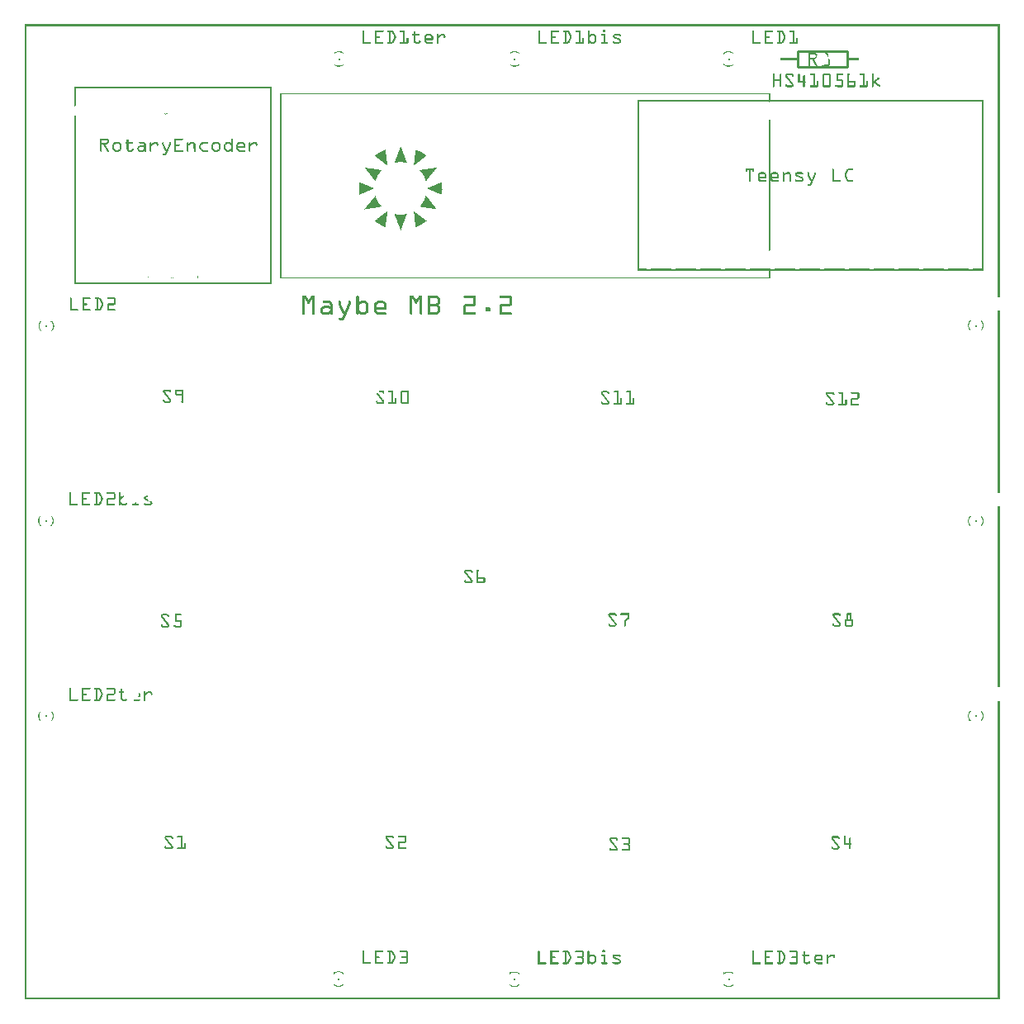
<source format=gto>
G04 MADE WITH FRITZING*
G04 WWW.FRITZING.ORG*
G04 DOUBLE SIDED*
G04 HOLES PLATED*
G04 CONTOUR ON CENTER OF CONTOUR VECTOR*
%ASAXBY*%
%FSLAX23Y23*%
%MOIN*%
%OFA0B0*%
%SFA1.0B1.0*%
%ADD10C,0.156306X0.156306*%
%ADD11C,0.065278X0.0652778*%
%ADD12R,0.007874X0.007874*%
%ADD13C,0.010000*%
%ADD14C,0.005000*%
%ADD15R,0.001000X0.001000*%
%LNSILK1*%
G90*
G70*
G54D10*
X600Y1387D03*
G54D11*
X400Y1387D03*
X799Y1387D03*
G54D10*
X600Y486D03*
G54D11*
X400Y486D03*
X800Y486D03*
G54D10*
X3300Y2286D03*
G54D11*
X3100Y2286D03*
X3500Y2286D03*
G54D10*
X2400Y2287D03*
G54D11*
X2200Y2287D03*
X2599Y2287D03*
G54D10*
X1500Y2286D03*
G54D11*
X1300Y2286D03*
X1700Y2286D03*
G54D10*
X600Y2287D03*
G54D11*
X400Y2287D03*
X800Y2287D03*
G54D10*
X3300Y1386D03*
G54D11*
X3100Y1386D03*
X3500Y1386D03*
G54D10*
X2400Y1387D03*
G54D11*
X2200Y1387D03*
X2599Y1387D03*
G54D10*
X1500Y1386D03*
G54D11*
X1300Y1386D03*
X1700Y1386D03*
G54D10*
X1500Y487D03*
G54D11*
X1301Y487D03*
X1700Y487D03*
G54D10*
X2400Y487D03*
G54D11*
X2200Y487D03*
X2600Y487D03*
G54D10*
X3300Y487D03*
G54D11*
X3100Y487D03*
X3499Y487D03*
G54D12*
X1270Y3797D03*
X87Y1933D03*
X2843Y3797D03*
X3840Y1145D03*
X3840Y1931D03*
X89Y2719D03*
X1268Y83D03*
X1979Y3797D03*
X3840Y2720D03*
X87Y1144D03*
X2843Y82D03*
X1978Y82D03*
G54D13*
X3120Y3830D02*
X3320Y3830D01*
D02*
X3320Y3830D02*
X3320Y3764D01*
D02*
X3320Y3764D02*
X3120Y3764D01*
D02*
X3120Y3764D02*
X3120Y3830D01*
G36*
X1518Y3444D02*
X1518Y3443D01*
X1518Y3443D01*
X1518Y3442D01*
X1517Y3442D01*
X1517Y3440D01*
X1517Y3440D01*
X1517Y3439D01*
X1516Y3439D01*
X1516Y3438D01*
X1516Y3438D01*
X1516Y3437D01*
X1515Y3437D01*
X1515Y3436D01*
X1515Y3436D01*
X1515Y3435D01*
X1514Y3435D01*
X1514Y3433D01*
X1514Y3433D01*
X1514Y3432D01*
X1513Y3432D01*
X1513Y3430D01*
X1513Y3430D01*
X1513Y3430D01*
X1513Y3430D01*
X1513Y3428D01*
X1512Y3428D01*
X1512Y3427D01*
X1512Y3427D01*
X1512Y3426D01*
X1511Y3426D01*
X1511Y3424D01*
X1511Y3424D01*
X1511Y3423D01*
X1510Y3423D01*
X1510Y3422D01*
X1510Y3422D01*
X1510Y3421D01*
X1509Y3421D01*
X1509Y3420D01*
X1509Y3420D01*
X1509Y3418D01*
X1508Y3418D01*
X1508Y3417D01*
X1508Y3417D01*
X1508Y3416D01*
X1507Y3416D01*
X1507Y3414D01*
X1507Y3414D01*
X1507Y3413D01*
X1506Y3413D01*
X1506Y3412D01*
X1506Y3412D01*
X1506Y3411D01*
X1505Y3411D01*
X1505Y3410D01*
X1505Y3410D01*
X1505Y3408D01*
X1504Y3408D01*
X1504Y3407D01*
X1504Y3407D01*
X1504Y3406D01*
X1504Y3406D01*
X1504Y3404D01*
X1503Y3404D01*
X1503Y3403D01*
X1503Y3403D01*
X1503Y3402D01*
X1502Y3402D01*
X1502Y3401D01*
X1502Y3401D01*
X1502Y3399D01*
X1501Y3399D01*
X1501Y3398D01*
X1501Y3398D01*
X1501Y3397D01*
X1500Y3397D01*
X1500Y3396D01*
X1500Y3396D01*
X1500Y3394D01*
X1499Y3394D01*
X1499Y3394D01*
X1499Y3394D01*
X1499Y3392D01*
X1498Y3392D01*
X1498Y3390D01*
X1498Y3390D01*
X1498Y3390D01*
X1497Y3390D01*
X1497Y3388D01*
X1497Y3388D01*
X1497Y3387D01*
X1496Y3387D01*
X1496Y3386D01*
X1496Y3386D01*
X1496Y3385D01*
X1495Y3385D01*
X1495Y3384D01*
X1495Y3384D01*
X1495Y3382D01*
X1495Y3382D01*
X1495Y3381D01*
X1519Y3381D01*
X1519Y3381D01*
X1528Y3381D01*
X1528Y3380D01*
X1532Y3380D01*
X1532Y3380D01*
X1536Y3380D01*
X1536Y3379D01*
X1538Y3379D01*
X1538Y3379D01*
X1540Y3379D01*
X1540Y3378D01*
X1543Y3378D01*
X1543Y3378D01*
X1543Y3378D01*
X1543Y3379D01*
X1544Y3379D01*
X1544Y3379D01*
X1543Y3379D01*
X1543Y3380D01*
X1543Y3380D01*
X1543Y3382D01*
X1542Y3382D01*
X1542Y3383D01*
X1542Y3383D01*
X1542Y3384D01*
X1541Y3384D01*
X1541Y3386D01*
X1541Y3386D01*
X1541Y3386D01*
X1540Y3386D01*
X1540Y3388D01*
X1540Y3388D01*
X1540Y3389D01*
X1539Y3389D01*
X1539Y3390D01*
X1539Y3390D01*
X1539Y3392D01*
X1539Y3392D01*
X1539Y3393D01*
X1538Y3393D01*
X1538Y3394D01*
X1538Y3394D01*
X1538Y3395D01*
X1537Y3395D01*
X1537Y3396D01*
X1537Y3396D01*
X1537Y3398D01*
X1536Y3398D01*
X1536Y3399D01*
X1536Y3399D01*
X1536Y3400D01*
X1535Y3400D01*
X1535Y3402D01*
X1535Y3402D01*
X1535Y3403D01*
X1534Y3403D01*
X1534Y3404D01*
X1534Y3404D01*
X1534Y3405D01*
X1533Y3405D01*
X1533Y3406D01*
X1533Y3406D01*
X1533Y3408D01*
X1532Y3408D01*
X1532Y3409D01*
X1532Y3409D01*
X1532Y3410D01*
X1531Y3410D01*
X1531Y3412D01*
X1531Y3412D01*
X1531Y3412D01*
X1530Y3412D01*
X1530Y3414D01*
X1530Y3414D01*
X1530Y3415D01*
X1530Y3415D01*
X1530Y3416D01*
X1529Y3416D01*
X1529Y3418D01*
X1529Y3418D01*
X1529Y3419D01*
X1528Y3419D01*
X1528Y3420D01*
X1528Y3420D01*
X1528Y3421D01*
X1527Y3421D01*
X1527Y3422D01*
X1527Y3422D01*
X1527Y3424D01*
X1526Y3424D01*
X1526Y3425D01*
X1526Y3425D01*
X1526Y3426D01*
X1525Y3426D01*
X1525Y3427D01*
X1525Y3427D01*
X1525Y3429D01*
X1524Y3429D01*
X1524Y3430D01*
X1524Y3430D01*
X1524Y3431D01*
X1523Y3431D01*
X1523Y3432D01*
X1523Y3432D01*
X1523Y3434D01*
X1522Y3434D01*
X1522Y3435D01*
X1522Y3435D01*
X1522Y3436D01*
X1521Y3436D01*
X1521Y3437D01*
X1521Y3437D01*
X1521Y3438D01*
X1521Y3438D01*
X1521Y3440D01*
X1520Y3440D01*
X1520Y3441D01*
X1520Y3441D01*
X1520Y3442D01*
X1519Y3442D01*
X1519Y3443D01*
X1519Y3443D01*
X1519Y3444D01*
X1518Y3444D01*
G37*
D02*
G36*
X1495Y3381D02*
X1495Y3381D01*
X1494Y3381D01*
X1494Y3379D01*
X1494Y3379D01*
X1494Y3378D01*
X1494Y3378D01*
X1494Y3378D01*
X1496Y3378D01*
X1496Y3379D01*
X1498Y3379D01*
X1498Y3379D01*
X1502Y3379D01*
X1502Y3380D01*
X1504Y3380D01*
X1504Y3380D01*
X1509Y3380D01*
X1509Y3381D01*
X1517Y3381D01*
X1517Y3381D01*
X1495Y3381D01*
G37*
D02*
G36*
X1517Y3381D02*
X1517Y3381D01*
X1518Y3381D01*
X1518Y3381D01*
X1517Y3381D01*
G37*
D02*
G36*
X1535Y3380D02*
X1535Y3379D01*
X1536Y3379D01*
X1536Y3380D01*
X1535Y3380D01*
G37*
D02*
G36*
X1456Y3431D02*
X1456Y3431D01*
X1455Y3431D01*
X1455Y3430D01*
X1454Y3430D01*
X1454Y3430D01*
X1452Y3430D01*
X1452Y3430D01*
X1451Y3430D01*
X1451Y3429D01*
X1451Y3429D01*
X1451Y3429D01*
X1449Y3429D01*
X1449Y3428D01*
X1449Y3428D01*
X1449Y3428D01*
X1447Y3428D01*
X1447Y3427D01*
X1446Y3427D01*
X1446Y3427D01*
X1445Y3427D01*
X1445Y3426D01*
X1444Y3426D01*
X1444Y3426D01*
X1443Y3426D01*
X1443Y3425D01*
X1442Y3425D01*
X1442Y3425D01*
X1442Y3425D01*
X1442Y3424D01*
X1441Y3424D01*
X1441Y3424D01*
X1440Y3424D01*
X1440Y3423D01*
X1439Y3423D01*
X1439Y3423D01*
X1438Y3423D01*
X1438Y3422D01*
X1437Y3422D01*
X1437Y3422D01*
X1436Y3422D01*
X1436Y3421D01*
X1435Y3421D01*
X1435Y3421D01*
X1434Y3421D01*
X1434Y3421D01*
X1434Y3421D01*
X1434Y3420D01*
X1433Y3420D01*
X1433Y3420D01*
X1432Y3420D01*
X1432Y3419D01*
X1431Y3419D01*
X1431Y3419D01*
X1431Y3419D01*
X1431Y3418D01*
X1430Y3418D01*
X1430Y3418D01*
X1429Y3418D01*
X1429Y3417D01*
X1428Y3417D01*
X1428Y3417D01*
X1428Y3417D01*
X1428Y3416D01*
X1427Y3416D01*
X1427Y3416D01*
X1426Y3416D01*
X1426Y3415D01*
X1425Y3415D01*
X1425Y3415D01*
X1425Y3415D01*
X1425Y3414D01*
X1424Y3414D01*
X1424Y3414D01*
X1423Y3414D01*
X1423Y3413D01*
X1423Y3413D01*
X1423Y3413D01*
X1422Y3413D01*
X1422Y3412D01*
X1421Y3412D01*
X1421Y3412D01*
X1420Y3412D01*
X1420Y3412D01*
X1420Y3412D01*
X1420Y3411D01*
X1419Y3411D01*
X1419Y3411D01*
X1418Y3411D01*
X1418Y3410D01*
X1418Y3410D01*
X1418Y3410D01*
X1417Y3410D01*
X1417Y3409D01*
X1416Y3409D01*
X1416Y3409D01*
X1416Y3409D01*
X1416Y3408D01*
X1416Y3408D01*
X1416Y3408D01*
X1415Y3408D01*
X1415Y3407D01*
X1414Y3407D01*
X1414Y3407D01*
X1414Y3407D01*
X1414Y3406D01*
X1414Y3406D01*
X1414Y3406D01*
X1415Y3406D01*
X1415Y3405D01*
X1415Y3405D01*
X1415Y3405D01*
X1416Y3405D01*
X1416Y3404D01*
X1416Y3404D01*
X1416Y3404D01*
X1417Y3404D01*
X1417Y3403D01*
X1417Y3403D01*
X1417Y3403D01*
X1418Y3403D01*
X1418Y3403D01*
X1418Y3403D01*
X1418Y3402D01*
X1419Y3402D01*
X1419Y3402D01*
X1420Y3402D01*
X1420Y3401D01*
X1421Y3401D01*
X1421Y3401D01*
X1421Y3401D01*
X1421Y3400D01*
X1422Y3400D01*
X1422Y3400D01*
X1422Y3400D01*
X1422Y3399D01*
X1423Y3399D01*
X1423Y3399D01*
X1424Y3399D01*
X1424Y3398D01*
X1424Y3398D01*
X1424Y3398D01*
X1425Y3398D01*
X1425Y3397D01*
X1425Y3397D01*
X1425Y3397D01*
X1426Y3397D01*
X1426Y3396D01*
X1427Y3396D01*
X1427Y3396D01*
X1427Y3396D01*
X1427Y3395D01*
X1428Y3395D01*
X1428Y3395D01*
X1429Y3395D01*
X1429Y3394D01*
X1429Y3394D01*
X1429Y3394D01*
X1430Y3394D01*
X1430Y3394D01*
X1430Y3394D01*
X1430Y3393D01*
X1431Y3393D01*
X1431Y3393D01*
X1432Y3393D01*
X1432Y3392D01*
X1432Y3392D01*
X1432Y3392D01*
X1433Y3392D01*
X1433Y3391D01*
X1434Y3391D01*
X1434Y3391D01*
X1434Y3391D01*
X1434Y3390D01*
X1434Y3390D01*
X1434Y3390D01*
X1435Y3390D01*
X1435Y3389D01*
X1436Y3389D01*
X1436Y3389D01*
X1436Y3389D01*
X1436Y3388D01*
X1437Y3388D01*
X1437Y3388D01*
X1438Y3388D01*
X1438Y3387D01*
X1438Y3387D01*
X1438Y3387D01*
X1439Y3387D01*
X1439Y3386D01*
X1440Y3386D01*
X1440Y3386D01*
X1440Y3386D01*
X1440Y3386D01*
X1441Y3386D01*
X1441Y3385D01*
X1441Y3385D01*
X1441Y3385D01*
X1442Y3385D01*
X1442Y3384D01*
X1442Y3384D01*
X1442Y3384D01*
X1443Y3384D01*
X1443Y3383D01*
X1444Y3383D01*
X1444Y3383D01*
X1444Y3383D01*
X1444Y3382D01*
X1445Y3382D01*
X1445Y3382D01*
X1446Y3382D01*
X1446Y3381D01*
X1446Y3381D01*
X1446Y3381D01*
X1447Y3381D01*
X1447Y3380D01*
X1448Y3380D01*
X1448Y3380D01*
X1448Y3380D01*
X1448Y3379D01*
X1449Y3379D01*
X1449Y3379D01*
X1450Y3379D01*
X1450Y3378D01*
X1450Y3378D01*
X1450Y3378D01*
X1451Y3378D01*
X1451Y3377D01*
X1451Y3377D01*
X1451Y3377D01*
X1452Y3377D01*
X1452Y3377D01*
X1452Y3377D01*
X1452Y3376D01*
X1453Y3376D01*
X1453Y3376D01*
X1454Y3376D01*
X1454Y3375D01*
X1454Y3375D01*
X1454Y3375D01*
X1455Y3375D01*
X1455Y3374D01*
X1456Y3374D01*
X1456Y3374D01*
X1456Y3374D01*
X1456Y3373D01*
X1457Y3373D01*
X1457Y3373D01*
X1458Y3373D01*
X1458Y3372D01*
X1458Y3372D01*
X1458Y3372D01*
X1459Y3372D01*
X1459Y3371D01*
X1460Y3371D01*
X1460Y3371D01*
X1460Y3371D01*
X1460Y3370D01*
X1460Y3370D01*
X1460Y3370D01*
X1461Y3370D01*
X1461Y3369D01*
X1462Y3369D01*
X1462Y3369D01*
X1462Y3369D01*
X1462Y3368D01*
X1463Y3368D01*
X1463Y3368D01*
X1463Y3368D01*
X1463Y3368D01*
X1464Y3368D01*
X1464Y3367D01*
X1465Y3367D01*
X1465Y3367D01*
X1465Y3367D01*
X1465Y3369D01*
X1465Y3369D01*
X1465Y3373D01*
X1464Y3373D01*
X1464Y3376D01*
X1464Y3376D01*
X1464Y3380D01*
X1463Y3380D01*
X1463Y3384D01*
X1463Y3384D01*
X1463Y3387D01*
X1462Y3387D01*
X1462Y3390D01*
X1462Y3390D01*
X1462Y3394D01*
X1461Y3394D01*
X1461Y3398D01*
X1461Y3398D01*
X1461Y3401D01*
X1460Y3401D01*
X1460Y3405D01*
X1460Y3405D01*
X1460Y3408D01*
X1460Y3408D01*
X1460Y3412D01*
X1459Y3412D01*
X1459Y3415D01*
X1459Y3415D01*
X1459Y3419D01*
X1458Y3419D01*
X1458Y3423D01*
X1458Y3423D01*
X1458Y3426D01*
X1457Y3426D01*
X1457Y3426D01*
X1458Y3426D01*
X1458Y3427D01*
X1457Y3427D01*
X1457Y3430D01*
X1457Y3430D01*
X1457Y3431D01*
X1456Y3431D01*
G37*
D02*
G36*
X1580Y3431D02*
X1580Y3430D01*
X1579Y3430D01*
X1579Y3428D01*
X1579Y3428D01*
X1579Y3424D01*
X1578Y3424D01*
X1578Y3421D01*
X1578Y3421D01*
X1578Y3417D01*
X1577Y3417D01*
X1577Y3413D01*
X1577Y3413D01*
X1577Y3410D01*
X1576Y3410D01*
X1576Y3410D01*
X1577Y3410D01*
X1577Y3409D01*
X1576Y3409D01*
X1576Y3406D01*
X1576Y3406D01*
X1576Y3403D01*
X1575Y3403D01*
X1575Y3402D01*
X1576Y3402D01*
X1576Y3402D01*
X1575Y3402D01*
X1575Y3399D01*
X1575Y3399D01*
X1575Y3395D01*
X1574Y3395D01*
X1574Y3392D01*
X1574Y3392D01*
X1574Y3388D01*
X1574Y3388D01*
X1574Y3385D01*
X1573Y3385D01*
X1573Y3382D01*
X1573Y3382D01*
X1573Y3378D01*
X1572Y3378D01*
X1572Y3374D01*
X1572Y3374D01*
X1572Y3370D01*
X1571Y3370D01*
X1571Y3367D01*
X1572Y3367D01*
X1572Y3368D01*
X1573Y3368D01*
X1573Y3368D01*
X1574Y3368D01*
X1574Y3368D01*
X1574Y3368D01*
X1574Y3369D01*
X1574Y3369D01*
X1574Y3369D01*
X1575Y3369D01*
X1575Y3370D01*
X1575Y3370D01*
X1575Y3370D01*
X1576Y3370D01*
X1576Y3371D01*
X1577Y3371D01*
X1577Y3371D01*
X1578Y3371D01*
X1578Y3372D01*
X1578Y3372D01*
X1578Y3372D01*
X1579Y3372D01*
X1579Y3373D01*
X1579Y3373D01*
X1579Y3373D01*
X1580Y3373D01*
X1580Y3374D01*
X1581Y3374D01*
X1581Y3374D01*
X1582Y3374D01*
X1582Y3375D01*
X1582Y3375D01*
X1582Y3375D01*
X1583Y3375D01*
X1583Y3376D01*
X1583Y3376D01*
X1583Y3376D01*
X1584Y3376D01*
X1584Y3377D01*
X1584Y3377D01*
X1584Y3377D01*
X1585Y3377D01*
X1585Y3377D01*
X1586Y3377D01*
X1586Y3378D01*
X1587Y3378D01*
X1587Y3379D01*
X1587Y3379D01*
X1587Y3379D01*
X1588Y3379D01*
X1588Y3380D01*
X1589Y3380D01*
X1589Y3380D01*
X1589Y3380D01*
X1589Y3381D01*
X1590Y3381D01*
X1590Y3381D01*
X1591Y3381D01*
X1591Y3382D01*
X1591Y3382D01*
X1591Y3382D01*
X1592Y3382D01*
X1592Y3383D01*
X1592Y3383D01*
X1592Y3383D01*
X1593Y3383D01*
X1593Y3384D01*
X1593Y3384D01*
X1593Y3384D01*
X1594Y3384D01*
X1594Y3385D01*
X1595Y3385D01*
X1595Y3385D01*
X1595Y3385D01*
X1595Y3386D01*
X1596Y3386D01*
X1596Y3386D01*
X1597Y3386D01*
X1597Y3386D01*
X1597Y3386D01*
X1597Y3387D01*
X1598Y3387D01*
X1598Y3388D01*
X1599Y3388D01*
X1599Y3388D01*
X1600Y3388D01*
X1600Y3389D01*
X1600Y3389D01*
X1600Y3389D01*
X1601Y3389D01*
X1601Y3390D01*
X1601Y3390D01*
X1601Y3390D01*
X1602Y3390D01*
X1602Y3391D01*
X1603Y3391D01*
X1603Y3391D01*
X1603Y3391D01*
X1603Y3392D01*
X1604Y3392D01*
X1604Y3392D01*
X1605Y3392D01*
X1605Y3393D01*
X1605Y3393D01*
X1605Y3393D01*
X1606Y3393D01*
X1606Y3394D01*
X1606Y3394D01*
X1606Y3394D01*
X1607Y3394D01*
X1607Y3394D01*
X1608Y3394D01*
X1608Y3395D01*
X1609Y3395D01*
X1609Y3395D01*
X1609Y3395D01*
X1609Y3396D01*
X1609Y3396D01*
X1609Y3396D01*
X1610Y3396D01*
X1610Y3397D01*
X1611Y3397D01*
X1611Y3397D01*
X1611Y3397D01*
X1611Y3398D01*
X1612Y3398D01*
X1612Y3398D01*
X1613Y3398D01*
X1613Y3399D01*
X1613Y3399D01*
X1613Y3399D01*
X1614Y3399D01*
X1614Y3400D01*
X1615Y3400D01*
X1615Y3400D01*
X1615Y3400D01*
X1615Y3401D01*
X1616Y3401D01*
X1616Y3401D01*
X1616Y3401D01*
X1616Y3402D01*
X1617Y3402D01*
X1617Y3402D01*
X1618Y3402D01*
X1618Y3403D01*
X1618Y3403D01*
X1618Y3403D01*
X1618Y3403D01*
X1618Y3403D01*
X1619Y3403D01*
X1619Y3404D01*
X1620Y3404D01*
X1620Y3404D01*
X1621Y3404D01*
X1621Y3405D01*
X1621Y3405D01*
X1621Y3405D01*
X1622Y3405D01*
X1622Y3406D01*
X1622Y3406D01*
X1622Y3406D01*
X1623Y3406D01*
X1623Y3407D01*
X1622Y3407D01*
X1622Y3407D01*
X1622Y3407D01*
X1622Y3408D01*
X1621Y3408D01*
X1621Y3408D01*
X1620Y3408D01*
X1620Y3409D01*
X1620Y3409D01*
X1620Y3409D01*
X1619Y3409D01*
X1619Y3410D01*
X1618Y3410D01*
X1618Y3410D01*
X1618Y3410D01*
X1618Y3411D01*
X1617Y3411D01*
X1617Y3411D01*
X1617Y3411D01*
X1617Y3412D01*
X1616Y3412D01*
X1616Y3412D01*
X1616Y3412D01*
X1616Y3412D01*
X1615Y3412D01*
X1615Y3413D01*
X1614Y3413D01*
X1614Y3413D01*
X1613Y3413D01*
X1613Y3414D01*
X1613Y3414D01*
X1613Y3414D01*
X1612Y3414D01*
X1612Y3415D01*
X1611Y3415D01*
X1611Y3415D01*
X1610Y3415D01*
X1610Y3416D01*
X1610Y3416D01*
X1610Y3416D01*
X1609Y3416D01*
X1609Y3417D01*
X1609Y3417D01*
X1609Y3417D01*
X1608Y3417D01*
X1608Y3418D01*
X1607Y3418D01*
X1607Y3418D01*
X1606Y3418D01*
X1606Y3419D01*
X1605Y3419D01*
X1605Y3419D01*
X1604Y3419D01*
X1604Y3420D01*
X1604Y3420D01*
X1604Y3420D01*
X1603Y3420D01*
X1603Y3421D01*
X1602Y3421D01*
X1602Y3421D01*
X1601Y3421D01*
X1601Y3421D01*
X1600Y3421D01*
X1600Y3422D01*
X1600Y3422D01*
X1600Y3422D01*
X1599Y3422D01*
X1599Y3423D01*
X1598Y3423D01*
X1598Y3423D01*
X1597Y3423D01*
X1597Y3424D01*
X1596Y3424D01*
X1596Y3424D01*
X1595Y3424D01*
X1595Y3425D01*
X1594Y3425D01*
X1594Y3425D01*
X1593Y3425D01*
X1593Y3426D01*
X1592Y3426D01*
X1592Y3426D01*
X1591Y3426D01*
X1591Y3427D01*
X1590Y3427D01*
X1590Y3427D01*
X1589Y3427D01*
X1589Y3428D01*
X1588Y3428D01*
X1588Y3428D01*
X1587Y3428D01*
X1587Y3429D01*
X1586Y3429D01*
X1586Y3429D01*
X1585Y3429D01*
X1585Y3430D01*
X1584Y3430D01*
X1584Y3430D01*
X1583Y3430D01*
X1583Y3430D01*
X1582Y3430D01*
X1582Y3431D01*
X1580Y3431D01*
G37*
D02*
G36*
X1372Y3359D02*
X1372Y3359D01*
X1372Y3359D01*
X1372Y3359D01*
X1373Y3359D01*
X1373Y3358D01*
X1373Y3358D01*
X1373Y3357D01*
X1374Y3357D01*
X1374Y3357D01*
X1374Y3357D01*
X1374Y3356D01*
X1375Y3356D01*
X1375Y3356D01*
X1375Y3356D01*
X1375Y3355D01*
X1376Y3355D01*
X1376Y3354D01*
X1376Y3354D01*
X1376Y3354D01*
X1377Y3354D01*
X1377Y3353D01*
X1377Y3353D01*
X1377Y3353D01*
X1378Y3353D01*
X1378Y3352D01*
X1418Y3352D01*
X1418Y3352D01*
X1416Y3352D01*
X1416Y3353D01*
X1413Y3353D01*
X1413Y3353D01*
X1410Y3353D01*
X1410Y3354D01*
X1407Y3354D01*
X1407Y3354D01*
X1404Y3354D01*
X1404Y3355D01*
X1401Y3355D01*
X1401Y3355D01*
X1398Y3355D01*
X1398Y3356D01*
X1396Y3356D01*
X1396Y3356D01*
X1392Y3356D01*
X1392Y3357D01*
X1390Y3357D01*
X1390Y3357D01*
X1386Y3357D01*
X1386Y3358D01*
X1384Y3358D01*
X1384Y3358D01*
X1381Y3358D01*
X1381Y3359D01*
X1378Y3359D01*
X1378Y3359D01*
X1375Y3359D01*
X1375Y3359D01*
X1372Y3359D01*
G37*
D02*
G36*
X1419Y3352D02*
X1419Y3352D01*
X1419Y3352D01*
X1419Y3352D01*
X1419Y3352D01*
G37*
D02*
G36*
X1378Y3352D02*
X1378Y3351D01*
X1422Y3351D01*
X1422Y3352D01*
X1378Y3352D01*
G37*
D02*
G36*
X1378Y3352D02*
X1378Y3351D01*
X1422Y3351D01*
X1422Y3352D01*
X1378Y3352D01*
G37*
D02*
G36*
X1379Y3351D02*
X1379Y3351D01*
X1379Y3351D01*
X1379Y3351D01*
X1380Y3351D01*
X1380Y3350D01*
X1380Y3350D01*
X1380Y3349D01*
X1381Y3349D01*
X1381Y3349D01*
X1381Y3349D01*
X1381Y3348D01*
X1381Y3348D01*
X1381Y3348D01*
X1382Y3348D01*
X1382Y3347D01*
X1382Y3347D01*
X1382Y3346D01*
X1383Y3346D01*
X1383Y3346D01*
X1383Y3346D01*
X1383Y3345D01*
X1384Y3345D01*
X1384Y3344D01*
X1384Y3344D01*
X1384Y3344D01*
X1385Y3344D01*
X1385Y3343D01*
X1385Y3343D01*
X1385Y3343D01*
X1386Y3343D01*
X1386Y3342D01*
X1386Y3342D01*
X1386Y3342D01*
X1387Y3342D01*
X1387Y3341D01*
X1387Y3341D01*
X1387Y3341D01*
X1388Y3341D01*
X1388Y3340D01*
X1388Y3340D01*
X1388Y3339D01*
X1389Y3339D01*
X1389Y3339D01*
X1389Y3339D01*
X1389Y3338D01*
X1390Y3338D01*
X1390Y3337D01*
X1390Y3337D01*
X1390Y3337D01*
X1390Y3337D01*
X1390Y3336D01*
X1391Y3336D01*
X1391Y3336D01*
X1391Y3336D01*
X1391Y3335D01*
X1392Y3335D01*
X1392Y3334D01*
X1392Y3334D01*
X1392Y3334D01*
X1393Y3334D01*
X1393Y3333D01*
X1393Y3333D01*
X1393Y3333D01*
X1394Y3333D01*
X1394Y3332D01*
X1394Y3332D01*
X1394Y3332D01*
X1395Y3332D01*
X1395Y3331D01*
X1395Y3331D01*
X1395Y3331D01*
X1396Y3331D01*
X1396Y3330D01*
X1396Y3330D01*
X1396Y3329D01*
X1397Y3329D01*
X1397Y3329D01*
X1397Y3329D01*
X1397Y3328D01*
X1398Y3328D01*
X1398Y3328D01*
X1398Y3328D01*
X1398Y3327D01*
X1398Y3327D01*
X1398Y3326D01*
X1399Y3326D01*
X1399Y3326D01*
X1399Y3326D01*
X1399Y3325D01*
X1400Y3325D01*
X1400Y3324D01*
X1400Y3324D01*
X1400Y3324D01*
X1401Y3324D01*
X1401Y3324D01*
X1401Y3324D01*
X1401Y3323D01*
X1402Y3323D01*
X1402Y3322D01*
X1402Y3322D01*
X1402Y3322D01*
X1403Y3322D01*
X1403Y3321D01*
X1403Y3321D01*
X1403Y3321D01*
X1404Y3321D01*
X1404Y3320D01*
X1404Y3320D01*
X1404Y3320D01*
X1405Y3320D01*
X1405Y3319D01*
X1405Y3319D01*
X1405Y3318D01*
X1406Y3318D01*
X1406Y3318D01*
X1406Y3318D01*
X1406Y3317D01*
X1407Y3317D01*
X1407Y3316D01*
X1407Y3316D01*
X1407Y3316D01*
X1407Y3316D01*
X1407Y3315D01*
X1408Y3315D01*
X1408Y3315D01*
X1408Y3315D01*
X1408Y3315D01*
X1409Y3315D01*
X1409Y3314D01*
X1409Y3314D01*
X1409Y3313D01*
X1410Y3313D01*
X1410Y3313D01*
X1410Y3313D01*
X1410Y3312D01*
X1411Y3312D01*
X1411Y3311D01*
X1411Y3311D01*
X1411Y3311D01*
X1412Y3311D01*
X1412Y3310D01*
X1412Y3310D01*
X1412Y3309D01*
X1413Y3309D01*
X1413Y3309D01*
X1413Y3309D01*
X1413Y3308D01*
X1414Y3308D01*
X1414Y3308D01*
X1414Y3308D01*
X1414Y3307D01*
X1415Y3307D01*
X1415Y3307D01*
X1415Y3307D01*
X1415Y3306D01*
X1416Y3306D01*
X1416Y3306D01*
X1416Y3306D01*
X1416Y3305D01*
X1417Y3305D01*
X1417Y3307D01*
X1417Y3307D01*
X1417Y3308D01*
X1418Y3308D01*
X1418Y3310D01*
X1418Y3310D01*
X1418Y3311D01*
X1419Y3311D01*
X1419Y3312D01*
X1419Y3312D01*
X1419Y3313D01*
X1420Y3313D01*
X1420Y3315D01*
X1420Y3315D01*
X1420Y3316D01*
X1421Y3316D01*
X1421Y3317D01*
X1421Y3317D01*
X1421Y3318D01*
X1422Y3318D01*
X1422Y3319D01*
X1422Y3319D01*
X1422Y3320D01*
X1423Y3320D01*
X1423Y3321D01*
X1423Y3321D01*
X1423Y3322D01*
X1424Y3322D01*
X1424Y3323D01*
X1424Y3323D01*
X1424Y3324D01*
X1425Y3324D01*
X1425Y3324D01*
X1425Y3324D01*
X1425Y3326D01*
X1425Y3326D01*
X1425Y3326D01*
X1426Y3326D01*
X1426Y3327D01*
X1426Y3327D01*
X1426Y3328D01*
X1427Y3328D01*
X1427Y3329D01*
X1427Y3329D01*
X1427Y3330D01*
X1428Y3330D01*
X1428Y3331D01*
X1428Y3331D01*
X1428Y3331D01*
X1429Y3331D01*
X1429Y3332D01*
X1429Y3332D01*
X1429Y3333D01*
X1430Y3333D01*
X1430Y3333D01*
X1430Y3333D01*
X1430Y3334D01*
X1431Y3334D01*
X1431Y3335D01*
X1431Y3335D01*
X1431Y3335D01*
X1432Y3335D01*
X1432Y3336D01*
X1432Y3336D01*
X1432Y3337D01*
X1433Y3337D01*
X1433Y3338D01*
X1433Y3338D01*
X1433Y3338D01*
X1434Y3338D01*
X1434Y3339D01*
X1434Y3339D01*
X1434Y3340D01*
X1434Y3340D01*
X1434Y3340D01*
X1435Y3340D01*
X1435Y3341D01*
X1435Y3341D01*
X1435Y3342D01*
X1436Y3342D01*
X1436Y3342D01*
X1436Y3342D01*
X1436Y3342D01*
X1437Y3342D01*
X1437Y3343D01*
X1437Y3343D01*
X1437Y3344D01*
X1438Y3344D01*
X1438Y3344D01*
X1438Y3344D01*
X1438Y3345D01*
X1439Y3345D01*
X1439Y3345D01*
X1439Y3345D01*
X1439Y3346D01*
X1440Y3346D01*
X1440Y3346D01*
X1440Y3346D01*
X1440Y3347D01*
X1441Y3347D01*
X1441Y3347D01*
X1441Y3347D01*
X1441Y3348D01*
X1442Y3348D01*
X1442Y3349D01*
X1439Y3349D01*
X1439Y3349D01*
X1436Y3349D01*
X1436Y3350D01*
X1434Y3350D01*
X1434Y3350D01*
X1431Y3350D01*
X1431Y3351D01*
X1428Y3351D01*
X1428Y3351D01*
X1425Y3351D01*
X1425Y3351D01*
X1379Y3351D01*
G37*
D02*
G36*
X1662Y3359D02*
X1662Y3359D01*
X1659Y3359D01*
X1659Y3359D01*
X1657Y3359D01*
X1657Y3358D01*
X1653Y3358D01*
X1653Y3358D01*
X1651Y3358D01*
X1651Y3357D01*
X1647Y3357D01*
X1647Y3357D01*
X1644Y3357D01*
X1644Y3356D01*
X1642Y3356D01*
X1642Y3356D01*
X1638Y3356D01*
X1638Y3355D01*
X1636Y3355D01*
X1636Y3355D01*
X1633Y3355D01*
X1633Y3354D01*
X1630Y3354D01*
X1630Y3354D01*
X1627Y3354D01*
X1627Y3353D01*
X1624Y3353D01*
X1624Y3353D01*
X1621Y3353D01*
X1621Y3352D01*
X1618Y3352D01*
X1618Y3352D01*
X1615Y3352D01*
X1615Y3351D01*
X1612Y3351D01*
X1612Y3351D01*
X1609Y3351D01*
X1609Y3351D01*
X1606Y3351D01*
X1606Y3350D01*
X1603Y3350D01*
X1603Y3350D01*
X1600Y3350D01*
X1600Y3349D01*
X1598Y3349D01*
X1598Y3349D01*
X1596Y3349D01*
X1596Y3348D01*
X1595Y3348D01*
X1595Y3348D01*
X1596Y3348D01*
X1596Y3347D01*
X1596Y3347D01*
X1596Y3347D01*
X1597Y3347D01*
X1597Y3346D01*
X1597Y3346D01*
X1597Y3345D01*
X1598Y3345D01*
X1598Y3345D01*
X1598Y3345D01*
X1598Y3344D01*
X1599Y3344D01*
X1599Y3344D01*
X1599Y3344D01*
X1599Y3343D01*
X1600Y3343D01*
X1600Y3343D01*
X1600Y3343D01*
X1600Y3342D01*
X1600Y3342D01*
X1600Y3342D01*
X1601Y3342D01*
X1601Y3341D01*
X1601Y3341D01*
X1601Y3341D01*
X1602Y3341D01*
X1602Y3340D01*
X1602Y3340D01*
X1602Y3339D01*
X1603Y3339D01*
X1603Y3339D01*
X1603Y3339D01*
X1603Y3338D01*
X1604Y3338D01*
X1604Y3337D01*
X1604Y3337D01*
X1604Y3337D01*
X1605Y3337D01*
X1605Y3336D01*
X1605Y3336D01*
X1605Y3335D01*
X1606Y3335D01*
X1606Y3335D01*
X1606Y3335D01*
X1606Y3334D01*
X1607Y3334D01*
X1607Y3333D01*
X1607Y3333D01*
X1607Y3333D01*
X1608Y3333D01*
X1608Y3332D01*
X1608Y3332D01*
X1608Y3331D01*
X1609Y3331D01*
X1609Y3330D01*
X1609Y3330D01*
X1609Y3329D01*
X1609Y3329D01*
X1609Y3329D01*
X1610Y3329D01*
X1610Y3328D01*
X1610Y3328D01*
X1610Y3327D01*
X1611Y3327D01*
X1611Y3326D01*
X1611Y3326D01*
X1611Y3325D01*
X1612Y3325D01*
X1612Y3324D01*
X1612Y3324D01*
X1612Y3324D01*
X1613Y3324D01*
X1613Y3323D01*
X1613Y3323D01*
X1613Y3322D01*
X1614Y3322D01*
X1614Y3321D01*
X1614Y3321D01*
X1614Y3320D01*
X1615Y3320D01*
X1615Y3318D01*
X1615Y3318D01*
X1615Y3317D01*
X1616Y3317D01*
X1616Y3316D01*
X1616Y3316D01*
X1616Y3315D01*
X1617Y3315D01*
X1617Y3314D01*
X1617Y3314D01*
X1617Y3313D01*
X1618Y3313D01*
X1618Y3312D01*
X1618Y3312D01*
X1618Y3310D01*
X1618Y3310D01*
X1618Y3309D01*
X1619Y3309D01*
X1619Y3307D01*
X1619Y3307D01*
X1619Y3306D01*
X1620Y3306D01*
X1620Y3305D01*
X1621Y3305D01*
X1621Y3306D01*
X1622Y3306D01*
X1622Y3307D01*
X1622Y3307D01*
X1622Y3307D01*
X1623Y3307D01*
X1623Y3307D01*
X1623Y3307D01*
X1623Y3308D01*
X1624Y3308D01*
X1624Y3309D01*
X1624Y3309D01*
X1624Y3309D01*
X1625Y3309D01*
X1625Y3310D01*
X1625Y3310D01*
X1625Y3310D01*
X1626Y3310D01*
X1626Y3311D01*
X1626Y3311D01*
X1626Y3312D01*
X1627Y3312D01*
X1627Y3312D01*
X1627Y3312D01*
X1627Y3313D01*
X1627Y3313D01*
X1627Y3313D01*
X1628Y3313D01*
X1628Y3314D01*
X1628Y3314D01*
X1628Y3315D01*
X1629Y3315D01*
X1629Y3315D01*
X1629Y3315D01*
X1629Y3316D01*
X1630Y3316D01*
X1630Y3316D01*
X1630Y3316D01*
X1630Y3317D01*
X1631Y3317D01*
X1631Y3317D01*
X1631Y3317D01*
X1631Y3318D01*
X1632Y3318D01*
X1632Y3319D01*
X1632Y3319D01*
X1632Y3319D01*
X1633Y3319D01*
X1633Y3320D01*
X1633Y3320D01*
X1633Y3320D01*
X1634Y3320D01*
X1634Y3321D01*
X1634Y3321D01*
X1634Y3322D01*
X1635Y3322D01*
X1635Y3322D01*
X1635Y3322D01*
X1635Y3323D01*
X1636Y3323D01*
X1636Y3324D01*
X1636Y3324D01*
X1636Y3324D01*
X1636Y3324D01*
X1636Y3324D01*
X1637Y3324D01*
X1637Y3325D01*
X1637Y3325D01*
X1637Y3325D01*
X1638Y3325D01*
X1638Y3326D01*
X1638Y3326D01*
X1638Y3327D01*
X1639Y3327D01*
X1639Y3327D01*
X1639Y3327D01*
X1639Y3328D01*
X1640Y3328D01*
X1640Y3329D01*
X1640Y3329D01*
X1640Y3329D01*
X1641Y3329D01*
X1641Y3330D01*
X1641Y3330D01*
X1641Y3330D01*
X1642Y3330D01*
X1642Y3331D01*
X1642Y3331D01*
X1642Y3332D01*
X1643Y3332D01*
X1643Y3332D01*
X1643Y3332D01*
X1643Y3333D01*
X1644Y3333D01*
X1644Y3333D01*
X1644Y3333D01*
X1644Y3334D01*
X1644Y3334D01*
X1644Y3334D01*
X1645Y3334D01*
X1645Y3335D01*
X1645Y3335D01*
X1645Y3335D01*
X1646Y3335D01*
X1646Y3336D01*
X1646Y3336D01*
X1646Y3337D01*
X1647Y3337D01*
X1647Y3337D01*
X1647Y3337D01*
X1647Y3338D01*
X1648Y3338D01*
X1648Y3338D01*
X1648Y3338D01*
X1648Y3339D01*
X1649Y3339D01*
X1649Y3340D01*
X1649Y3340D01*
X1649Y3341D01*
X1650Y3341D01*
X1650Y3342D01*
X1651Y3342D01*
X1651Y3342D01*
X1651Y3342D01*
X1651Y3342D01*
X1652Y3342D01*
X1652Y3343D01*
X1652Y3343D01*
X1652Y3343D01*
X1653Y3343D01*
X1653Y3344D01*
X1653Y3344D01*
X1653Y3345D01*
X1654Y3345D01*
X1654Y3346D01*
X1654Y3346D01*
X1654Y3347D01*
X1655Y3347D01*
X1655Y3347D01*
X1655Y3347D01*
X1655Y3348D01*
X1656Y3348D01*
X1656Y3348D01*
X1656Y3348D01*
X1656Y3349D01*
X1657Y3349D01*
X1657Y3350D01*
X1657Y3350D01*
X1657Y3350D01*
X1658Y3350D01*
X1658Y3351D01*
X1658Y3351D01*
X1658Y3351D01*
X1659Y3351D01*
X1659Y3352D01*
X1659Y3352D01*
X1659Y3352D01*
X1660Y3352D01*
X1660Y3353D01*
X1660Y3353D01*
X1660Y3354D01*
X1661Y3354D01*
X1661Y3354D01*
X1661Y3354D01*
X1661Y3355D01*
X1662Y3355D01*
X1662Y3355D01*
X1662Y3355D01*
X1662Y3356D01*
X1662Y3356D01*
X1662Y3357D01*
X1663Y3357D01*
X1663Y3357D01*
X1663Y3357D01*
X1663Y3358D01*
X1664Y3358D01*
X1664Y3358D01*
X1664Y3358D01*
X1664Y3359D01*
X1665Y3359D01*
X1665Y3359D01*
X1662Y3359D01*
G37*
D02*
G36*
X1684Y3300D02*
X1684Y3299D01*
X1682Y3299D01*
X1682Y3299D01*
X1681Y3299D01*
X1681Y3298D01*
X1680Y3298D01*
X1680Y3298D01*
X1679Y3298D01*
X1679Y3298D01*
X1678Y3298D01*
X1678Y3297D01*
X1677Y3297D01*
X1677Y3297D01*
X1675Y3297D01*
X1675Y3296D01*
X1674Y3296D01*
X1674Y3296D01*
X1673Y3296D01*
X1673Y3295D01*
X1672Y3295D01*
X1672Y3295D01*
X1671Y3295D01*
X1671Y3294D01*
X1670Y3294D01*
X1670Y3294D01*
X1668Y3294D01*
X1668Y3293D01*
X1667Y3293D01*
X1667Y3293D01*
X1666Y3293D01*
X1666Y3292D01*
X1665Y3292D01*
X1665Y3292D01*
X1664Y3292D01*
X1664Y3291D01*
X1662Y3291D01*
X1662Y3291D01*
X1662Y3291D01*
X1662Y3290D01*
X1660Y3290D01*
X1660Y3290D01*
X1659Y3290D01*
X1659Y3289D01*
X1658Y3289D01*
X1658Y3289D01*
X1657Y3289D01*
X1657Y3289D01*
X1656Y3289D01*
X1656Y3288D01*
X1654Y3288D01*
X1654Y3288D01*
X1653Y3288D01*
X1653Y3287D01*
X1652Y3287D01*
X1652Y3287D01*
X1651Y3287D01*
X1651Y3286D01*
X1650Y3286D01*
X1650Y3286D01*
X1649Y3286D01*
X1649Y3285D01*
X1648Y3285D01*
X1648Y3285D01*
X1647Y3285D01*
X1647Y3284D01*
X1645Y3284D01*
X1645Y3284D01*
X1644Y3284D01*
X1644Y3283D01*
X1643Y3283D01*
X1643Y3283D01*
X1642Y3283D01*
X1642Y3282D01*
X1641Y3282D01*
X1641Y3282D01*
X1640Y3282D01*
X1640Y3281D01*
X1638Y3281D01*
X1638Y3281D01*
X1637Y3281D01*
X1637Y3280D01*
X1636Y3280D01*
X1636Y3280D01*
X1636Y3280D01*
X1636Y3280D01*
X1634Y3280D01*
X1634Y3279D01*
X1633Y3279D01*
X1633Y3279D01*
X1632Y3279D01*
X1632Y3278D01*
X1631Y3278D01*
X1631Y3278D01*
X1629Y3278D01*
X1629Y3277D01*
X1628Y3277D01*
X1628Y3277D01*
X1627Y3277D01*
X1627Y3276D01*
X1626Y3276D01*
X1626Y3276D01*
X1625Y3276D01*
X1625Y3275D01*
X1624Y3275D01*
X1624Y3275D01*
X1625Y3275D01*
X1625Y3274D01*
X1626Y3274D01*
X1626Y3274D01*
X1627Y3274D01*
X1627Y3273D01*
X1628Y3273D01*
X1628Y3273D01*
X1629Y3273D01*
X1629Y3272D01*
X1630Y3272D01*
X1630Y3272D01*
X1631Y3272D01*
X1631Y3271D01*
X1633Y3271D01*
X1633Y3271D01*
X1634Y3271D01*
X1634Y3271D01*
X1635Y3271D01*
X1635Y3270D01*
X1636Y3270D01*
X1636Y3270D01*
X1637Y3270D01*
X1637Y3269D01*
X1638Y3269D01*
X1638Y3269D01*
X1639Y3269D01*
X1639Y3268D01*
X1641Y3268D01*
X1641Y3268D01*
X1642Y3268D01*
X1642Y3267D01*
X1643Y3267D01*
X1643Y3267D01*
X1644Y3267D01*
X1644Y3266D01*
X1645Y3266D01*
X1645Y3266D01*
X1646Y3266D01*
X1646Y3265D01*
X1648Y3265D01*
X1648Y3265D01*
X1649Y3265D01*
X1649Y3264D01*
X1650Y3264D01*
X1650Y3264D01*
X1651Y3264D01*
X1651Y3263D01*
X1652Y3263D01*
X1652Y3263D01*
X1653Y3263D01*
X1653Y3263D01*
X1655Y3263D01*
X1655Y3262D01*
X1655Y3262D01*
X1655Y3262D01*
X1657Y3262D01*
X1657Y3261D01*
X1658Y3261D01*
X1658Y3261D01*
X1659Y3261D01*
X1659Y3260D01*
X1660Y3260D01*
X1660Y3260D01*
X1661Y3260D01*
X1661Y3259D01*
X1662Y3259D01*
X1662Y3259D01*
X1663Y3259D01*
X1663Y3258D01*
X1665Y3258D01*
X1665Y3258D01*
X1666Y3258D01*
X1666Y3257D01*
X1667Y3257D01*
X1667Y3257D01*
X1668Y3257D01*
X1668Y3256D01*
X1669Y3256D01*
X1669Y3256D01*
X1671Y3256D01*
X1671Y3255D01*
X1672Y3255D01*
X1672Y3255D01*
X1673Y3255D01*
X1673Y3254D01*
X1674Y3254D01*
X1674Y3254D01*
X1675Y3254D01*
X1675Y3254D01*
X1676Y3254D01*
X1676Y3253D01*
X1677Y3253D01*
X1677Y3253D01*
X1679Y3253D01*
X1679Y3252D01*
X1680Y3252D01*
X1680Y3252D01*
X1681Y3252D01*
X1681Y3251D01*
X1682Y3251D01*
X1682Y3251D01*
X1684Y3251D01*
X1684Y3250D01*
X1685Y3250D01*
X1685Y3253D01*
X1685Y3253D01*
X1685Y3256D01*
X1686Y3256D01*
X1686Y3262D01*
X1686Y3262D01*
X1686Y3270D01*
X1687Y3270D01*
X1687Y3273D01*
X1686Y3273D01*
X1686Y3274D01*
X1687Y3274D01*
X1687Y3276D01*
X1686Y3276D01*
X1686Y3276D01*
X1687Y3276D01*
X1687Y3277D01*
X1686Y3277D01*
X1686Y3278D01*
X1687Y3278D01*
X1687Y3280D01*
X1686Y3280D01*
X1686Y3288D01*
X1686Y3288D01*
X1686Y3288D01*
X1686Y3288D01*
X1686Y3289D01*
X1686Y3289D01*
X1686Y3293D01*
X1685Y3293D01*
X1685Y3298D01*
X1685Y3298D01*
X1685Y3300D01*
X1684Y3300D01*
G37*
D02*
G36*
X1352Y3299D02*
X1352Y3299D01*
X1352Y3299D01*
X1352Y3295D01*
X1351Y3295D01*
X1351Y3292D01*
X1351Y3292D01*
X1351Y3291D01*
X1351Y3291D01*
X1351Y3291D01*
X1351Y3291D01*
X1351Y3285D01*
X1350Y3285D01*
X1350Y3266D01*
X1351Y3266D01*
X1351Y3265D01*
X1350Y3265D01*
X1350Y3265D01*
X1387Y3265D01*
X1387Y3264D01*
X1388Y3264D01*
X1388Y3265D01*
X1389Y3265D01*
X1389Y3265D01*
X1390Y3265D01*
X1390Y3266D01*
X1391Y3266D01*
X1391Y3266D01*
X1392Y3266D01*
X1392Y3267D01*
X1393Y3267D01*
X1393Y3267D01*
X1395Y3267D01*
X1395Y3268D01*
X1396Y3268D01*
X1396Y3268D01*
X1397Y3268D01*
X1397Y3269D01*
X1398Y3269D01*
X1398Y3269D01*
X1399Y3269D01*
X1399Y3270D01*
X1400Y3270D01*
X1400Y3270D01*
X1401Y3270D01*
X1401Y3271D01*
X1403Y3271D01*
X1403Y3271D01*
X1403Y3271D01*
X1403Y3271D01*
X1405Y3271D01*
X1405Y3272D01*
X1406Y3272D01*
X1406Y3272D01*
X1407Y3272D01*
X1407Y3273D01*
X1408Y3273D01*
X1408Y3273D01*
X1409Y3273D01*
X1409Y3274D01*
X1410Y3274D01*
X1410Y3274D01*
X1412Y3274D01*
X1412Y3275D01*
X1413Y3275D01*
X1413Y3275D01*
X1411Y3275D01*
X1411Y3276D01*
X1410Y3276D01*
X1410Y3276D01*
X1409Y3276D01*
X1409Y3277D01*
X1408Y3277D01*
X1408Y3277D01*
X1407Y3277D01*
X1407Y3278D01*
X1406Y3278D01*
X1406Y3278D01*
X1405Y3278D01*
X1405Y3279D01*
X1403Y3279D01*
X1403Y3279D01*
X1402Y3279D01*
X1402Y3280D01*
X1401Y3280D01*
X1401Y3280D01*
X1400Y3280D01*
X1400Y3280D01*
X1398Y3280D01*
X1398Y3281D01*
X1398Y3281D01*
X1398Y3281D01*
X1397Y3281D01*
X1397Y3282D01*
X1396Y3282D01*
X1396Y3282D01*
X1394Y3282D01*
X1394Y3283D01*
X1393Y3283D01*
X1393Y3283D01*
X1392Y3283D01*
X1392Y3284D01*
X1391Y3284D01*
X1391Y3284D01*
X1390Y3284D01*
X1390Y3285D01*
X1389Y3285D01*
X1389Y3285D01*
X1388Y3285D01*
X1388Y3286D01*
X1386Y3286D01*
X1386Y3286D01*
X1385Y3286D01*
X1385Y3287D01*
X1384Y3287D01*
X1384Y3287D01*
X1383Y3287D01*
X1383Y3288D01*
X1381Y3288D01*
X1381Y3288D01*
X1381Y3288D01*
X1381Y3289D01*
X1379Y3289D01*
X1379Y3289D01*
X1378Y3289D01*
X1378Y3289D01*
X1377Y3289D01*
X1377Y3290D01*
X1376Y3290D01*
X1376Y3290D01*
X1375Y3290D01*
X1375Y3291D01*
X1373Y3291D01*
X1373Y3291D01*
X1372Y3291D01*
X1372Y3292D01*
X1372Y3292D01*
X1372Y3292D01*
X1370Y3292D01*
X1370Y3293D01*
X1369Y3293D01*
X1369Y3293D01*
X1368Y3293D01*
X1368Y3294D01*
X1367Y3294D01*
X1367Y3294D01*
X1365Y3294D01*
X1365Y3295D01*
X1364Y3295D01*
X1364Y3295D01*
X1363Y3295D01*
X1363Y3296D01*
X1362Y3296D01*
X1362Y3296D01*
X1361Y3296D01*
X1361Y3297D01*
X1360Y3297D01*
X1360Y3297D01*
X1358Y3297D01*
X1358Y3298D01*
X1357Y3298D01*
X1357Y3298D01*
X1356Y3298D01*
X1356Y3298D01*
X1355Y3298D01*
X1355Y3299D01*
X1354Y3299D01*
X1354Y3299D01*
X1352Y3299D01*
G37*
D02*
G36*
X1350Y3265D02*
X1350Y3264D01*
X1351Y3264D01*
X1351Y3259D01*
X1351Y3259D01*
X1351Y3254D01*
X1352Y3254D01*
X1352Y3251D01*
X1352Y3251D01*
X1352Y3250D01*
X1353Y3250D01*
X1353Y3251D01*
X1355Y3251D01*
X1355Y3251D01*
X1355Y3251D01*
X1355Y3252D01*
X1356Y3252D01*
X1356Y3252D01*
X1358Y3252D01*
X1358Y3253D01*
X1359Y3253D01*
X1359Y3253D01*
X1360Y3253D01*
X1360Y3254D01*
X1361Y3254D01*
X1361Y3254D01*
X1362Y3254D01*
X1362Y3254D01*
X1363Y3254D01*
X1363Y3255D01*
X1365Y3255D01*
X1365Y3255D01*
X1366Y3255D01*
X1366Y3256D01*
X1367Y3256D01*
X1367Y3256D01*
X1368Y3256D01*
X1368Y3257D01*
X1369Y3257D01*
X1369Y3257D01*
X1370Y3257D01*
X1370Y3258D01*
X1372Y3258D01*
X1372Y3258D01*
X1372Y3258D01*
X1372Y3259D01*
X1374Y3259D01*
X1374Y3259D01*
X1375Y3259D01*
X1375Y3260D01*
X1376Y3260D01*
X1376Y3260D01*
X1377Y3260D01*
X1377Y3261D01*
X1379Y3261D01*
X1379Y3261D01*
X1380Y3261D01*
X1380Y3262D01*
X1381Y3262D01*
X1381Y3262D01*
X1382Y3262D01*
X1382Y3263D01*
X1383Y3263D01*
X1383Y3263D01*
X1384Y3263D01*
X1384Y3263D01*
X1385Y3263D01*
X1385Y3264D01*
X1387Y3264D01*
X1387Y3265D01*
X1350Y3265D01*
G37*
D02*
G36*
X1416Y3245D02*
X1416Y3245D01*
X1416Y3245D01*
X1416Y3244D01*
X1415Y3244D01*
X1415Y3243D01*
X1415Y3243D01*
X1415Y3243D01*
X1414Y3243D01*
X1414Y3242D01*
X1414Y3242D01*
X1414Y3242D01*
X1413Y3242D01*
X1413Y3241D01*
X1413Y3241D01*
X1413Y3240D01*
X1412Y3240D01*
X1412Y3240D01*
X1412Y3240D01*
X1412Y3239D01*
X1411Y3239D01*
X1411Y3238D01*
X1411Y3238D01*
X1411Y3238D01*
X1410Y3238D01*
X1410Y3237D01*
X1410Y3237D01*
X1410Y3236D01*
X1409Y3236D01*
X1409Y3236D01*
X1408Y3236D01*
X1408Y3235D01*
X1408Y3235D01*
X1408Y3235D01*
X1407Y3235D01*
X1407Y3234D01*
X1407Y3234D01*
X1407Y3233D01*
X1407Y3233D01*
X1407Y3233D01*
X1406Y3233D01*
X1406Y3232D01*
X1406Y3232D01*
X1406Y3232D01*
X1405Y3232D01*
X1405Y3231D01*
X1405Y3231D01*
X1405Y3230D01*
X1404Y3230D01*
X1404Y3230D01*
X1404Y3230D01*
X1404Y3229D01*
X1403Y3229D01*
X1403Y3229D01*
X1403Y3229D01*
X1403Y3228D01*
X1402Y3228D01*
X1402Y3228D01*
X1402Y3228D01*
X1402Y3227D01*
X1401Y3227D01*
X1401Y3227D01*
X1401Y3227D01*
X1401Y3226D01*
X1400Y3226D01*
X1400Y3225D01*
X1400Y3225D01*
X1400Y3225D01*
X1399Y3225D01*
X1399Y3224D01*
X1399Y3224D01*
X1399Y3224D01*
X1398Y3224D01*
X1398Y3223D01*
X1398Y3223D01*
X1398Y3222D01*
X1398Y3222D01*
X1398Y3222D01*
X1397Y3222D01*
X1397Y3221D01*
X1397Y3221D01*
X1397Y3220D01*
X1396Y3220D01*
X1396Y3220D01*
X1396Y3220D01*
X1396Y3219D01*
X1395Y3219D01*
X1395Y3219D01*
X1395Y3219D01*
X1395Y3218D01*
X1394Y3218D01*
X1394Y3218D01*
X1394Y3218D01*
X1394Y3217D01*
X1393Y3217D01*
X1393Y3216D01*
X1393Y3216D01*
X1393Y3216D01*
X1392Y3216D01*
X1392Y3215D01*
X1392Y3215D01*
X1392Y3215D01*
X1391Y3215D01*
X1391Y3214D01*
X1391Y3214D01*
X1391Y3214D01*
X1390Y3214D01*
X1390Y3213D01*
X1390Y3213D01*
X1390Y3212D01*
X1390Y3212D01*
X1390Y3212D01*
X1389Y3212D01*
X1389Y3211D01*
X1389Y3211D01*
X1389Y3210D01*
X1388Y3210D01*
X1388Y3210D01*
X1388Y3210D01*
X1388Y3210D01*
X1387Y3210D01*
X1387Y3209D01*
X1386Y3209D01*
X1386Y3208D01*
X1386Y3208D01*
X1386Y3207D01*
X1385Y3207D01*
X1385Y3207D01*
X1385Y3207D01*
X1385Y3206D01*
X1384Y3206D01*
X1384Y3205D01*
X1384Y3205D01*
X1384Y3205D01*
X1383Y3205D01*
X1383Y3204D01*
X1382Y3204D01*
X1382Y3203D01*
X1382Y3203D01*
X1382Y3202D01*
X1381Y3202D01*
X1381Y3202D01*
X1381Y3202D01*
X1381Y3201D01*
X1381Y3201D01*
X1381Y3201D01*
X1380Y3201D01*
X1380Y3200D01*
X1380Y3200D01*
X1380Y3200D01*
X1379Y3200D01*
X1379Y3199D01*
X1379Y3199D01*
X1379Y3198D01*
X1378Y3198D01*
X1378Y3198D01*
X1378Y3198D01*
X1378Y3197D01*
X1377Y3197D01*
X1377Y3197D01*
X1377Y3197D01*
X1377Y3196D01*
X1376Y3196D01*
X1376Y3196D01*
X1405Y3196D01*
X1405Y3195D01*
X1406Y3195D01*
X1406Y3196D01*
X1408Y3196D01*
X1408Y3196D01*
X1411Y3196D01*
X1411Y3197D01*
X1414Y3197D01*
X1414Y3197D01*
X1417Y3197D01*
X1417Y3198D01*
X1420Y3198D01*
X1420Y3198D01*
X1423Y3198D01*
X1423Y3199D01*
X1426Y3199D01*
X1426Y3199D01*
X1429Y3199D01*
X1429Y3200D01*
X1432Y3200D01*
X1432Y3200D01*
X1435Y3200D01*
X1435Y3201D01*
X1438Y3201D01*
X1438Y3201D01*
X1440Y3201D01*
X1440Y3201D01*
X1442Y3201D01*
X1442Y3202D01*
X1441Y3202D01*
X1441Y3203D01*
X1441Y3203D01*
X1441Y3203D01*
X1440Y3203D01*
X1440Y3204D01*
X1440Y3204D01*
X1440Y3204D01*
X1439Y3204D01*
X1439Y3205D01*
X1439Y3205D01*
X1439Y3205D01*
X1438Y3205D01*
X1438Y3206D01*
X1438Y3206D01*
X1438Y3206D01*
X1437Y3206D01*
X1437Y3207D01*
X1437Y3207D01*
X1437Y3208D01*
X1436Y3208D01*
X1436Y3208D01*
X1436Y3208D01*
X1436Y3209D01*
X1435Y3209D01*
X1435Y3210D01*
X1435Y3210D01*
X1435Y3210D01*
X1434Y3210D01*
X1434Y3210D01*
X1434Y3210D01*
X1434Y3211D01*
X1434Y3211D01*
X1434Y3212D01*
X1433Y3212D01*
X1433Y3212D01*
X1433Y3212D01*
X1433Y3213D01*
X1432Y3213D01*
X1432Y3214D01*
X1432Y3214D01*
X1432Y3214D01*
X1431Y3214D01*
X1431Y3215D01*
X1431Y3215D01*
X1431Y3216D01*
X1430Y3216D01*
X1430Y3217D01*
X1430Y3217D01*
X1430Y3217D01*
X1429Y3217D01*
X1429Y3218D01*
X1429Y3218D01*
X1429Y3219D01*
X1428Y3219D01*
X1428Y3219D01*
X1428Y3219D01*
X1428Y3220D01*
X1427Y3220D01*
X1427Y3221D01*
X1427Y3221D01*
X1427Y3222D01*
X1426Y3222D01*
X1426Y3223D01*
X1426Y3223D01*
X1426Y3224D01*
X1425Y3224D01*
X1425Y3224D01*
X1425Y3224D01*
X1425Y3225D01*
X1425Y3225D01*
X1425Y3226D01*
X1424Y3226D01*
X1424Y3227D01*
X1424Y3227D01*
X1424Y3228D01*
X1423Y3228D01*
X1423Y3229D01*
X1423Y3229D01*
X1423Y3230D01*
X1422Y3230D01*
X1422Y3231D01*
X1422Y3231D01*
X1422Y3232D01*
X1421Y3232D01*
X1421Y3233D01*
X1421Y3233D01*
X1421Y3234D01*
X1420Y3234D01*
X1420Y3236D01*
X1420Y3236D01*
X1420Y3236D01*
X1419Y3236D01*
X1419Y3237D01*
X1419Y3237D01*
X1419Y3239D01*
X1418Y3239D01*
X1418Y3240D01*
X1418Y3240D01*
X1418Y3242D01*
X1417Y3242D01*
X1417Y3243D01*
X1417Y3243D01*
X1417Y3245D01*
X1416Y3245D01*
G37*
D02*
G36*
X1376Y3196D02*
X1376Y3195D01*
X1376Y3195D01*
X1376Y3195D01*
X1375Y3195D01*
X1375Y3194D01*
X1375Y3194D01*
X1375Y3194D01*
X1374Y3194D01*
X1374Y3193D01*
X1374Y3193D01*
X1374Y3193D01*
X1388Y3193D01*
X1388Y3192D01*
X1388Y3192D01*
X1388Y3193D01*
X1390Y3193D01*
X1390Y3193D01*
X1394Y3193D01*
X1394Y3194D01*
X1397Y3194D01*
X1397Y3194D01*
X1399Y3194D01*
X1399Y3195D01*
X1402Y3195D01*
X1402Y3195D01*
X1405Y3195D01*
X1405Y3196D01*
X1376Y3196D01*
G37*
D02*
G36*
X1374Y3193D02*
X1374Y3192D01*
X1373Y3192D01*
X1373Y3192D01*
X1381Y3192D01*
X1381Y3192D01*
X1382Y3192D01*
X1382Y3192D01*
X1385Y3192D01*
X1385Y3192D01*
X1387Y3192D01*
X1387Y3193D01*
X1374Y3193D01*
G37*
D02*
G36*
X1373Y3192D02*
X1373Y3192D01*
X1372Y3192D01*
X1372Y3191D01*
X1372Y3191D01*
X1372Y3190D01*
X1373Y3190D01*
X1373Y3191D01*
X1376Y3191D01*
X1376Y3191D01*
X1379Y3191D01*
X1379Y3192D01*
X1381Y3192D01*
X1381Y3192D01*
X1373Y3192D01*
G37*
D02*
G36*
X1620Y3245D02*
X1620Y3244D01*
X1619Y3244D01*
X1619Y3243D01*
X1619Y3243D01*
X1619Y3241D01*
X1618Y3241D01*
X1618Y3239D01*
X1618Y3239D01*
X1618Y3238D01*
X1618Y3238D01*
X1618Y3237D01*
X1617Y3237D01*
X1617Y3236D01*
X1617Y3236D01*
X1617Y3235D01*
X1616Y3235D01*
X1616Y3233D01*
X1616Y3233D01*
X1616Y3232D01*
X1615Y3232D01*
X1615Y3231D01*
X1615Y3231D01*
X1615Y3230D01*
X1614Y3230D01*
X1614Y3229D01*
X1614Y3229D01*
X1614Y3228D01*
X1613Y3228D01*
X1613Y3228D01*
X1613Y3228D01*
X1613Y3227D01*
X1612Y3227D01*
X1612Y3226D01*
X1612Y3226D01*
X1612Y3225D01*
X1611Y3225D01*
X1611Y3224D01*
X1611Y3224D01*
X1611Y3223D01*
X1610Y3223D01*
X1610Y3222D01*
X1610Y3222D01*
X1610Y3221D01*
X1609Y3221D01*
X1609Y3220D01*
X1609Y3220D01*
X1609Y3220D01*
X1609Y3220D01*
X1609Y3219D01*
X1608Y3219D01*
X1608Y3219D01*
X1608Y3219D01*
X1608Y3217D01*
X1607Y3217D01*
X1607Y3217D01*
X1607Y3217D01*
X1607Y3216D01*
X1606Y3216D01*
X1606Y3215D01*
X1606Y3215D01*
X1606Y3215D01*
X1605Y3215D01*
X1605Y3214D01*
X1605Y3214D01*
X1605Y3213D01*
X1604Y3213D01*
X1604Y3213D01*
X1604Y3213D01*
X1604Y3212D01*
X1603Y3212D01*
X1603Y3211D01*
X1603Y3211D01*
X1603Y3211D01*
X1602Y3211D01*
X1602Y3210D01*
X1602Y3210D01*
X1602Y3209D01*
X1601Y3209D01*
X1601Y3209D01*
X1600Y3209D01*
X1600Y3208D01*
X1600Y3208D01*
X1600Y3207D01*
X1600Y3207D01*
X1600Y3207D01*
X1599Y3207D01*
X1599Y3206D01*
X1599Y3206D01*
X1599Y3205D01*
X1598Y3205D01*
X1598Y3205D01*
X1598Y3205D01*
X1598Y3204D01*
X1597Y3204D01*
X1597Y3204D01*
X1597Y3204D01*
X1597Y3203D01*
X1596Y3203D01*
X1596Y3203D01*
X1596Y3203D01*
X1596Y3202D01*
X1595Y3202D01*
X1595Y3201D01*
X1596Y3201D01*
X1596Y3201D01*
X1599Y3201D01*
X1599Y3201D01*
X1602Y3201D01*
X1602Y3200D01*
X1605Y3200D01*
X1605Y3200D01*
X1608Y3200D01*
X1608Y3199D01*
X1611Y3199D01*
X1611Y3199D01*
X1614Y3199D01*
X1614Y3198D01*
X1618Y3198D01*
X1618Y3198D01*
X1620Y3198D01*
X1620Y3197D01*
X1623Y3197D01*
X1623Y3197D01*
X1626Y3197D01*
X1626Y3196D01*
X1629Y3196D01*
X1629Y3196D01*
X1632Y3196D01*
X1632Y3195D01*
X1635Y3195D01*
X1635Y3195D01*
X1638Y3195D01*
X1638Y3194D01*
X1641Y3194D01*
X1641Y3194D01*
X1644Y3194D01*
X1644Y3193D01*
X1647Y3193D01*
X1647Y3193D01*
X1649Y3193D01*
X1649Y3192D01*
X1653Y3192D01*
X1653Y3192D01*
X1655Y3192D01*
X1655Y3192D01*
X1658Y3192D01*
X1658Y3191D01*
X1661Y3191D01*
X1661Y3191D01*
X1664Y3191D01*
X1664Y3190D01*
X1665Y3190D01*
X1665Y3191D01*
X1664Y3191D01*
X1664Y3192D01*
X1664Y3192D01*
X1664Y3192D01*
X1663Y3192D01*
X1663Y3193D01*
X1663Y3193D01*
X1663Y3193D01*
X1662Y3193D01*
X1662Y3194D01*
X1662Y3194D01*
X1662Y3194D01*
X1662Y3194D01*
X1662Y3195D01*
X1661Y3195D01*
X1661Y3196D01*
X1661Y3196D01*
X1661Y3196D01*
X1660Y3196D01*
X1660Y3197D01*
X1660Y3197D01*
X1660Y3197D01*
X1659Y3197D01*
X1659Y3198D01*
X1659Y3198D01*
X1659Y3199D01*
X1658Y3199D01*
X1658Y3199D01*
X1658Y3199D01*
X1658Y3200D01*
X1657Y3200D01*
X1657Y3201D01*
X1657Y3201D01*
X1657Y3201D01*
X1656Y3201D01*
X1656Y3201D01*
X1656Y3201D01*
X1656Y3202D01*
X1655Y3202D01*
X1655Y3203D01*
X1655Y3203D01*
X1655Y3203D01*
X1654Y3203D01*
X1654Y3204D01*
X1654Y3204D01*
X1654Y3204D01*
X1653Y3204D01*
X1653Y3205D01*
X1653Y3205D01*
X1653Y3206D01*
X1653Y3206D01*
X1653Y3206D01*
X1652Y3206D01*
X1652Y3207D01*
X1652Y3207D01*
X1652Y3208D01*
X1651Y3208D01*
X1651Y3208D01*
X1651Y3208D01*
X1651Y3209D01*
X1650Y3209D01*
X1650Y3209D01*
X1650Y3209D01*
X1650Y3210D01*
X1649Y3210D01*
X1649Y3210D01*
X1649Y3210D01*
X1649Y3211D01*
X1648Y3211D01*
X1648Y3211D01*
X1648Y3211D01*
X1648Y3212D01*
X1647Y3212D01*
X1647Y3213D01*
X1647Y3213D01*
X1647Y3213D01*
X1646Y3213D01*
X1646Y3214D01*
X1646Y3214D01*
X1646Y3214D01*
X1645Y3214D01*
X1645Y3215D01*
X1645Y3215D01*
X1645Y3216D01*
X1644Y3216D01*
X1644Y3216D01*
X1644Y3216D01*
X1644Y3217D01*
X1644Y3217D01*
X1644Y3218D01*
X1643Y3218D01*
X1643Y3218D01*
X1643Y3218D01*
X1643Y3219D01*
X1642Y3219D01*
X1642Y3219D01*
X1642Y3219D01*
X1642Y3219D01*
X1641Y3219D01*
X1641Y3220D01*
X1641Y3220D01*
X1641Y3221D01*
X1640Y3221D01*
X1640Y3221D01*
X1640Y3221D01*
X1640Y3222D01*
X1639Y3222D01*
X1639Y3222D01*
X1639Y3222D01*
X1639Y3223D01*
X1638Y3223D01*
X1638Y3224D01*
X1638Y3224D01*
X1638Y3224D01*
X1637Y3224D01*
X1637Y3225D01*
X1637Y3225D01*
X1637Y3226D01*
X1636Y3226D01*
X1636Y3226D01*
X1636Y3226D01*
X1636Y3227D01*
X1636Y3227D01*
X1636Y3227D01*
X1635Y3227D01*
X1635Y3228D01*
X1635Y3228D01*
X1635Y3228D01*
X1634Y3228D01*
X1634Y3229D01*
X1634Y3229D01*
X1634Y3229D01*
X1633Y3229D01*
X1633Y3230D01*
X1633Y3230D01*
X1633Y3231D01*
X1632Y3231D01*
X1632Y3232D01*
X1631Y3232D01*
X1631Y3233D01*
X1631Y3233D01*
X1631Y3233D01*
X1630Y3233D01*
X1630Y3234D01*
X1630Y3234D01*
X1630Y3234D01*
X1629Y3234D01*
X1629Y3235D01*
X1629Y3235D01*
X1629Y3236D01*
X1628Y3236D01*
X1628Y3236D01*
X1628Y3236D01*
X1628Y3236D01*
X1627Y3236D01*
X1627Y3237D01*
X1627Y3237D01*
X1627Y3237D01*
X1627Y3237D01*
X1627Y3238D01*
X1626Y3238D01*
X1626Y3239D01*
X1626Y3239D01*
X1626Y3239D01*
X1625Y3239D01*
X1625Y3240D01*
X1625Y3240D01*
X1625Y3240D01*
X1624Y3240D01*
X1624Y3241D01*
X1624Y3241D01*
X1624Y3242D01*
X1623Y3242D01*
X1623Y3242D01*
X1623Y3242D01*
X1623Y3243D01*
X1622Y3243D01*
X1622Y3244D01*
X1622Y3244D01*
X1622Y3244D01*
X1621Y3244D01*
X1621Y3245D01*
X1621Y3245D01*
X1621Y3245D01*
X1620Y3245D01*
G37*
D02*
G36*
X1617Y3198D02*
X1617Y3198D01*
X1618Y3198D01*
X1618Y3198D01*
X1617Y3198D01*
G37*
D02*
G36*
X1465Y3184D02*
X1465Y3183D01*
X1464Y3183D01*
X1464Y3183D01*
X1464Y3183D01*
X1464Y3182D01*
X1463Y3182D01*
X1463Y3182D01*
X1462Y3182D01*
X1462Y3181D01*
X1462Y3181D01*
X1462Y3181D01*
X1461Y3181D01*
X1461Y3180D01*
X1460Y3180D01*
X1460Y3180D01*
X1460Y3180D01*
X1460Y3179D01*
X1460Y3179D01*
X1460Y3179D01*
X1459Y3179D01*
X1459Y3178D01*
X1458Y3178D01*
X1458Y3178D01*
X1457Y3178D01*
X1457Y3177D01*
X1457Y3177D01*
X1457Y3177D01*
X1456Y3177D01*
X1456Y3176D01*
X1456Y3176D01*
X1456Y3176D01*
X1455Y3176D01*
X1455Y3175D01*
X1454Y3175D01*
X1454Y3175D01*
X1454Y3175D01*
X1454Y3175D01*
X1453Y3175D01*
X1453Y3174D01*
X1452Y3174D01*
X1452Y3174D01*
X1452Y3174D01*
X1452Y3173D01*
X1451Y3173D01*
X1451Y3173D01*
X1451Y3173D01*
X1451Y3172D01*
X1450Y3172D01*
X1450Y3172D01*
X1450Y3172D01*
X1450Y3171D01*
X1449Y3171D01*
X1449Y3171D01*
X1448Y3171D01*
X1448Y3170D01*
X1448Y3170D01*
X1448Y3170D01*
X1447Y3170D01*
X1447Y3169D01*
X1446Y3169D01*
X1446Y3169D01*
X1446Y3169D01*
X1446Y3168D01*
X1445Y3168D01*
X1445Y3168D01*
X1444Y3168D01*
X1444Y3167D01*
X1444Y3167D01*
X1444Y3167D01*
X1443Y3167D01*
X1443Y3166D01*
X1442Y3166D01*
X1442Y3166D01*
X1442Y3166D01*
X1442Y3166D01*
X1442Y3166D01*
X1442Y3165D01*
X1441Y3165D01*
X1441Y3165D01*
X1440Y3165D01*
X1440Y3164D01*
X1440Y3164D01*
X1440Y3164D01*
X1439Y3164D01*
X1439Y3163D01*
X1439Y3163D01*
X1439Y3163D01*
X1438Y3163D01*
X1438Y3162D01*
X1437Y3162D01*
X1437Y3162D01*
X1436Y3162D01*
X1436Y3161D01*
X1436Y3161D01*
X1436Y3161D01*
X1435Y3161D01*
X1435Y3160D01*
X1434Y3160D01*
X1434Y3160D01*
X1434Y3160D01*
X1434Y3159D01*
X1434Y3159D01*
X1434Y3159D01*
X1433Y3159D01*
X1433Y3158D01*
X1433Y3158D01*
X1433Y3158D01*
X1432Y3158D01*
X1432Y3157D01*
X1431Y3157D01*
X1431Y3157D01*
X1430Y3157D01*
X1430Y3157D01*
X1430Y3157D01*
X1430Y3156D01*
X1429Y3156D01*
X1429Y3156D01*
X1429Y3156D01*
X1429Y3155D01*
X1428Y3155D01*
X1428Y3155D01*
X1427Y3155D01*
X1427Y3154D01*
X1427Y3154D01*
X1427Y3154D01*
X1426Y3154D01*
X1426Y3153D01*
X1425Y3153D01*
X1425Y3153D01*
X1425Y3153D01*
X1425Y3152D01*
X1424Y3152D01*
X1424Y3151D01*
X1423Y3151D01*
X1423Y3151D01*
X1423Y3151D01*
X1423Y3150D01*
X1422Y3150D01*
X1422Y3150D01*
X1421Y3150D01*
X1421Y3149D01*
X1421Y3149D01*
X1421Y3149D01*
X1420Y3149D01*
X1420Y3148D01*
X1419Y3148D01*
X1419Y3148D01*
X1419Y3148D01*
X1419Y3148D01*
X1418Y3148D01*
X1418Y3147D01*
X1417Y3147D01*
X1417Y3147D01*
X1417Y3147D01*
X1417Y3146D01*
X1416Y3146D01*
X1416Y3146D01*
X1416Y3146D01*
X1416Y3145D01*
X1415Y3145D01*
X1415Y3145D01*
X1415Y3145D01*
X1415Y3144D01*
X1414Y3144D01*
X1414Y3143D01*
X1415Y3143D01*
X1415Y3142D01*
X1416Y3142D01*
X1416Y3142D01*
X1416Y3142D01*
X1416Y3141D01*
X1416Y3141D01*
X1416Y3141D01*
X1417Y3141D01*
X1417Y3140D01*
X1418Y3140D01*
X1418Y3140D01*
X1418Y3140D01*
X1418Y3140D01*
X1419Y3140D01*
X1419Y3139D01*
X1420Y3139D01*
X1420Y3139D01*
X1420Y3139D01*
X1420Y3138D01*
X1421Y3138D01*
X1421Y3138D01*
X1422Y3138D01*
X1422Y3137D01*
X1422Y3137D01*
X1422Y3137D01*
X1423Y3137D01*
X1423Y3136D01*
X1424Y3136D01*
X1424Y3136D01*
X1425Y3136D01*
X1425Y3135D01*
X1426Y3135D01*
X1426Y3134D01*
X1426Y3134D01*
X1426Y3134D01*
X1427Y3134D01*
X1427Y3133D01*
X1428Y3133D01*
X1428Y3133D01*
X1429Y3133D01*
X1429Y3132D01*
X1430Y3132D01*
X1430Y3132D01*
X1430Y3132D01*
X1430Y3131D01*
X1431Y3131D01*
X1431Y3131D01*
X1432Y3131D01*
X1432Y3131D01*
X1433Y3131D01*
X1433Y3130D01*
X1434Y3130D01*
X1434Y3130D01*
X1434Y3130D01*
X1434Y3129D01*
X1435Y3129D01*
X1435Y3129D01*
X1436Y3129D01*
X1436Y3128D01*
X1437Y3128D01*
X1437Y3128D01*
X1438Y3128D01*
X1438Y3127D01*
X1439Y3127D01*
X1439Y3127D01*
X1440Y3127D01*
X1440Y3126D01*
X1441Y3126D01*
X1441Y3126D01*
X1441Y3126D01*
X1441Y3125D01*
X1442Y3125D01*
X1442Y3125D01*
X1443Y3125D01*
X1443Y3124D01*
X1444Y3124D01*
X1444Y3124D01*
X1445Y3124D01*
X1445Y3123D01*
X1446Y3123D01*
X1446Y3123D01*
X1447Y3123D01*
X1447Y3122D01*
X1448Y3122D01*
X1448Y3122D01*
X1449Y3122D01*
X1449Y3122D01*
X1450Y3122D01*
X1450Y3121D01*
X1451Y3121D01*
X1451Y3121D01*
X1452Y3121D01*
X1452Y3120D01*
X1453Y3120D01*
X1453Y3120D01*
X1454Y3120D01*
X1454Y3119D01*
X1456Y3119D01*
X1456Y3119D01*
X1457Y3119D01*
X1457Y3120D01*
X1457Y3120D01*
X1457Y3124D01*
X1458Y3124D01*
X1458Y3128D01*
X1458Y3128D01*
X1458Y3131D01*
X1459Y3131D01*
X1459Y3134D01*
X1459Y3134D01*
X1459Y3138D01*
X1460Y3138D01*
X1460Y3141D01*
X1460Y3141D01*
X1460Y3145D01*
X1460Y3145D01*
X1460Y3148D01*
X1461Y3148D01*
X1461Y3152D01*
X1461Y3152D01*
X1461Y3156D01*
X1462Y3156D01*
X1462Y3159D01*
X1462Y3159D01*
X1462Y3163D01*
X1463Y3163D01*
X1463Y3166D01*
X1463Y3166D01*
X1463Y3170D01*
X1464Y3170D01*
X1464Y3170D01*
X1463Y3170D01*
X1463Y3171D01*
X1464Y3171D01*
X1464Y3173D01*
X1464Y3173D01*
X1464Y3177D01*
X1465Y3177D01*
X1465Y3177D01*
X1464Y3177D01*
X1464Y3178D01*
X1465Y3178D01*
X1465Y3181D01*
X1465Y3181D01*
X1465Y3184D01*
X1465Y3184D01*
G37*
D02*
G36*
X1571Y3183D02*
X1571Y3180D01*
X1572Y3180D01*
X1572Y3175D01*
X1572Y3175D01*
X1572Y3172D01*
X1573Y3172D01*
X1573Y3169D01*
X1573Y3169D01*
X1573Y3166D01*
X1574Y3166D01*
X1574Y3166D01*
X1573Y3166D01*
X1573Y3165D01*
X1574Y3165D01*
X1574Y3161D01*
X1574Y3161D01*
X1574Y3158D01*
X1574Y3158D01*
X1574Y3155D01*
X1575Y3155D01*
X1575Y3151D01*
X1575Y3151D01*
X1575Y3147D01*
X1576Y3147D01*
X1576Y3144D01*
X1576Y3144D01*
X1576Y3140D01*
X1577Y3140D01*
X1577Y3137D01*
X1577Y3137D01*
X1577Y3133D01*
X1578Y3133D01*
X1578Y3130D01*
X1578Y3130D01*
X1578Y3126D01*
X1579Y3126D01*
X1579Y3122D01*
X1579Y3122D01*
X1579Y3120D01*
X1580Y3120D01*
X1580Y3119D01*
X1581Y3119D01*
X1581Y3119D01*
X1582Y3119D01*
X1582Y3120D01*
X1583Y3120D01*
X1583Y3120D01*
X1584Y3120D01*
X1584Y3121D01*
X1585Y3121D01*
X1585Y3121D01*
X1586Y3121D01*
X1586Y3122D01*
X1588Y3122D01*
X1588Y3122D01*
X1589Y3122D01*
X1589Y3122D01*
X1590Y3122D01*
X1590Y3123D01*
X1591Y3123D01*
X1591Y3123D01*
X1592Y3123D01*
X1592Y3124D01*
X1592Y3124D01*
X1592Y3124D01*
X1593Y3124D01*
X1593Y3125D01*
X1594Y3125D01*
X1594Y3125D01*
X1595Y3125D01*
X1595Y3126D01*
X1596Y3126D01*
X1596Y3126D01*
X1597Y3126D01*
X1597Y3127D01*
X1598Y3127D01*
X1598Y3127D01*
X1599Y3127D01*
X1599Y3128D01*
X1600Y3128D01*
X1600Y3128D01*
X1600Y3128D01*
X1600Y3129D01*
X1601Y3129D01*
X1601Y3129D01*
X1602Y3129D01*
X1602Y3130D01*
X1603Y3130D01*
X1603Y3130D01*
X1604Y3130D01*
X1604Y3131D01*
X1605Y3131D01*
X1605Y3131D01*
X1605Y3131D01*
X1605Y3131D01*
X1606Y3131D01*
X1606Y3132D01*
X1607Y3132D01*
X1607Y3132D01*
X1608Y3132D01*
X1608Y3133D01*
X1609Y3133D01*
X1609Y3133D01*
X1609Y3133D01*
X1609Y3134D01*
X1610Y3134D01*
X1610Y3134D01*
X1611Y3134D01*
X1611Y3135D01*
X1611Y3135D01*
X1611Y3135D01*
X1612Y3135D01*
X1612Y3136D01*
X1613Y3136D01*
X1613Y3136D01*
X1613Y3136D01*
X1613Y3137D01*
X1614Y3137D01*
X1614Y3137D01*
X1615Y3137D01*
X1615Y3138D01*
X1616Y3138D01*
X1616Y3138D01*
X1616Y3138D01*
X1616Y3139D01*
X1617Y3139D01*
X1617Y3139D01*
X1618Y3139D01*
X1618Y3140D01*
X1618Y3140D01*
X1618Y3140D01*
X1619Y3140D01*
X1619Y3140D01*
X1619Y3140D01*
X1619Y3141D01*
X1620Y3141D01*
X1620Y3141D01*
X1621Y3141D01*
X1621Y3142D01*
X1621Y3142D01*
X1621Y3142D01*
X1622Y3142D01*
X1622Y3143D01*
X1623Y3143D01*
X1623Y3144D01*
X1622Y3144D01*
X1622Y3144D01*
X1622Y3144D01*
X1622Y3145D01*
X1621Y3145D01*
X1621Y3145D01*
X1620Y3145D01*
X1620Y3146D01*
X1620Y3146D01*
X1620Y3146D01*
X1619Y3146D01*
X1619Y3147D01*
X1618Y3147D01*
X1618Y3147D01*
X1618Y3147D01*
X1618Y3148D01*
X1617Y3148D01*
X1617Y3148D01*
X1616Y3148D01*
X1616Y3149D01*
X1616Y3149D01*
X1616Y3149D01*
X1615Y3149D01*
X1615Y3150D01*
X1614Y3150D01*
X1614Y3150D01*
X1614Y3150D01*
X1614Y3151D01*
X1613Y3151D01*
X1613Y3151D01*
X1612Y3151D01*
X1612Y3152D01*
X1612Y3152D01*
X1612Y3152D01*
X1611Y3152D01*
X1611Y3153D01*
X1611Y3153D01*
X1611Y3153D01*
X1610Y3153D01*
X1610Y3154D01*
X1609Y3154D01*
X1609Y3154D01*
X1609Y3154D01*
X1609Y3155D01*
X1608Y3155D01*
X1608Y3155D01*
X1608Y3155D01*
X1608Y3156D01*
X1607Y3156D01*
X1607Y3156D01*
X1606Y3156D01*
X1606Y3157D01*
X1606Y3157D01*
X1606Y3157D01*
X1605Y3157D01*
X1605Y3157D01*
X1604Y3157D01*
X1604Y3158D01*
X1604Y3158D01*
X1604Y3158D01*
X1603Y3158D01*
X1603Y3159D01*
X1603Y3159D01*
X1603Y3159D01*
X1602Y3159D01*
X1602Y3160D01*
X1601Y3160D01*
X1601Y3160D01*
X1601Y3160D01*
X1601Y3161D01*
X1600Y3161D01*
X1600Y3161D01*
X1600Y3161D01*
X1600Y3162D01*
X1599Y3162D01*
X1599Y3162D01*
X1599Y3162D01*
X1599Y3163D01*
X1598Y3163D01*
X1598Y3163D01*
X1597Y3163D01*
X1597Y3164D01*
X1597Y3164D01*
X1597Y3164D01*
X1596Y3164D01*
X1596Y3165D01*
X1595Y3165D01*
X1595Y3165D01*
X1594Y3165D01*
X1594Y3166D01*
X1594Y3166D01*
X1594Y3166D01*
X1593Y3166D01*
X1593Y3166D01*
X1593Y3166D01*
X1593Y3167D01*
X1592Y3167D01*
X1592Y3167D01*
X1592Y3167D01*
X1592Y3168D01*
X1591Y3168D01*
X1591Y3168D01*
X1591Y3168D01*
X1591Y3169D01*
X1590Y3169D01*
X1590Y3169D01*
X1589Y3169D01*
X1589Y3170D01*
X1589Y3170D01*
X1589Y3170D01*
X1588Y3170D01*
X1588Y3171D01*
X1587Y3171D01*
X1587Y3171D01*
X1587Y3171D01*
X1587Y3172D01*
X1586Y3172D01*
X1586Y3172D01*
X1585Y3172D01*
X1585Y3173D01*
X1585Y3173D01*
X1585Y3173D01*
X1584Y3173D01*
X1584Y3174D01*
X1583Y3174D01*
X1583Y3174D01*
X1583Y3174D01*
X1583Y3175D01*
X1582Y3175D01*
X1582Y3175D01*
X1581Y3175D01*
X1581Y3176D01*
X1581Y3176D01*
X1581Y3176D01*
X1580Y3176D01*
X1580Y3177D01*
X1579Y3177D01*
X1579Y3177D01*
X1579Y3177D01*
X1579Y3178D01*
X1578Y3178D01*
X1578Y3178D01*
X1577Y3178D01*
X1577Y3179D01*
X1577Y3179D01*
X1577Y3179D01*
X1576Y3179D01*
X1576Y3180D01*
X1575Y3180D01*
X1575Y3180D01*
X1575Y3180D01*
X1575Y3181D01*
X1574Y3181D01*
X1574Y3181D01*
X1574Y3181D01*
X1574Y3182D01*
X1573Y3182D01*
X1573Y3182D01*
X1573Y3182D01*
X1573Y3183D01*
X1572Y3183D01*
X1572Y3183D01*
X1571Y3183D01*
G37*
D02*
G36*
X1543Y3172D02*
X1543Y3172D01*
X1541Y3172D01*
X1541Y3171D01*
X1539Y3171D01*
X1539Y3171D01*
X1536Y3171D01*
X1536Y3170D01*
X1533Y3170D01*
X1533Y3170D01*
X1530Y3170D01*
X1530Y3169D01*
X1524Y3169D01*
X1524Y3169D01*
X1543Y3169D01*
X1543Y3170D01*
X1543Y3170D01*
X1543Y3172D01*
X1543Y3172D01*
G37*
D02*
G36*
X1494Y3172D02*
X1494Y3170D01*
X1494Y3170D01*
X1494Y3169D01*
X1495Y3169D01*
X1495Y3169D01*
X1512Y3169D01*
X1512Y3169D01*
X1508Y3169D01*
X1508Y3170D01*
X1504Y3170D01*
X1504Y3170D01*
X1500Y3170D01*
X1500Y3171D01*
X1498Y3171D01*
X1498Y3171D01*
X1496Y3171D01*
X1496Y3172D01*
X1494Y3172D01*
G37*
D02*
G36*
X1512Y3169D02*
X1512Y3169D01*
X1514Y3169D01*
X1514Y3169D01*
X1512Y3169D01*
G37*
D02*
G36*
X1521Y3169D02*
X1521Y3169D01*
X1523Y3169D01*
X1523Y3169D01*
X1521Y3169D01*
G37*
D02*
G36*
X1495Y3169D02*
X1495Y3168D01*
X1542Y3168D01*
X1542Y3169D01*
X1495Y3169D01*
G37*
D02*
G36*
X1495Y3169D02*
X1495Y3168D01*
X1542Y3168D01*
X1542Y3169D01*
X1495Y3169D01*
G37*
D02*
G36*
X1495Y3169D02*
X1495Y3168D01*
X1542Y3168D01*
X1542Y3169D01*
X1495Y3169D01*
G37*
D02*
G36*
X1495Y3169D02*
X1495Y3168D01*
X1542Y3168D01*
X1542Y3169D01*
X1495Y3169D01*
G37*
D02*
G36*
X1495Y3168D02*
X1495Y3167D01*
X1495Y3167D01*
X1495Y3166D01*
X1495Y3166D01*
X1495Y3165D01*
X1496Y3165D01*
X1496Y3164D01*
X1496Y3164D01*
X1496Y3163D01*
X1497Y3163D01*
X1497Y3162D01*
X1497Y3162D01*
X1497Y3160D01*
X1498Y3160D01*
X1498Y3159D01*
X1498Y3159D01*
X1498Y3157D01*
X1499Y3157D01*
X1499Y3157D01*
X1499Y3157D01*
X1499Y3156D01*
X1500Y3156D01*
X1500Y3154D01*
X1500Y3154D01*
X1500Y3153D01*
X1501Y3153D01*
X1501Y3152D01*
X1501Y3152D01*
X1501Y3150D01*
X1502Y3150D01*
X1502Y3149D01*
X1502Y3149D01*
X1502Y3148D01*
X1503Y3148D01*
X1503Y3147D01*
X1503Y3147D01*
X1503Y3145D01*
X1504Y3145D01*
X1504Y3144D01*
X1504Y3144D01*
X1504Y3143D01*
X1504Y3143D01*
X1504Y3141D01*
X1505Y3141D01*
X1505Y3140D01*
X1505Y3140D01*
X1505Y3139D01*
X1506Y3139D01*
X1506Y3138D01*
X1506Y3138D01*
X1506Y3137D01*
X1507Y3137D01*
X1507Y3136D01*
X1507Y3136D01*
X1507Y3134D01*
X1508Y3134D01*
X1508Y3133D01*
X1508Y3133D01*
X1508Y3131D01*
X1509Y3131D01*
X1509Y3131D01*
X1509Y3131D01*
X1509Y3129D01*
X1510Y3129D01*
X1510Y3128D01*
X1510Y3128D01*
X1510Y3127D01*
X1511Y3127D01*
X1511Y3125D01*
X1511Y3125D01*
X1511Y3124D01*
X1512Y3124D01*
X1512Y3123D01*
X1512Y3123D01*
X1512Y3122D01*
X1513Y3122D01*
X1513Y3121D01*
X1513Y3121D01*
X1513Y3119D01*
X1513Y3119D01*
X1513Y3118D01*
X1514Y3118D01*
X1514Y3117D01*
X1514Y3117D01*
X1514Y3115D01*
X1515Y3115D01*
X1515Y3114D01*
X1515Y3114D01*
X1515Y3113D01*
X1516Y3113D01*
X1516Y3112D01*
X1516Y3112D01*
X1516Y3111D01*
X1517Y3111D01*
X1517Y3109D01*
X1517Y3109D01*
X1517Y3109D01*
X1518Y3109D01*
X1518Y3108D01*
X1517Y3108D01*
X1517Y3108D01*
X1518Y3108D01*
X1518Y3107D01*
X1518Y3107D01*
X1518Y3106D01*
X1519Y3106D01*
X1519Y3106D01*
X1519Y3106D01*
X1519Y3107D01*
X1520Y3107D01*
X1520Y3109D01*
X1520Y3109D01*
X1520Y3110D01*
X1521Y3110D01*
X1521Y3111D01*
X1521Y3111D01*
X1521Y3113D01*
X1521Y3113D01*
X1521Y3113D01*
X1522Y3113D01*
X1522Y3115D01*
X1522Y3115D01*
X1522Y3116D01*
X1523Y3116D01*
X1523Y3118D01*
X1523Y3118D01*
X1523Y3119D01*
X1524Y3119D01*
X1524Y3120D01*
X1524Y3120D01*
X1524Y3122D01*
X1525Y3122D01*
X1525Y3122D01*
X1525Y3122D01*
X1525Y3124D01*
X1526Y3124D01*
X1526Y3125D01*
X1526Y3125D01*
X1526Y3126D01*
X1527Y3126D01*
X1527Y3128D01*
X1527Y3128D01*
X1527Y3129D01*
X1528Y3129D01*
X1528Y3130D01*
X1528Y3130D01*
X1528Y3131D01*
X1529Y3131D01*
X1529Y3132D01*
X1529Y3132D01*
X1529Y3134D01*
X1530Y3134D01*
X1530Y3135D01*
X1530Y3135D01*
X1530Y3136D01*
X1530Y3136D01*
X1530Y3137D01*
X1531Y3137D01*
X1531Y3139D01*
X1531Y3139D01*
X1531Y3140D01*
X1532Y3140D01*
X1532Y3141D01*
X1532Y3141D01*
X1532Y3142D01*
X1533Y3142D01*
X1533Y3144D01*
X1533Y3144D01*
X1533Y3145D01*
X1534Y3145D01*
X1534Y3146D01*
X1534Y3146D01*
X1534Y3148D01*
X1535Y3148D01*
X1535Y3148D01*
X1535Y3148D01*
X1535Y3150D01*
X1536Y3150D01*
X1536Y3151D01*
X1536Y3151D01*
X1536Y3152D01*
X1537Y3152D01*
X1537Y3154D01*
X1537Y3154D01*
X1537Y3155D01*
X1538Y3155D01*
X1538Y3156D01*
X1538Y3156D01*
X1538Y3157D01*
X1539Y3157D01*
X1539Y3158D01*
X1539Y3158D01*
X1539Y3160D01*
X1539Y3160D01*
X1539Y3161D01*
X1540Y3161D01*
X1540Y3162D01*
X1540Y3162D01*
X1540Y3164D01*
X1541Y3164D01*
X1541Y3165D01*
X1541Y3165D01*
X1541Y3166D01*
X1542Y3166D01*
X1542Y3167D01*
X1542Y3167D01*
X1542Y3168D01*
X1495Y3168D01*
G37*
D02*
G54D14*
G36*
X560Y3587D02*
X545Y3587D01*
G37*
D02*
G36*
X655Y3587D02*
X640Y3587D01*
G37*
D02*
G54D15*
X0Y3937D02*
X3936Y3937D01*
X0Y3936D02*
X3936Y3936D01*
X0Y3935D02*
X3936Y3935D01*
X0Y3934D02*
X3936Y3934D01*
X0Y3933D02*
X3936Y3933D01*
X0Y3932D02*
X3936Y3932D01*
X0Y3931D02*
X3936Y3931D01*
X0Y3930D02*
X3936Y3930D01*
X0Y3929D02*
X7Y3929D01*
X3929Y3929D02*
X3936Y3929D01*
X0Y3928D02*
X7Y3928D01*
X3929Y3928D02*
X3936Y3928D01*
X0Y3927D02*
X7Y3927D01*
X3929Y3927D02*
X3936Y3927D01*
X0Y3926D02*
X7Y3926D01*
X3929Y3926D02*
X3936Y3926D01*
X0Y3925D02*
X7Y3925D01*
X3929Y3925D02*
X3936Y3925D01*
X0Y3924D02*
X7Y3924D01*
X3929Y3924D02*
X3936Y3924D01*
X0Y3923D02*
X7Y3923D01*
X3929Y3923D02*
X3936Y3923D01*
X0Y3922D02*
X7Y3922D01*
X3929Y3922D02*
X3936Y3922D01*
X0Y3921D02*
X7Y3921D01*
X3929Y3921D02*
X3936Y3921D01*
X0Y3920D02*
X7Y3920D01*
X3929Y3920D02*
X3936Y3920D01*
X0Y3919D02*
X7Y3919D01*
X3929Y3919D02*
X3936Y3919D01*
X0Y3918D02*
X7Y3918D01*
X3929Y3918D02*
X3936Y3918D01*
X0Y3917D02*
X7Y3917D01*
X3929Y3917D02*
X3936Y3917D01*
X0Y3916D02*
X7Y3916D01*
X3929Y3916D02*
X3936Y3916D01*
X0Y3915D02*
X7Y3915D01*
X2336Y3915D02*
X2343Y3915D01*
X3929Y3915D02*
X3936Y3915D01*
X0Y3914D02*
X7Y3914D01*
X2335Y3914D02*
X2344Y3914D01*
X3929Y3914D02*
X3936Y3914D01*
X0Y3913D02*
X7Y3913D01*
X2335Y3913D02*
X2344Y3913D01*
X3929Y3913D02*
X3936Y3913D01*
X0Y3912D02*
X7Y3912D01*
X1366Y3912D02*
X1370Y3912D01*
X1415Y3912D02*
X1447Y3912D01*
X1466Y3912D02*
X1484Y3912D01*
X1516Y3912D02*
X1535Y3912D01*
X2076Y3912D02*
X2079Y3912D01*
X2124Y3912D02*
X2157Y3912D01*
X2176Y3912D02*
X2194Y3912D01*
X2226Y3912D02*
X2244Y3912D01*
X2276Y3912D02*
X2279Y3912D01*
X2335Y3912D02*
X2344Y3912D01*
X2939Y3912D02*
X2943Y3912D01*
X2988Y3912D02*
X3020Y3912D01*
X3039Y3912D02*
X3057Y3912D01*
X3089Y3912D02*
X3108Y3912D01*
X3929Y3912D02*
X3936Y3912D01*
X0Y3911D02*
X7Y3911D01*
X1366Y3911D02*
X1371Y3911D01*
X1415Y3911D02*
X1448Y3911D01*
X1466Y3911D02*
X1486Y3911D01*
X1516Y3911D02*
X1535Y3911D01*
X2075Y3911D02*
X2080Y3911D01*
X2124Y3911D02*
X2157Y3911D01*
X2175Y3911D02*
X2196Y3911D01*
X2225Y3911D02*
X2244Y3911D01*
X2275Y3911D02*
X2280Y3911D01*
X2335Y3911D02*
X2344Y3911D01*
X2939Y3911D02*
X2944Y3911D01*
X2988Y3911D02*
X3021Y3911D01*
X3039Y3911D02*
X3059Y3911D01*
X3089Y3911D02*
X3108Y3911D01*
X3929Y3911D02*
X3936Y3911D01*
X0Y3910D02*
X7Y3910D01*
X1365Y3910D02*
X1371Y3910D01*
X1415Y3910D02*
X1449Y3910D01*
X1465Y3910D02*
X1487Y3910D01*
X1515Y3910D02*
X1535Y3910D01*
X2074Y3910D02*
X2080Y3910D01*
X2124Y3910D02*
X2158Y3910D01*
X2174Y3910D02*
X2197Y3910D01*
X2224Y3910D02*
X2244Y3910D01*
X2274Y3910D02*
X2280Y3910D01*
X2335Y3910D02*
X2344Y3910D01*
X2938Y3910D02*
X2944Y3910D01*
X2988Y3910D02*
X3022Y3910D01*
X3038Y3910D02*
X3060Y3910D01*
X3088Y3910D02*
X3108Y3910D01*
X3929Y3910D02*
X3936Y3910D01*
X0Y3909D02*
X7Y3909D01*
X1365Y3909D02*
X1371Y3909D01*
X1415Y3909D02*
X1449Y3909D01*
X1465Y3909D02*
X1488Y3909D01*
X1515Y3909D02*
X1535Y3909D01*
X1573Y3909D02*
X1577Y3909D01*
X2074Y3909D02*
X2080Y3909D01*
X2124Y3909D02*
X2158Y3909D01*
X2174Y3909D02*
X2198Y3909D01*
X2224Y3909D02*
X2244Y3909D01*
X2274Y3909D02*
X2280Y3909D01*
X2335Y3909D02*
X2344Y3909D01*
X2938Y3909D02*
X2944Y3909D01*
X2988Y3909D02*
X3022Y3909D01*
X3038Y3909D02*
X3061Y3909D01*
X3088Y3909D02*
X3108Y3909D01*
X3929Y3909D02*
X3936Y3909D01*
X0Y3908D02*
X7Y3908D01*
X1365Y3908D02*
X1371Y3908D01*
X1415Y3908D02*
X1448Y3908D01*
X1465Y3908D02*
X1489Y3908D01*
X1515Y3908D02*
X1535Y3908D01*
X1572Y3908D02*
X1578Y3908D01*
X2074Y3908D02*
X2080Y3908D01*
X2124Y3908D02*
X2158Y3908D01*
X2175Y3908D02*
X2198Y3908D01*
X2225Y3908D02*
X2244Y3908D01*
X2274Y3908D02*
X2280Y3908D01*
X2335Y3908D02*
X2344Y3908D01*
X2938Y3908D02*
X2944Y3908D01*
X2988Y3908D02*
X3021Y3908D01*
X3038Y3908D02*
X3062Y3908D01*
X3088Y3908D02*
X3108Y3908D01*
X3929Y3908D02*
X3936Y3908D01*
X0Y3907D02*
X7Y3907D01*
X1365Y3907D02*
X1371Y3907D01*
X1415Y3907D02*
X1448Y3907D01*
X1466Y3907D02*
X1490Y3907D01*
X1516Y3907D02*
X1535Y3907D01*
X1572Y3907D02*
X1578Y3907D01*
X2074Y3907D02*
X2080Y3907D01*
X2124Y3907D02*
X2157Y3907D01*
X2175Y3907D02*
X2199Y3907D01*
X2225Y3907D02*
X2244Y3907D01*
X2274Y3907D02*
X2280Y3907D01*
X2336Y3907D02*
X2343Y3907D01*
X2938Y3907D02*
X2944Y3907D01*
X2988Y3907D02*
X3021Y3907D01*
X3039Y3907D02*
X3063Y3907D01*
X3089Y3907D02*
X3108Y3907D01*
X3929Y3907D02*
X3936Y3907D01*
X0Y3906D02*
X7Y3906D01*
X1365Y3906D02*
X1371Y3906D01*
X1415Y3906D02*
X1446Y3906D01*
X1468Y3906D02*
X1490Y3906D01*
X1518Y3906D02*
X1535Y3906D01*
X1572Y3906D02*
X1578Y3906D01*
X2074Y3906D02*
X2080Y3906D01*
X2124Y3906D02*
X2155Y3906D01*
X2177Y3906D02*
X2200Y3906D01*
X2227Y3906D02*
X2244Y3906D01*
X2274Y3906D02*
X2280Y3906D01*
X2337Y3906D02*
X2341Y3906D01*
X2938Y3906D02*
X2944Y3906D01*
X2988Y3906D02*
X3019Y3906D01*
X3041Y3906D02*
X3063Y3906D01*
X3091Y3906D02*
X3108Y3906D01*
X3929Y3906D02*
X3936Y3906D01*
X0Y3905D02*
X7Y3905D01*
X1365Y3905D02*
X1371Y3905D01*
X1415Y3905D02*
X1421Y3905D01*
X1472Y3905D02*
X1478Y3905D01*
X1484Y3905D02*
X1491Y3905D01*
X1529Y3905D02*
X1535Y3905D01*
X1572Y3905D02*
X1578Y3905D01*
X2074Y3905D02*
X2080Y3905D01*
X2124Y3905D02*
X2130Y3905D01*
X2181Y3905D02*
X2187Y3905D01*
X2193Y3905D02*
X2200Y3905D01*
X2238Y3905D02*
X2244Y3905D01*
X2274Y3905D02*
X2280Y3905D01*
X2938Y3905D02*
X2944Y3905D01*
X2988Y3905D02*
X2994Y3905D01*
X3045Y3905D02*
X3051Y3905D01*
X3057Y3905D02*
X3064Y3905D01*
X3102Y3905D02*
X3108Y3905D01*
X3929Y3905D02*
X3936Y3905D01*
X0Y3904D02*
X7Y3904D01*
X1365Y3904D02*
X1371Y3904D01*
X1415Y3904D02*
X1421Y3904D01*
X1472Y3904D02*
X1478Y3904D01*
X1484Y3904D02*
X1491Y3904D01*
X1529Y3904D02*
X1535Y3904D01*
X1572Y3904D02*
X1578Y3904D01*
X2074Y3904D02*
X2080Y3904D01*
X2124Y3904D02*
X2130Y3904D01*
X2181Y3904D02*
X2187Y3904D01*
X2194Y3904D02*
X2201Y3904D01*
X2238Y3904D02*
X2244Y3904D01*
X2274Y3904D02*
X2280Y3904D01*
X2938Y3904D02*
X2944Y3904D01*
X2988Y3904D02*
X2994Y3904D01*
X3045Y3904D02*
X3051Y3904D01*
X3057Y3904D02*
X3064Y3904D01*
X3102Y3904D02*
X3108Y3904D01*
X3929Y3904D02*
X3936Y3904D01*
X0Y3903D02*
X7Y3903D01*
X1365Y3903D02*
X1371Y3903D01*
X1415Y3903D02*
X1421Y3903D01*
X1472Y3903D02*
X1478Y3903D01*
X1485Y3903D02*
X1492Y3903D01*
X1529Y3903D02*
X1535Y3903D01*
X1572Y3903D02*
X1578Y3903D01*
X2074Y3903D02*
X2080Y3903D01*
X2124Y3903D02*
X2130Y3903D01*
X2181Y3903D02*
X2187Y3903D01*
X2194Y3903D02*
X2201Y3903D01*
X2238Y3903D02*
X2244Y3903D01*
X2274Y3903D02*
X2280Y3903D01*
X2938Y3903D02*
X2944Y3903D01*
X2988Y3903D02*
X2994Y3903D01*
X3045Y3903D02*
X3051Y3903D01*
X3058Y3903D02*
X3065Y3903D01*
X3102Y3903D02*
X3108Y3903D01*
X3929Y3903D02*
X3936Y3903D01*
X0Y3902D02*
X7Y3902D01*
X1365Y3902D02*
X1371Y3902D01*
X1415Y3902D02*
X1421Y3902D01*
X1472Y3902D02*
X1478Y3902D01*
X1485Y3902D02*
X1492Y3902D01*
X1529Y3902D02*
X1535Y3902D01*
X1572Y3902D02*
X1578Y3902D01*
X2074Y3902D02*
X2080Y3902D01*
X2124Y3902D02*
X2130Y3902D01*
X2181Y3902D02*
X2187Y3902D01*
X2195Y3902D02*
X2202Y3902D01*
X2238Y3902D02*
X2244Y3902D01*
X2274Y3902D02*
X2280Y3902D01*
X2938Y3902D02*
X2944Y3902D01*
X2988Y3902D02*
X2994Y3902D01*
X3045Y3902D02*
X3051Y3902D01*
X3058Y3902D02*
X3065Y3902D01*
X3102Y3902D02*
X3108Y3902D01*
X3929Y3902D02*
X3936Y3902D01*
X0Y3901D02*
X7Y3901D01*
X1365Y3901D02*
X1371Y3901D01*
X1415Y3901D02*
X1421Y3901D01*
X1472Y3901D02*
X1478Y3901D01*
X1486Y3901D02*
X1493Y3901D01*
X1529Y3901D02*
X1535Y3901D01*
X1572Y3901D02*
X1578Y3901D01*
X2074Y3901D02*
X2080Y3901D01*
X2124Y3901D02*
X2130Y3901D01*
X2181Y3901D02*
X2187Y3901D01*
X2195Y3901D02*
X2202Y3901D01*
X2238Y3901D02*
X2244Y3901D01*
X2274Y3901D02*
X2280Y3901D01*
X2938Y3901D02*
X2944Y3901D01*
X2988Y3901D02*
X2994Y3901D01*
X3045Y3901D02*
X3051Y3901D01*
X3059Y3901D02*
X3066Y3901D01*
X3102Y3901D02*
X3108Y3901D01*
X3929Y3901D02*
X3936Y3901D01*
X0Y3900D02*
X7Y3900D01*
X1365Y3900D02*
X1371Y3900D01*
X1415Y3900D02*
X1421Y3900D01*
X1472Y3900D02*
X1478Y3900D01*
X1486Y3900D02*
X1493Y3900D01*
X1529Y3900D02*
X1535Y3900D01*
X1572Y3900D02*
X1578Y3900D01*
X2074Y3900D02*
X2080Y3900D01*
X2124Y3900D02*
X2130Y3900D01*
X2181Y3900D02*
X2187Y3900D01*
X2196Y3900D02*
X2203Y3900D01*
X2238Y3900D02*
X2244Y3900D01*
X2274Y3900D02*
X2280Y3900D01*
X2938Y3900D02*
X2944Y3900D01*
X2988Y3900D02*
X2994Y3900D01*
X3045Y3900D02*
X3051Y3900D01*
X3059Y3900D02*
X3066Y3900D01*
X3102Y3900D02*
X3108Y3900D01*
X3929Y3900D02*
X3936Y3900D01*
X0Y3899D02*
X7Y3899D01*
X1365Y3899D02*
X1371Y3899D01*
X1415Y3899D02*
X1421Y3899D01*
X1472Y3899D02*
X1478Y3899D01*
X1487Y3899D02*
X1494Y3899D01*
X1529Y3899D02*
X1535Y3899D01*
X1572Y3899D02*
X1578Y3899D01*
X2074Y3899D02*
X2080Y3899D01*
X2124Y3899D02*
X2130Y3899D01*
X2181Y3899D02*
X2187Y3899D01*
X2196Y3899D02*
X2203Y3899D01*
X2238Y3899D02*
X2244Y3899D01*
X2274Y3899D02*
X2280Y3899D01*
X2938Y3899D02*
X2944Y3899D01*
X2988Y3899D02*
X2994Y3899D01*
X3045Y3899D02*
X3051Y3899D01*
X3060Y3899D02*
X3067Y3899D01*
X3102Y3899D02*
X3108Y3899D01*
X3929Y3899D02*
X3936Y3899D01*
X0Y3898D02*
X7Y3898D01*
X1365Y3898D02*
X1371Y3898D01*
X1415Y3898D02*
X1421Y3898D01*
X1472Y3898D02*
X1478Y3898D01*
X1487Y3898D02*
X1494Y3898D01*
X1529Y3898D02*
X1535Y3898D01*
X1568Y3898D02*
X1592Y3898D01*
X1626Y3898D02*
X1637Y3898D01*
X1668Y3898D02*
X1668Y3898D01*
X1681Y3898D02*
X1690Y3898D01*
X2074Y3898D02*
X2080Y3898D01*
X2124Y3898D02*
X2130Y3898D01*
X2181Y3898D02*
X2187Y3898D01*
X2197Y3898D02*
X2204Y3898D01*
X2238Y3898D02*
X2244Y3898D01*
X2274Y3898D02*
X2280Y3898D01*
X2290Y3898D02*
X2297Y3898D01*
X2331Y3898D02*
X2341Y3898D01*
X2383Y3898D02*
X2399Y3898D01*
X2938Y3898D02*
X2944Y3898D01*
X2988Y3898D02*
X2994Y3898D01*
X3045Y3898D02*
X3051Y3898D01*
X3060Y3898D02*
X3067Y3898D01*
X3102Y3898D02*
X3108Y3898D01*
X3929Y3898D02*
X3936Y3898D01*
X0Y3897D02*
X7Y3897D01*
X1365Y3897D02*
X1371Y3897D01*
X1415Y3897D02*
X1421Y3897D01*
X1472Y3897D02*
X1478Y3897D01*
X1488Y3897D02*
X1495Y3897D01*
X1529Y3897D02*
X1535Y3897D01*
X1566Y3897D02*
X1594Y3897D01*
X1623Y3897D02*
X1640Y3897D01*
X1666Y3897D02*
X1670Y3897D01*
X1680Y3897D02*
X1693Y3897D01*
X2074Y3897D02*
X2080Y3897D01*
X2124Y3897D02*
X2130Y3897D01*
X2181Y3897D02*
X2187Y3897D01*
X2197Y3897D02*
X2204Y3897D01*
X2238Y3897D02*
X2244Y3897D01*
X2274Y3897D02*
X2280Y3897D01*
X2286Y3897D02*
X2300Y3897D01*
X2329Y3897D02*
X2343Y3897D01*
X2380Y3897D02*
X2403Y3897D01*
X2938Y3897D02*
X2944Y3897D01*
X2988Y3897D02*
X2994Y3897D01*
X3045Y3897D02*
X3051Y3897D01*
X3061Y3897D02*
X3068Y3897D01*
X3102Y3897D02*
X3108Y3897D01*
X3929Y3897D02*
X3936Y3897D01*
X0Y3896D02*
X7Y3896D01*
X1365Y3896D02*
X1371Y3896D01*
X1415Y3896D02*
X1421Y3896D01*
X1472Y3896D02*
X1478Y3896D01*
X1489Y3896D02*
X1495Y3896D01*
X1529Y3896D02*
X1535Y3896D01*
X1565Y3896D02*
X1595Y3896D01*
X1622Y3896D02*
X1642Y3896D01*
X1665Y3896D02*
X1671Y3896D01*
X1678Y3896D02*
X1694Y3896D01*
X2074Y3896D02*
X2080Y3896D01*
X2124Y3896D02*
X2130Y3896D01*
X2181Y3896D02*
X2187Y3896D01*
X2198Y3896D02*
X2205Y3896D01*
X2238Y3896D02*
X2244Y3896D01*
X2274Y3896D02*
X2280Y3896D01*
X2284Y3896D02*
X2301Y3896D01*
X2328Y3896D02*
X2344Y3896D01*
X2378Y3896D02*
X2404Y3896D01*
X2938Y3896D02*
X2944Y3896D01*
X2988Y3896D02*
X2994Y3896D01*
X3045Y3896D02*
X3051Y3896D01*
X3061Y3896D02*
X3068Y3896D01*
X3102Y3896D02*
X3108Y3896D01*
X3929Y3896D02*
X3936Y3896D01*
X0Y3895D02*
X7Y3895D01*
X1365Y3895D02*
X1371Y3895D01*
X1415Y3895D02*
X1421Y3895D01*
X1472Y3895D02*
X1478Y3895D01*
X1489Y3895D02*
X1496Y3895D01*
X1529Y3895D02*
X1535Y3895D01*
X1565Y3895D02*
X1595Y3895D01*
X1621Y3895D02*
X1643Y3895D01*
X1665Y3895D02*
X1671Y3895D01*
X1677Y3895D02*
X1696Y3895D01*
X2074Y3895D02*
X2080Y3895D01*
X2124Y3895D02*
X2130Y3895D01*
X2181Y3895D02*
X2187Y3895D01*
X2198Y3895D02*
X2205Y3895D01*
X2238Y3895D02*
X2244Y3895D01*
X2274Y3895D02*
X2280Y3895D01*
X2283Y3895D02*
X2302Y3895D01*
X2328Y3895D02*
X2344Y3895D01*
X2377Y3895D02*
X2405Y3895D01*
X2938Y3895D02*
X2944Y3895D01*
X2988Y3895D02*
X2994Y3895D01*
X3045Y3895D02*
X3051Y3895D01*
X3062Y3895D02*
X3069Y3895D01*
X3102Y3895D02*
X3108Y3895D01*
X3929Y3895D02*
X3936Y3895D01*
X0Y3894D02*
X7Y3894D01*
X1365Y3894D02*
X1371Y3894D01*
X1415Y3894D02*
X1421Y3894D01*
X1472Y3894D02*
X1478Y3894D01*
X1490Y3894D02*
X1496Y3894D01*
X1529Y3894D02*
X1535Y3894D01*
X1565Y3894D02*
X1595Y3894D01*
X1619Y3894D02*
X1644Y3894D01*
X1665Y3894D02*
X1671Y3894D01*
X1676Y3894D02*
X1696Y3894D01*
X2074Y3894D02*
X2080Y3894D01*
X2124Y3894D02*
X2130Y3894D01*
X2181Y3894D02*
X2187Y3894D01*
X2199Y3894D02*
X2206Y3894D01*
X2238Y3894D02*
X2244Y3894D01*
X2274Y3894D02*
X2304Y3894D01*
X2328Y3894D02*
X2344Y3894D01*
X2377Y3894D02*
X2406Y3894D01*
X2938Y3894D02*
X2944Y3894D01*
X2988Y3894D02*
X2994Y3894D01*
X3045Y3894D02*
X3051Y3894D01*
X3063Y3894D02*
X3069Y3894D01*
X3102Y3894D02*
X3108Y3894D01*
X3929Y3894D02*
X3936Y3894D01*
X0Y3893D02*
X7Y3893D01*
X1365Y3893D02*
X1371Y3893D01*
X1415Y3893D02*
X1421Y3893D01*
X1472Y3893D02*
X1478Y3893D01*
X1490Y3893D02*
X1497Y3893D01*
X1529Y3893D02*
X1535Y3893D01*
X1565Y3893D02*
X1595Y3893D01*
X1618Y3893D02*
X1645Y3893D01*
X1665Y3893D02*
X1671Y3893D01*
X1675Y3893D02*
X1697Y3893D01*
X2074Y3893D02*
X2080Y3893D01*
X2124Y3893D02*
X2130Y3893D01*
X2181Y3893D02*
X2187Y3893D01*
X2199Y3893D02*
X2206Y3893D01*
X2238Y3893D02*
X2244Y3893D01*
X2274Y3893D02*
X2305Y3893D01*
X2328Y3893D02*
X2344Y3893D01*
X2376Y3893D02*
X2407Y3893D01*
X2938Y3893D02*
X2944Y3893D01*
X2988Y3893D02*
X2994Y3893D01*
X3045Y3893D02*
X3051Y3893D01*
X3063Y3893D02*
X3070Y3893D01*
X3102Y3893D02*
X3108Y3893D01*
X3929Y3893D02*
X3936Y3893D01*
X0Y3892D02*
X7Y3892D01*
X1365Y3892D02*
X1371Y3892D01*
X1415Y3892D02*
X1421Y3892D01*
X1472Y3892D02*
X1478Y3892D01*
X1491Y3892D02*
X1497Y3892D01*
X1529Y3892D02*
X1535Y3892D01*
X1566Y3892D02*
X1594Y3892D01*
X1617Y3892D02*
X1646Y3892D01*
X1665Y3892D02*
X1671Y3892D01*
X1674Y3892D02*
X1698Y3892D01*
X2074Y3892D02*
X2080Y3892D01*
X2124Y3892D02*
X2130Y3892D01*
X2181Y3892D02*
X2187Y3892D01*
X2200Y3892D02*
X2207Y3892D01*
X2238Y3892D02*
X2244Y3892D01*
X2274Y3892D02*
X2306Y3892D01*
X2329Y3892D02*
X2344Y3892D01*
X2376Y3892D02*
X2407Y3892D01*
X2938Y3892D02*
X2944Y3892D01*
X2988Y3892D02*
X2994Y3892D01*
X3045Y3892D02*
X3051Y3892D01*
X3064Y3892D02*
X3070Y3892D01*
X3102Y3892D02*
X3108Y3892D01*
X3929Y3892D02*
X3936Y3892D01*
X0Y3891D02*
X7Y3891D01*
X1365Y3891D02*
X1371Y3891D01*
X1415Y3891D02*
X1421Y3891D01*
X1472Y3891D02*
X1478Y3891D01*
X1491Y3891D02*
X1498Y3891D01*
X1529Y3891D02*
X1535Y3891D01*
X1572Y3891D02*
X1578Y3891D01*
X1617Y3891D02*
X1626Y3891D01*
X1637Y3891D02*
X1647Y3891D01*
X1665Y3891D02*
X1671Y3891D01*
X1673Y3891D02*
X1683Y3891D01*
X1690Y3891D02*
X1698Y3891D01*
X2074Y3891D02*
X2080Y3891D01*
X2124Y3891D02*
X2130Y3891D01*
X2181Y3891D02*
X2187Y3891D01*
X2200Y3891D02*
X2207Y3891D01*
X2238Y3891D02*
X2244Y3891D01*
X2274Y3891D02*
X2289Y3891D01*
X2296Y3891D02*
X2306Y3891D01*
X2338Y3891D02*
X2344Y3891D01*
X2375Y3891D02*
X2383Y3891D01*
X2399Y3891D02*
X2407Y3891D01*
X2938Y3891D02*
X2944Y3891D01*
X2988Y3891D02*
X2994Y3891D01*
X3045Y3891D02*
X3051Y3891D01*
X3064Y3891D02*
X3071Y3891D01*
X3102Y3891D02*
X3108Y3891D01*
X3929Y3891D02*
X3936Y3891D01*
X0Y3890D02*
X7Y3890D01*
X1365Y3890D02*
X1371Y3890D01*
X1415Y3890D02*
X1421Y3890D01*
X1472Y3890D02*
X1478Y3890D01*
X1492Y3890D02*
X1498Y3890D01*
X1529Y3890D02*
X1535Y3890D01*
X1572Y3890D02*
X1578Y3890D01*
X1616Y3890D02*
X1624Y3890D01*
X1639Y3890D02*
X1648Y3890D01*
X1665Y3890D02*
X1681Y3890D01*
X1692Y3890D02*
X1698Y3890D01*
X2074Y3890D02*
X2080Y3890D01*
X2124Y3890D02*
X2130Y3890D01*
X2181Y3890D02*
X2187Y3890D01*
X2201Y3890D02*
X2207Y3890D01*
X2238Y3890D02*
X2244Y3890D01*
X2274Y3890D02*
X2287Y3890D01*
X2298Y3890D02*
X2307Y3890D01*
X2338Y3890D02*
X2344Y3890D01*
X2375Y3890D02*
X2381Y3890D01*
X2401Y3890D02*
X2407Y3890D01*
X2938Y3890D02*
X2944Y3890D01*
X2988Y3890D02*
X2994Y3890D01*
X3045Y3890D02*
X3051Y3890D01*
X3065Y3890D02*
X3071Y3890D01*
X3102Y3890D02*
X3108Y3890D01*
X3929Y3890D02*
X3936Y3890D01*
X0Y3889D02*
X7Y3889D01*
X1365Y3889D02*
X1371Y3889D01*
X1415Y3889D02*
X1433Y3889D01*
X1472Y3889D02*
X1478Y3889D01*
X1492Y3889D02*
X1498Y3889D01*
X1529Y3889D02*
X1535Y3889D01*
X1572Y3889D02*
X1578Y3889D01*
X1616Y3889D02*
X1623Y3889D01*
X1641Y3889D02*
X1648Y3889D01*
X1665Y3889D02*
X1680Y3889D01*
X1692Y3889D02*
X1699Y3889D01*
X2074Y3889D02*
X2080Y3889D01*
X2124Y3889D02*
X2142Y3889D01*
X2181Y3889D02*
X2187Y3889D01*
X2201Y3889D02*
X2208Y3889D01*
X2238Y3889D02*
X2244Y3889D01*
X2274Y3889D02*
X2286Y3889D01*
X2300Y3889D02*
X2307Y3889D01*
X2338Y3889D02*
X2344Y3889D01*
X2375Y3889D02*
X2381Y3889D01*
X2403Y3889D02*
X2406Y3889D01*
X2938Y3889D02*
X2944Y3889D01*
X2988Y3889D02*
X3006Y3889D01*
X3045Y3889D02*
X3051Y3889D01*
X3065Y3889D02*
X3071Y3889D01*
X3102Y3889D02*
X3108Y3889D01*
X3929Y3889D02*
X3936Y3889D01*
X0Y3888D02*
X7Y3888D01*
X1365Y3888D02*
X1371Y3888D01*
X1415Y3888D02*
X1434Y3888D01*
X1472Y3888D02*
X1478Y3888D01*
X1492Y3888D02*
X1498Y3888D01*
X1529Y3888D02*
X1535Y3888D01*
X1572Y3888D02*
X1578Y3888D01*
X1615Y3888D02*
X1622Y3888D01*
X1642Y3888D02*
X1648Y3888D01*
X1665Y3888D02*
X1679Y3888D01*
X1693Y3888D02*
X1699Y3888D01*
X2074Y3888D02*
X2080Y3888D01*
X2124Y3888D02*
X2143Y3888D01*
X2181Y3888D02*
X2187Y3888D01*
X2202Y3888D02*
X2208Y3888D01*
X2238Y3888D02*
X2244Y3888D01*
X2274Y3888D02*
X2285Y3888D01*
X2301Y3888D02*
X2308Y3888D01*
X2338Y3888D02*
X2344Y3888D01*
X2375Y3888D02*
X2382Y3888D01*
X2938Y3888D02*
X2944Y3888D01*
X2988Y3888D02*
X3007Y3888D01*
X3045Y3888D02*
X3051Y3888D01*
X3065Y3888D02*
X3071Y3888D01*
X3102Y3888D02*
X3108Y3888D01*
X3929Y3888D02*
X3936Y3888D01*
X0Y3887D02*
X7Y3887D01*
X1365Y3887D02*
X1371Y3887D01*
X1415Y3887D02*
X1435Y3887D01*
X1472Y3887D02*
X1478Y3887D01*
X1492Y3887D02*
X1499Y3887D01*
X1529Y3887D02*
X1535Y3887D01*
X1572Y3887D02*
X1578Y3887D01*
X1615Y3887D02*
X1621Y3887D01*
X1642Y3887D02*
X1649Y3887D01*
X1665Y3887D02*
X1678Y3887D01*
X1693Y3887D02*
X1699Y3887D01*
X2074Y3887D02*
X2080Y3887D01*
X2124Y3887D02*
X2144Y3887D01*
X2181Y3887D02*
X2187Y3887D01*
X2202Y3887D02*
X2208Y3887D01*
X2238Y3887D02*
X2244Y3887D01*
X2274Y3887D02*
X2284Y3887D01*
X2302Y3887D02*
X2308Y3887D01*
X2338Y3887D02*
X2344Y3887D01*
X2376Y3887D02*
X2383Y3887D01*
X2938Y3887D02*
X2944Y3887D01*
X2988Y3887D02*
X3008Y3887D01*
X3045Y3887D02*
X3051Y3887D01*
X3065Y3887D02*
X3072Y3887D01*
X3102Y3887D02*
X3108Y3887D01*
X3929Y3887D02*
X3936Y3887D01*
X0Y3886D02*
X7Y3886D01*
X1365Y3886D02*
X1371Y3886D01*
X1415Y3886D02*
X1435Y3886D01*
X1472Y3886D02*
X1478Y3886D01*
X1493Y3886D02*
X1499Y3886D01*
X1529Y3886D02*
X1535Y3886D01*
X1572Y3886D02*
X1578Y3886D01*
X1615Y3886D02*
X1621Y3886D01*
X1643Y3886D02*
X1649Y3886D01*
X1665Y3886D02*
X1677Y3886D01*
X1693Y3886D02*
X1699Y3886D01*
X2074Y3886D02*
X2080Y3886D01*
X2124Y3886D02*
X2144Y3886D01*
X2181Y3886D02*
X2187Y3886D01*
X2202Y3886D02*
X2208Y3886D01*
X2238Y3886D02*
X2244Y3886D01*
X2274Y3886D02*
X2283Y3886D01*
X2302Y3886D02*
X2308Y3886D01*
X2338Y3886D02*
X2344Y3886D01*
X2376Y3886D02*
X2386Y3886D01*
X2938Y3886D02*
X2944Y3886D01*
X2988Y3886D02*
X3008Y3886D01*
X3045Y3886D02*
X3051Y3886D01*
X3066Y3886D02*
X3072Y3886D01*
X3102Y3886D02*
X3108Y3886D01*
X3929Y3886D02*
X3936Y3886D01*
X0Y3885D02*
X7Y3885D01*
X1365Y3885D02*
X1371Y3885D01*
X1415Y3885D02*
X1435Y3885D01*
X1472Y3885D02*
X1478Y3885D01*
X1493Y3885D02*
X1499Y3885D01*
X1529Y3885D02*
X1535Y3885D01*
X1572Y3885D02*
X1578Y3885D01*
X1615Y3885D02*
X1621Y3885D01*
X1643Y3885D02*
X1649Y3885D01*
X1665Y3885D02*
X1676Y3885D01*
X1693Y3885D02*
X1698Y3885D01*
X2074Y3885D02*
X2080Y3885D01*
X2124Y3885D02*
X2144Y3885D01*
X2181Y3885D02*
X2187Y3885D01*
X2202Y3885D02*
X2208Y3885D01*
X2238Y3885D02*
X2244Y3885D01*
X2274Y3885D02*
X2281Y3885D01*
X2302Y3885D02*
X2308Y3885D01*
X2338Y3885D02*
X2344Y3885D01*
X2376Y3885D02*
X2388Y3885D01*
X2938Y3885D02*
X2944Y3885D01*
X2988Y3885D02*
X3008Y3885D01*
X3045Y3885D02*
X3051Y3885D01*
X3066Y3885D02*
X3072Y3885D01*
X3102Y3885D02*
X3108Y3885D01*
X3929Y3885D02*
X3936Y3885D01*
X0Y3884D02*
X7Y3884D01*
X1365Y3884D02*
X1371Y3884D01*
X1415Y3884D02*
X1434Y3884D01*
X1472Y3884D02*
X1478Y3884D01*
X1492Y3884D02*
X1499Y3884D01*
X1529Y3884D02*
X1535Y3884D01*
X1572Y3884D02*
X1578Y3884D01*
X1615Y3884D02*
X1621Y3884D01*
X1643Y3884D02*
X1649Y3884D01*
X1665Y3884D02*
X1674Y3884D01*
X1693Y3884D02*
X1698Y3884D01*
X2074Y3884D02*
X2080Y3884D01*
X2124Y3884D02*
X2144Y3884D01*
X2181Y3884D02*
X2187Y3884D01*
X2202Y3884D02*
X2208Y3884D01*
X2238Y3884D02*
X2244Y3884D01*
X2274Y3884D02*
X2281Y3884D01*
X2302Y3884D02*
X2308Y3884D01*
X2338Y3884D02*
X2344Y3884D01*
X2377Y3884D02*
X2390Y3884D01*
X2938Y3884D02*
X2944Y3884D01*
X2988Y3884D02*
X3007Y3884D01*
X3045Y3884D02*
X3051Y3884D01*
X3065Y3884D02*
X3072Y3884D01*
X3102Y3884D02*
X3108Y3884D01*
X3929Y3884D02*
X3936Y3884D01*
X0Y3883D02*
X7Y3883D01*
X1365Y3883D02*
X1371Y3883D01*
X1415Y3883D02*
X1433Y3883D01*
X1472Y3883D02*
X1478Y3883D01*
X1492Y3883D02*
X1498Y3883D01*
X1529Y3883D02*
X1535Y3883D01*
X1545Y3883D02*
X1547Y3883D01*
X1572Y3883D02*
X1578Y3883D01*
X1615Y3883D02*
X1621Y3883D01*
X1643Y3883D02*
X1649Y3883D01*
X1665Y3883D02*
X1673Y3883D01*
X1694Y3883D02*
X1697Y3883D01*
X2074Y3883D02*
X2080Y3883D01*
X2124Y3883D02*
X2143Y3883D01*
X2181Y3883D02*
X2187Y3883D01*
X2201Y3883D02*
X2208Y3883D01*
X2238Y3883D02*
X2244Y3883D01*
X2254Y3883D02*
X2256Y3883D01*
X2274Y3883D02*
X2280Y3883D01*
X2302Y3883D02*
X2308Y3883D01*
X2338Y3883D02*
X2344Y3883D01*
X2378Y3883D02*
X2393Y3883D01*
X2938Y3883D02*
X2944Y3883D01*
X2988Y3883D02*
X3006Y3883D01*
X3045Y3883D02*
X3051Y3883D01*
X3065Y3883D02*
X3071Y3883D01*
X3102Y3883D02*
X3108Y3883D01*
X3118Y3883D02*
X3120Y3883D01*
X3929Y3883D02*
X3936Y3883D01*
X0Y3882D02*
X7Y3882D01*
X1365Y3882D02*
X1371Y3882D01*
X1415Y3882D02*
X1421Y3882D01*
X1472Y3882D02*
X1478Y3882D01*
X1492Y3882D02*
X1498Y3882D01*
X1529Y3882D02*
X1535Y3882D01*
X1543Y3882D02*
X1548Y3882D01*
X1572Y3882D02*
X1578Y3882D01*
X1615Y3882D02*
X1621Y3882D01*
X1643Y3882D02*
X1649Y3882D01*
X1665Y3882D02*
X1672Y3882D01*
X2074Y3882D02*
X2080Y3882D01*
X2124Y3882D02*
X2130Y3882D01*
X2181Y3882D02*
X2187Y3882D01*
X2201Y3882D02*
X2207Y3882D01*
X2238Y3882D02*
X2244Y3882D01*
X2253Y3882D02*
X2257Y3882D01*
X2274Y3882D02*
X2280Y3882D01*
X2302Y3882D02*
X2308Y3882D01*
X2338Y3882D02*
X2344Y3882D01*
X2379Y3882D02*
X2395Y3882D01*
X2938Y3882D02*
X2944Y3882D01*
X2988Y3882D02*
X2994Y3882D01*
X3045Y3882D02*
X3051Y3882D01*
X3065Y3882D02*
X3071Y3882D01*
X3102Y3882D02*
X3108Y3882D01*
X3116Y3882D02*
X3121Y3882D01*
X3929Y3882D02*
X3936Y3882D01*
X0Y3881D02*
X7Y3881D01*
X1365Y3881D02*
X1371Y3881D01*
X1415Y3881D02*
X1421Y3881D01*
X1472Y3881D02*
X1478Y3881D01*
X1491Y3881D02*
X1498Y3881D01*
X1529Y3881D02*
X1535Y3881D01*
X1543Y3881D02*
X1548Y3881D01*
X1572Y3881D02*
X1578Y3881D01*
X1615Y3881D02*
X1621Y3881D01*
X1643Y3881D02*
X1649Y3881D01*
X1665Y3881D02*
X1671Y3881D01*
X2074Y3881D02*
X2080Y3881D01*
X2124Y3881D02*
X2130Y3881D01*
X2181Y3881D02*
X2187Y3881D01*
X2201Y3881D02*
X2207Y3881D01*
X2238Y3881D02*
X2244Y3881D01*
X2252Y3881D02*
X2258Y3881D01*
X2274Y3881D02*
X2280Y3881D01*
X2302Y3881D02*
X2308Y3881D01*
X2338Y3881D02*
X2344Y3881D01*
X2381Y3881D02*
X2397Y3881D01*
X2938Y3881D02*
X2944Y3881D01*
X2988Y3881D02*
X2994Y3881D01*
X3045Y3881D02*
X3051Y3881D01*
X3064Y3881D02*
X3071Y3881D01*
X3102Y3881D02*
X3108Y3881D01*
X3116Y3881D02*
X3121Y3881D01*
X3929Y3881D02*
X3936Y3881D01*
X0Y3880D02*
X7Y3880D01*
X1365Y3880D02*
X1371Y3880D01*
X1415Y3880D02*
X1421Y3880D01*
X1472Y3880D02*
X1478Y3880D01*
X1491Y3880D02*
X1497Y3880D01*
X1529Y3880D02*
X1535Y3880D01*
X1543Y3880D02*
X1549Y3880D01*
X1572Y3880D02*
X1578Y3880D01*
X1615Y3880D02*
X1649Y3880D01*
X1665Y3880D02*
X1671Y3880D01*
X2074Y3880D02*
X2080Y3880D01*
X2124Y3880D02*
X2130Y3880D01*
X2181Y3880D02*
X2187Y3880D01*
X2200Y3880D02*
X2207Y3880D01*
X2238Y3880D02*
X2244Y3880D01*
X2252Y3880D02*
X2258Y3880D01*
X2274Y3880D02*
X2280Y3880D01*
X2302Y3880D02*
X2308Y3880D01*
X2338Y3880D02*
X2344Y3880D01*
X2383Y3880D02*
X2399Y3880D01*
X2938Y3880D02*
X2944Y3880D01*
X2988Y3880D02*
X2994Y3880D01*
X3045Y3880D02*
X3051Y3880D01*
X3064Y3880D02*
X3070Y3880D01*
X3102Y3880D02*
X3108Y3880D01*
X3116Y3880D02*
X3122Y3880D01*
X3929Y3880D02*
X3936Y3880D01*
X0Y3879D02*
X7Y3879D01*
X1365Y3879D02*
X1371Y3879D01*
X1415Y3879D02*
X1421Y3879D01*
X1472Y3879D02*
X1478Y3879D01*
X1490Y3879D02*
X1497Y3879D01*
X1529Y3879D02*
X1535Y3879D01*
X1543Y3879D02*
X1549Y3879D01*
X1572Y3879D02*
X1578Y3879D01*
X1615Y3879D02*
X1649Y3879D01*
X1665Y3879D02*
X1671Y3879D01*
X2074Y3879D02*
X2080Y3879D01*
X2124Y3879D02*
X2130Y3879D01*
X2181Y3879D02*
X2187Y3879D01*
X2200Y3879D02*
X2206Y3879D01*
X2238Y3879D02*
X2244Y3879D01*
X2252Y3879D02*
X2258Y3879D01*
X2274Y3879D02*
X2280Y3879D01*
X2302Y3879D02*
X2308Y3879D01*
X2338Y3879D02*
X2344Y3879D01*
X2385Y3879D02*
X2402Y3879D01*
X2938Y3879D02*
X2944Y3879D01*
X2988Y3879D02*
X2994Y3879D01*
X3045Y3879D02*
X3051Y3879D01*
X3063Y3879D02*
X3070Y3879D01*
X3102Y3879D02*
X3108Y3879D01*
X3116Y3879D02*
X3122Y3879D01*
X3929Y3879D02*
X3936Y3879D01*
X0Y3878D02*
X7Y3878D01*
X1365Y3878D02*
X1371Y3878D01*
X1415Y3878D02*
X1421Y3878D01*
X1472Y3878D02*
X1478Y3878D01*
X1490Y3878D02*
X1497Y3878D01*
X1529Y3878D02*
X1535Y3878D01*
X1543Y3878D02*
X1549Y3878D01*
X1572Y3878D02*
X1578Y3878D01*
X1615Y3878D02*
X1649Y3878D01*
X1665Y3878D02*
X1671Y3878D01*
X2074Y3878D02*
X2080Y3878D01*
X2124Y3878D02*
X2130Y3878D01*
X2181Y3878D02*
X2187Y3878D01*
X2199Y3878D02*
X2206Y3878D01*
X2238Y3878D02*
X2244Y3878D01*
X2252Y3878D02*
X2258Y3878D01*
X2274Y3878D02*
X2280Y3878D01*
X2302Y3878D02*
X2308Y3878D01*
X2338Y3878D02*
X2344Y3878D01*
X2387Y3878D02*
X2403Y3878D01*
X2938Y3878D02*
X2944Y3878D01*
X2988Y3878D02*
X2994Y3878D01*
X3045Y3878D02*
X3051Y3878D01*
X3063Y3878D02*
X3070Y3878D01*
X3102Y3878D02*
X3108Y3878D01*
X3116Y3878D02*
X3122Y3878D01*
X3929Y3878D02*
X3936Y3878D01*
X0Y3877D02*
X7Y3877D01*
X1365Y3877D02*
X1371Y3877D01*
X1415Y3877D02*
X1421Y3877D01*
X1472Y3877D02*
X1478Y3877D01*
X1489Y3877D02*
X1496Y3877D01*
X1529Y3877D02*
X1535Y3877D01*
X1543Y3877D02*
X1549Y3877D01*
X1572Y3877D02*
X1578Y3877D01*
X1615Y3877D02*
X1649Y3877D01*
X1665Y3877D02*
X1671Y3877D01*
X2074Y3877D02*
X2080Y3877D01*
X2124Y3877D02*
X2130Y3877D01*
X2181Y3877D02*
X2187Y3877D01*
X2199Y3877D02*
X2205Y3877D01*
X2238Y3877D02*
X2244Y3877D01*
X2252Y3877D02*
X2258Y3877D01*
X2274Y3877D02*
X2280Y3877D01*
X2302Y3877D02*
X2308Y3877D01*
X2338Y3877D02*
X2344Y3877D01*
X2390Y3877D02*
X2404Y3877D01*
X2938Y3877D02*
X2944Y3877D01*
X2988Y3877D02*
X2994Y3877D01*
X3045Y3877D02*
X3051Y3877D01*
X3062Y3877D02*
X3069Y3877D01*
X3102Y3877D02*
X3108Y3877D01*
X3116Y3877D02*
X3122Y3877D01*
X3929Y3877D02*
X3936Y3877D01*
X0Y3876D02*
X7Y3876D01*
X1365Y3876D02*
X1371Y3876D01*
X1415Y3876D02*
X1421Y3876D01*
X1472Y3876D02*
X1478Y3876D01*
X1489Y3876D02*
X1496Y3876D01*
X1529Y3876D02*
X1535Y3876D01*
X1543Y3876D02*
X1549Y3876D01*
X1572Y3876D02*
X1578Y3876D01*
X1615Y3876D02*
X1648Y3876D01*
X1665Y3876D02*
X1671Y3876D01*
X2074Y3876D02*
X2080Y3876D01*
X2124Y3876D02*
X2130Y3876D01*
X2181Y3876D02*
X2187Y3876D01*
X2198Y3876D02*
X2205Y3876D01*
X2238Y3876D02*
X2244Y3876D01*
X2252Y3876D02*
X2258Y3876D01*
X2274Y3876D02*
X2280Y3876D01*
X2302Y3876D02*
X2308Y3876D01*
X2338Y3876D02*
X2344Y3876D01*
X2392Y3876D02*
X2405Y3876D01*
X2938Y3876D02*
X2944Y3876D01*
X2988Y3876D02*
X2994Y3876D01*
X3045Y3876D02*
X3051Y3876D01*
X3062Y3876D02*
X3069Y3876D01*
X3102Y3876D02*
X3108Y3876D01*
X3116Y3876D02*
X3122Y3876D01*
X3929Y3876D02*
X3936Y3876D01*
X0Y3875D02*
X7Y3875D01*
X1365Y3875D02*
X1371Y3875D01*
X1415Y3875D02*
X1421Y3875D01*
X1472Y3875D02*
X1478Y3875D01*
X1488Y3875D02*
X1495Y3875D01*
X1529Y3875D02*
X1535Y3875D01*
X1543Y3875D02*
X1549Y3875D01*
X1572Y3875D02*
X1578Y3875D01*
X1615Y3875D02*
X1648Y3875D01*
X1665Y3875D02*
X1671Y3875D01*
X2074Y3875D02*
X2080Y3875D01*
X2124Y3875D02*
X2130Y3875D01*
X2181Y3875D02*
X2187Y3875D01*
X2198Y3875D02*
X2204Y3875D01*
X2238Y3875D02*
X2244Y3875D01*
X2252Y3875D02*
X2258Y3875D01*
X2274Y3875D02*
X2280Y3875D01*
X2302Y3875D02*
X2308Y3875D01*
X2338Y3875D02*
X2344Y3875D01*
X2394Y3875D02*
X2406Y3875D01*
X2938Y3875D02*
X2944Y3875D01*
X2988Y3875D02*
X2994Y3875D01*
X3045Y3875D02*
X3051Y3875D01*
X3061Y3875D02*
X3068Y3875D01*
X3102Y3875D02*
X3108Y3875D01*
X3116Y3875D02*
X3122Y3875D01*
X3929Y3875D02*
X3936Y3875D01*
X0Y3874D02*
X7Y3874D01*
X1365Y3874D02*
X1371Y3874D01*
X1415Y3874D02*
X1421Y3874D01*
X1472Y3874D02*
X1478Y3874D01*
X1488Y3874D02*
X1495Y3874D01*
X1529Y3874D02*
X1535Y3874D01*
X1543Y3874D02*
X1549Y3874D01*
X1572Y3874D02*
X1578Y3874D01*
X1615Y3874D02*
X1647Y3874D01*
X1665Y3874D02*
X1671Y3874D01*
X2074Y3874D02*
X2080Y3874D01*
X2124Y3874D02*
X2130Y3874D01*
X2181Y3874D02*
X2187Y3874D01*
X2197Y3874D02*
X2204Y3874D01*
X2238Y3874D02*
X2244Y3874D01*
X2252Y3874D02*
X2258Y3874D01*
X2274Y3874D02*
X2280Y3874D01*
X2302Y3874D02*
X2308Y3874D01*
X2338Y3874D02*
X2344Y3874D01*
X2397Y3874D02*
X2407Y3874D01*
X2938Y3874D02*
X2944Y3874D01*
X2988Y3874D02*
X2994Y3874D01*
X3045Y3874D02*
X3051Y3874D01*
X3061Y3874D02*
X3068Y3874D01*
X3102Y3874D02*
X3108Y3874D01*
X3116Y3874D02*
X3122Y3874D01*
X3929Y3874D02*
X3936Y3874D01*
X0Y3873D02*
X7Y3873D01*
X1365Y3873D02*
X1371Y3873D01*
X1415Y3873D02*
X1421Y3873D01*
X1472Y3873D02*
X1478Y3873D01*
X1487Y3873D02*
X1494Y3873D01*
X1529Y3873D02*
X1535Y3873D01*
X1543Y3873D02*
X1549Y3873D01*
X1572Y3873D02*
X1578Y3873D01*
X1615Y3873D02*
X1621Y3873D01*
X1665Y3873D02*
X1671Y3873D01*
X2074Y3873D02*
X2080Y3873D01*
X2124Y3873D02*
X2130Y3873D01*
X2181Y3873D02*
X2187Y3873D01*
X2196Y3873D02*
X2203Y3873D01*
X2238Y3873D02*
X2244Y3873D01*
X2252Y3873D02*
X2258Y3873D01*
X2274Y3873D02*
X2281Y3873D01*
X2302Y3873D02*
X2308Y3873D01*
X2338Y3873D02*
X2344Y3873D01*
X2399Y3873D02*
X2407Y3873D01*
X2938Y3873D02*
X2944Y3873D01*
X2988Y3873D02*
X2994Y3873D01*
X3045Y3873D02*
X3051Y3873D01*
X3060Y3873D02*
X3067Y3873D01*
X3102Y3873D02*
X3108Y3873D01*
X3116Y3873D02*
X3122Y3873D01*
X3929Y3873D02*
X3936Y3873D01*
X0Y3872D02*
X7Y3872D01*
X1365Y3872D02*
X1371Y3872D01*
X1415Y3872D02*
X1421Y3872D01*
X1472Y3872D02*
X1478Y3872D01*
X1487Y3872D02*
X1494Y3872D01*
X1529Y3872D02*
X1535Y3872D01*
X1543Y3872D02*
X1549Y3872D01*
X1572Y3872D02*
X1578Y3872D01*
X1615Y3872D02*
X1621Y3872D01*
X1665Y3872D02*
X1671Y3872D01*
X2074Y3872D02*
X2080Y3872D01*
X2124Y3872D02*
X2130Y3872D01*
X2181Y3872D02*
X2187Y3872D01*
X2196Y3872D02*
X2203Y3872D01*
X2238Y3872D02*
X2244Y3872D01*
X2252Y3872D02*
X2258Y3872D01*
X2274Y3872D02*
X2281Y3872D01*
X2302Y3872D02*
X2308Y3872D01*
X2338Y3872D02*
X2344Y3872D01*
X2401Y3872D02*
X2407Y3872D01*
X2938Y3872D02*
X2944Y3872D01*
X2988Y3872D02*
X2994Y3872D01*
X3045Y3872D02*
X3051Y3872D01*
X3060Y3872D02*
X3067Y3872D01*
X3102Y3872D02*
X3108Y3872D01*
X3116Y3872D02*
X3122Y3872D01*
X3929Y3872D02*
X3936Y3872D01*
X0Y3871D02*
X7Y3871D01*
X1365Y3871D02*
X1371Y3871D01*
X1415Y3871D02*
X1421Y3871D01*
X1472Y3871D02*
X1478Y3871D01*
X1486Y3871D02*
X1493Y3871D01*
X1529Y3871D02*
X1535Y3871D01*
X1543Y3871D02*
X1549Y3871D01*
X1572Y3871D02*
X1578Y3871D01*
X1594Y3871D02*
X1597Y3871D01*
X1615Y3871D02*
X1621Y3871D01*
X1665Y3871D02*
X1671Y3871D01*
X2074Y3871D02*
X2080Y3871D01*
X2124Y3871D02*
X2130Y3871D01*
X2181Y3871D02*
X2187Y3871D01*
X2195Y3871D02*
X2202Y3871D01*
X2238Y3871D02*
X2244Y3871D01*
X2252Y3871D02*
X2258Y3871D01*
X2274Y3871D02*
X2282Y3871D01*
X2302Y3871D02*
X2308Y3871D01*
X2338Y3871D02*
X2344Y3871D01*
X2401Y3871D02*
X2408Y3871D01*
X2938Y3871D02*
X2944Y3871D01*
X2988Y3871D02*
X2994Y3871D01*
X3045Y3871D02*
X3051Y3871D01*
X3059Y3871D02*
X3066Y3871D01*
X3102Y3871D02*
X3108Y3871D01*
X3116Y3871D02*
X3122Y3871D01*
X3929Y3871D02*
X3936Y3871D01*
X0Y3870D02*
X7Y3870D01*
X1365Y3870D02*
X1371Y3870D01*
X1415Y3870D02*
X1421Y3870D01*
X1472Y3870D02*
X1478Y3870D01*
X1486Y3870D02*
X1493Y3870D01*
X1529Y3870D02*
X1535Y3870D01*
X1543Y3870D02*
X1549Y3870D01*
X1572Y3870D02*
X1578Y3870D01*
X1593Y3870D02*
X1598Y3870D01*
X1615Y3870D02*
X1621Y3870D01*
X1665Y3870D02*
X1671Y3870D01*
X2074Y3870D02*
X2080Y3870D01*
X2124Y3870D02*
X2130Y3870D01*
X2181Y3870D02*
X2187Y3870D01*
X2195Y3870D02*
X2202Y3870D01*
X2238Y3870D02*
X2244Y3870D01*
X2252Y3870D02*
X2258Y3870D01*
X2274Y3870D02*
X2283Y3870D01*
X2302Y3870D02*
X2308Y3870D01*
X2338Y3870D02*
X2344Y3870D01*
X2402Y3870D02*
X2408Y3870D01*
X2938Y3870D02*
X2944Y3870D01*
X2988Y3870D02*
X2994Y3870D01*
X3045Y3870D02*
X3051Y3870D01*
X3059Y3870D02*
X3066Y3870D01*
X3102Y3870D02*
X3108Y3870D01*
X3116Y3870D02*
X3122Y3870D01*
X3929Y3870D02*
X3936Y3870D01*
X0Y3869D02*
X7Y3869D01*
X1365Y3869D02*
X1371Y3869D01*
X1415Y3869D02*
X1421Y3869D01*
X1472Y3869D02*
X1478Y3869D01*
X1485Y3869D02*
X1492Y3869D01*
X1529Y3869D02*
X1535Y3869D01*
X1543Y3869D02*
X1549Y3869D01*
X1572Y3869D02*
X1578Y3869D01*
X1593Y3869D02*
X1598Y3869D01*
X1615Y3869D02*
X1622Y3869D01*
X1665Y3869D02*
X1671Y3869D01*
X2074Y3869D02*
X2080Y3869D01*
X2124Y3869D02*
X2130Y3869D01*
X2181Y3869D02*
X2187Y3869D01*
X2194Y3869D02*
X2201Y3869D01*
X2238Y3869D02*
X2244Y3869D01*
X2252Y3869D02*
X2258Y3869D01*
X2274Y3869D02*
X2285Y3869D01*
X2301Y3869D02*
X2308Y3869D01*
X2338Y3869D02*
X2344Y3869D01*
X2402Y3869D02*
X2408Y3869D01*
X2938Y3869D02*
X2944Y3869D01*
X2988Y3869D02*
X2994Y3869D01*
X3045Y3869D02*
X3051Y3869D01*
X3058Y3869D02*
X3065Y3869D01*
X3102Y3869D02*
X3108Y3869D01*
X3116Y3869D02*
X3122Y3869D01*
X3929Y3869D02*
X3936Y3869D01*
X0Y3868D02*
X7Y3868D01*
X1365Y3868D02*
X1371Y3868D01*
X1415Y3868D02*
X1421Y3868D01*
X1472Y3868D02*
X1478Y3868D01*
X1485Y3868D02*
X1492Y3868D01*
X1529Y3868D02*
X1535Y3868D01*
X1543Y3868D02*
X1549Y3868D01*
X1572Y3868D02*
X1578Y3868D01*
X1592Y3868D02*
X1599Y3868D01*
X1616Y3868D02*
X1623Y3868D01*
X1665Y3868D02*
X1671Y3868D01*
X2074Y3868D02*
X2080Y3868D01*
X2124Y3868D02*
X2130Y3868D01*
X2181Y3868D02*
X2187Y3868D01*
X2194Y3868D02*
X2201Y3868D01*
X2238Y3868D02*
X2244Y3868D01*
X2252Y3868D02*
X2258Y3868D01*
X2274Y3868D02*
X2286Y3868D01*
X2300Y3868D02*
X2307Y3868D01*
X2338Y3868D02*
X2344Y3868D01*
X2376Y3868D02*
X2379Y3868D01*
X2401Y3868D02*
X2408Y3868D01*
X2938Y3868D02*
X2944Y3868D01*
X2988Y3868D02*
X2994Y3868D01*
X3045Y3868D02*
X3051Y3868D01*
X3058Y3868D02*
X3065Y3868D01*
X3102Y3868D02*
X3108Y3868D01*
X3116Y3868D02*
X3122Y3868D01*
X3929Y3868D02*
X3936Y3868D01*
X0Y3867D02*
X7Y3867D01*
X1365Y3867D02*
X1371Y3867D01*
X1415Y3867D02*
X1421Y3867D01*
X1472Y3867D02*
X1478Y3867D01*
X1484Y3867D02*
X1491Y3867D01*
X1529Y3867D02*
X1535Y3867D01*
X1543Y3867D02*
X1549Y3867D01*
X1572Y3867D02*
X1579Y3867D01*
X1592Y3867D02*
X1599Y3867D01*
X1616Y3867D02*
X1624Y3867D01*
X1665Y3867D02*
X1671Y3867D01*
X2074Y3867D02*
X2080Y3867D01*
X2124Y3867D02*
X2130Y3867D01*
X2181Y3867D02*
X2187Y3867D01*
X2193Y3867D02*
X2200Y3867D01*
X2238Y3867D02*
X2244Y3867D01*
X2252Y3867D02*
X2258Y3867D01*
X2274Y3867D02*
X2287Y3867D01*
X2299Y3867D02*
X2307Y3867D01*
X2338Y3867D02*
X2344Y3867D01*
X2375Y3867D02*
X2380Y3867D01*
X2401Y3867D02*
X2408Y3867D01*
X2938Y3867D02*
X2944Y3867D01*
X2988Y3867D02*
X2994Y3867D01*
X3045Y3867D02*
X3051Y3867D01*
X3057Y3867D02*
X3064Y3867D01*
X3102Y3867D02*
X3108Y3867D01*
X3116Y3867D02*
X3122Y3867D01*
X3929Y3867D02*
X3936Y3867D01*
X0Y3866D02*
X7Y3866D01*
X1365Y3866D02*
X1371Y3866D01*
X1415Y3866D02*
X1421Y3866D01*
X1472Y3866D02*
X1478Y3866D01*
X1483Y3866D02*
X1491Y3866D01*
X1529Y3866D02*
X1535Y3866D01*
X1542Y3866D02*
X1549Y3866D01*
X1572Y3866D02*
X1580Y3866D01*
X1590Y3866D02*
X1598Y3866D01*
X1616Y3866D02*
X1626Y3866D01*
X1665Y3866D02*
X1671Y3866D01*
X2074Y3866D02*
X2080Y3866D01*
X2124Y3866D02*
X2130Y3866D01*
X2181Y3866D02*
X2187Y3866D01*
X2192Y3866D02*
X2200Y3866D01*
X2238Y3866D02*
X2244Y3866D01*
X2252Y3866D02*
X2258Y3866D01*
X2274Y3866D02*
X2288Y3866D01*
X2297Y3866D02*
X2306Y3866D01*
X2338Y3866D02*
X2344Y3866D01*
X2374Y3866D02*
X2382Y3866D01*
X2400Y3866D02*
X2407Y3866D01*
X2938Y3866D02*
X2944Y3866D01*
X2988Y3866D02*
X2994Y3866D01*
X3045Y3866D02*
X3051Y3866D01*
X3056Y3866D02*
X3064Y3866D01*
X3102Y3866D02*
X3108Y3866D01*
X3115Y3866D02*
X3122Y3866D01*
X3929Y3866D02*
X3936Y3866D01*
X0Y3865D02*
X7Y3865D01*
X1365Y3865D02*
X1397Y3865D01*
X1415Y3865D02*
X1447Y3865D01*
X1467Y3865D02*
X1490Y3865D01*
X1517Y3865D02*
X1549Y3865D01*
X1573Y3865D02*
X1598Y3865D01*
X1617Y3865D02*
X1647Y3865D01*
X1665Y3865D02*
X1671Y3865D01*
X2074Y3865D02*
X2106Y3865D01*
X2124Y3865D02*
X2156Y3865D01*
X2176Y3865D02*
X2199Y3865D01*
X2226Y3865D02*
X2258Y3865D01*
X2274Y3865D02*
X2306Y3865D01*
X2329Y3865D02*
X2353Y3865D01*
X2374Y3865D02*
X2407Y3865D01*
X2938Y3865D02*
X2970Y3865D01*
X2988Y3865D02*
X3020Y3865D01*
X3040Y3865D02*
X3063Y3865D01*
X3090Y3865D02*
X3122Y3865D01*
X3929Y3865D02*
X3936Y3865D01*
X0Y3864D02*
X7Y3864D01*
X1365Y3864D02*
X1398Y3864D01*
X1415Y3864D02*
X1448Y3864D01*
X1466Y3864D02*
X1490Y3864D01*
X1516Y3864D02*
X1549Y3864D01*
X1573Y3864D02*
X1597Y3864D01*
X1618Y3864D02*
X1648Y3864D01*
X1665Y3864D02*
X1671Y3864D01*
X2074Y3864D02*
X2107Y3864D01*
X2124Y3864D02*
X2157Y3864D01*
X2175Y3864D02*
X2199Y3864D01*
X2225Y3864D02*
X2258Y3864D01*
X2274Y3864D02*
X2305Y3864D01*
X2328Y3864D02*
X2354Y3864D01*
X2375Y3864D02*
X2406Y3864D01*
X2938Y3864D02*
X2971Y3864D01*
X2988Y3864D02*
X3021Y3864D01*
X3039Y3864D02*
X3063Y3864D01*
X3089Y3864D02*
X3122Y3864D01*
X3929Y3864D02*
X3936Y3864D01*
X0Y3863D02*
X7Y3863D01*
X1365Y3863D02*
X1398Y3863D01*
X1415Y3863D02*
X1448Y3863D01*
X1465Y3863D02*
X1489Y3863D01*
X1515Y3863D02*
X1549Y3863D01*
X1574Y3863D02*
X1597Y3863D01*
X1619Y3863D02*
X1648Y3863D01*
X1665Y3863D02*
X1671Y3863D01*
X2074Y3863D02*
X2108Y3863D01*
X2124Y3863D02*
X2158Y3863D01*
X2174Y3863D02*
X2198Y3863D01*
X2224Y3863D02*
X2258Y3863D01*
X2274Y3863D02*
X2304Y3863D01*
X2328Y3863D02*
X2354Y3863D01*
X2375Y3863D02*
X2406Y3863D01*
X2938Y3863D02*
X2971Y3863D01*
X2988Y3863D02*
X3021Y3863D01*
X3038Y3863D02*
X3062Y3863D01*
X3088Y3863D02*
X3122Y3863D01*
X3929Y3863D02*
X3936Y3863D01*
X0Y3862D02*
X7Y3862D01*
X1365Y3862D02*
X1399Y3862D01*
X1415Y3862D02*
X1449Y3862D01*
X1465Y3862D02*
X1488Y3862D01*
X1515Y3862D02*
X1549Y3862D01*
X1575Y3862D02*
X1596Y3862D01*
X1620Y3862D02*
X1649Y3862D01*
X1665Y3862D02*
X1671Y3862D01*
X2074Y3862D02*
X2108Y3862D01*
X2124Y3862D02*
X2158Y3862D01*
X2174Y3862D02*
X2197Y3862D01*
X2224Y3862D02*
X2258Y3862D01*
X2274Y3862D02*
X2280Y3862D01*
X2283Y3862D02*
X2303Y3862D01*
X2328Y3862D02*
X2354Y3862D01*
X2376Y3862D02*
X2405Y3862D01*
X2938Y3862D02*
X2972Y3862D01*
X2988Y3862D02*
X3022Y3862D01*
X3038Y3862D02*
X3061Y3862D01*
X3088Y3862D02*
X3122Y3862D01*
X3929Y3862D02*
X3936Y3862D01*
X0Y3861D02*
X7Y3861D01*
X1365Y3861D02*
X1398Y3861D01*
X1415Y3861D02*
X1448Y3861D01*
X1465Y3861D02*
X1487Y3861D01*
X1515Y3861D02*
X1548Y3861D01*
X1576Y3861D02*
X1595Y3861D01*
X1621Y3861D02*
X1648Y3861D01*
X1665Y3861D02*
X1671Y3861D01*
X2074Y3861D02*
X2108Y3861D01*
X2124Y3861D02*
X2158Y3861D01*
X2175Y3861D02*
X2196Y3861D01*
X2225Y3861D02*
X2258Y3861D01*
X2275Y3861D02*
X2280Y3861D01*
X2284Y3861D02*
X2301Y3861D01*
X2328Y3861D02*
X2354Y3861D01*
X2378Y3861D02*
X2404Y3861D01*
X2938Y3861D02*
X2971Y3861D01*
X2988Y3861D02*
X3021Y3861D01*
X3038Y3861D02*
X3060Y3861D01*
X3088Y3861D02*
X3121Y3861D01*
X3929Y3861D02*
X3936Y3861D01*
X0Y3860D02*
X7Y3860D01*
X1365Y3860D02*
X1398Y3860D01*
X1415Y3860D02*
X1448Y3860D01*
X1466Y3860D02*
X1485Y3860D01*
X1516Y3860D02*
X1548Y3860D01*
X1577Y3860D02*
X1593Y3860D01*
X1623Y3860D02*
X1648Y3860D01*
X1666Y3860D02*
X1670Y3860D01*
X2074Y3860D02*
X2107Y3860D01*
X2124Y3860D02*
X2157Y3860D01*
X2175Y3860D02*
X2195Y3860D01*
X2225Y3860D02*
X2257Y3860D01*
X2275Y3860D02*
X2279Y3860D01*
X2286Y3860D02*
X2300Y3860D01*
X2329Y3860D02*
X2354Y3860D01*
X2379Y3860D02*
X2402Y3860D01*
X2938Y3860D02*
X2971Y3860D01*
X2988Y3860D02*
X3021Y3860D01*
X3039Y3860D02*
X3058Y3860D01*
X3089Y3860D02*
X3121Y3860D01*
X3929Y3860D02*
X3936Y3860D01*
X0Y3859D02*
X7Y3859D01*
X1365Y3859D02*
X1396Y3859D01*
X1415Y3859D02*
X1446Y3859D01*
X1467Y3859D02*
X1483Y3859D01*
X1517Y3859D02*
X1546Y3859D01*
X1580Y3859D02*
X1591Y3859D01*
X1625Y3859D02*
X1646Y3859D01*
X1667Y3859D02*
X1669Y3859D01*
X2074Y3859D02*
X2106Y3859D01*
X2124Y3859D02*
X2156Y3859D01*
X2176Y3859D02*
X2192Y3859D01*
X2226Y3859D02*
X2256Y3859D01*
X2276Y3859D02*
X2278Y3859D01*
X2288Y3859D02*
X2297Y3859D01*
X2330Y3859D02*
X2352Y3859D01*
X2382Y3859D02*
X2400Y3859D01*
X2938Y3859D02*
X2969Y3859D01*
X2988Y3859D02*
X3019Y3859D01*
X3040Y3859D02*
X3056Y3859D01*
X3090Y3859D02*
X3119Y3859D01*
X3929Y3859D02*
X3936Y3859D01*
X0Y3858D02*
X7Y3858D01*
X3929Y3858D02*
X3936Y3858D01*
X0Y3857D02*
X7Y3857D01*
X3929Y3857D02*
X3936Y3857D01*
X0Y3856D02*
X7Y3856D01*
X3929Y3856D02*
X3936Y3856D01*
X0Y3855D02*
X7Y3855D01*
X3929Y3855D02*
X3936Y3855D01*
X0Y3854D02*
X7Y3854D01*
X3929Y3854D02*
X3936Y3854D01*
X0Y3853D02*
X7Y3853D01*
X3929Y3853D02*
X3936Y3853D01*
X0Y3852D02*
X7Y3852D01*
X3929Y3852D02*
X3936Y3852D01*
X0Y3851D02*
X7Y3851D01*
X3929Y3851D02*
X3936Y3851D01*
X0Y3850D02*
X7Y3850D01*
X3929Y3850D02*
X3936Y3850D01*
X0Y3849D02*
X7Y3849D01*
X3929Y3849D02*
X3936Y3849D01*
X0Y3848D02*
X7Y3848D01*
X3929Y3848D02*
X3936Y3848D01*
X0Y3847D02*
X7Y3847D01*
X3929Y3847D02*
X3936Y3847D01*
X0Y3846D02*
X7Y3846D01*
X3929Y3846D02*
X3936Y3846D01*
X0Y3845D02*
X7Y3845D01*
X3929Y3845D02*
X3936Y3845D01*
X0Y3844D02*
X7Y3844D01*
X3929Y3844D02*
X3936Y3844D01*
X0Y3843D02*
X7Y3843D01*
X3929Y3843D02*
X3936Y3843D01*
X0Y3842D02*
X7Y3842D01*
X3929Y3842D02*
X3936Y3842D01*
X0Y3841D02*
X7Y3841D01*
X3929Y3841D02*
X3936Y3841D01*
X0Y3840D02*
X7Y3840D01*
X3929Y3840D02*
X3936Y3840D01*
X0Y3839D02*
X7Y3839D01*
X3929Y3839D02*
X3936Y3839D01*
X0Y3838D02*
X7Y3838D01*
X3929Y3838D02*
X3936Y3838D01*
X0Y3837D02*
X7Y3837D01*
X3929Y3837D02*
X3936Y3837D01*
X0Y3836D02*
X7Y3836D01*
X3929Y3836D02*
X3936Y3836D01*
X0Y3835D02*
X7Y3835D01*
X3929Y3835D02*
X3936Y3835D01*
X0Y3834D02*
X7Y3834D01*
X3929Y3834D02*
X3936Y3834D01*
X0Y3833D02*
X7Y3833D01*
X3929Y3833D02*
X3936Y3833D01*
X0Y3832D02*
X7Y3832D01*
X3929Y3832D02*
X3936Y3832D01*
X0Y3831D02*
X7Y3831D01*
X3929Y3831D02*
X3936Y3831D01*
X0Y3830D02*
X7Y3830D01*
X3929Y3830D02*
X3936Y3830D01*
X0Y3829D02*
X7Y3829D01*
X3929Y3829D02*
X3936Y3829D01*
X0Y3828D02*
X7Y3828D01*
X1263Y3828D02*
X1275Y3828D01*
X1972Y3828D02*
X1985Y3828D01*
X2836Y3828D02*
X2848Y3828D01*
X3929Y3828D02*
X3936Y3828D01*
X0Y3827D02*
X7Y3827D01*
X1260Y3827D02*
X1279Y3827D01*
X1969Y3827D02*
X1988Y3827D01*
X2833Y3827D02*
X2852Y3827D01*
X3929Y3827D02*
X3936Y3827D01*
X0Y3826D02*
X7Y3826D01*
X1257Y3826D02*
X1281Y3826D01*
X1966Y3826D02*
X1991Y3826D01*
X2830Y3826D02*
X2854Y3826D01*
X3929Y3826D02*
X3936Y3826D01*
X0Y3825D02*
X7Y3825D01*
X1255Y3825D02*
X1283Y3825D01*
X1964Y3825D02*
X1993Y3825D01*
X2828Y3825D02*
X2856Y3825D01*
X3929Y3825D02*
X3936Y3825D01*
X0Y3824D02*
X7Y3824D01*
X1253Y3824D02*
X1262Y3824D01*
X1276Y3824D02*
X1285Y3824D01*
X1963Y3824D02*
X1972Y3824D01*
X1985Y3824D02*
X1994Y3824D01*
X2826Y3824D02*
X2835Y3824D01*
X2849Y3824D02*
X2858Y3824D01*
X3929Y3824D02*
X3936Y3824D01*
X0Y3823D02*
X7Y3823D01*
X1252Y3823D02*
X1259Y3823D01*
X1279Y3823D02*
X1287Y3823D01*
X1961Y3823D02*
X1968Y3823D01*
X1989Y3823D02*
X1996Y3823D01*
X2825Y3823D02*
X2832Y3823D01*
X2852Y3823D02*
X2860Y3823D01*
X3929Y3823D02*
X3936Y3823D01*
X0Y3822D02*
X7Y3822D01*
X1250Y3822D02*
X1257Y3822D01*
X1282Y3822D02*
X1288Y3822D01*
X1960Y3822D02*
X1966Y3822D01*
X1991Y3822D02*
X1997Y3822D01*
X2823Y3822D02*
X2830Y3822D01*
X2855Y3822D02*
X2861Y3822D01*
X3929Y3822D02*
X3936Y3822D01*
X0Y3821D02*
X7Y3821D01*
X1250Y3821D02*
X1255Y3821D01*
X1284Y3821D02*
X1288Y3821D01*
X1960Y3821D02*
X1964Y3821D01*
X1993Y3821D02*
X1997Y3821D01*
X2823Y3821D02*
X2828Y3821D01*
X2857Y3821D02*
X2861Y3821D01*
X3166Y3821D02*
X3193Y3821D01*
X3227Y3821D02*
X3241Y3821D01*
X3929Y3821D02*
X3936Y3821D01*
X0Y3820D02*
X7Y3820D01*
X1250Y3820D02*
X1253Y3820D01*
X1285Y3820D02*
X1288Y3820D01*
X1960Y3820D02*
X1963Y3820D01*
X1994Y3820D02*
X1997Y3820D01*
X2823Y3820D02*
X2826Y3820D01*
X2858Y3820D02*
X2861Y3820D01*
X3166Y3820D02*
X3195Y3820D01*
X3230Y3820D02*
X3242Y3820D01*
X3929Y3820D02*
X3936Y3820D01*
X0Y3819D02*
X7Y3819D01*
X1250Y3819D02*
X1252Y3819D01*
X1286Y3819D02*
X1288Y3819D01*
X1960Y3819D02*
X1961Y3819D01*
X1996Y3819D02*
X1997Y3819D01*
X2823Y3819D02*
X2825Y3819D01*
X2859Y3819D02*
X2861Y3819D01*
X3166Y3819D02*
X3196Y3819D01*
X3232Y3819D02*
X3242Y3819D01*
X3929Y3819D02*
X3936Y3819D01*
X0Y3818D02*
X7Y3818D01*
X1250Y3818D02*
X1251Y3818D01*
X1288Y3818D02*
X1288Y3818D01*
X1960Y3818D02*
X1960Y3818D01*
X1997Y3818D02*
X1997Y3818D01*
X2823Y3818D02*
X2824Y3818D01*
X2861Y3818D02*
X2861Y3818D01*
X3166Y3818D02*
X3197Y3818D01*
X3234Y3818D02*
X3243Y3818D01*
X3929Y3818D02*
X3936Y3818D01*
X0Y3817D02*
X7Y3817D01*
X1250Y3817D02*
X1250Y3817D01*
X2823Y3817D02*
X2823Y3817D01*
X3166Y3817D02*
X3198Y3817D01*
X3235Y3817D02*
X3243Y3817D01*
X3929Y3817D02*
X3936Y3817D01*
X0Y3816D02*
X7Y3816D01*
X3166Y3816D02*
X3198Y3816D01*
X3236Y3816D02*
X3243Y3816D01*
X3929Y3816D02*
X3936Y3816D01*
X0Y3815D02*
X7Y3815D01*
X3166Y3815D02*
X3199Y3815D01*
X3237Y3815D02*
X3243Y3815D01*
X3929Y3815D02*
X3936Y3815D01*
X0Y3814D02*
X7Y3814D01*
X3166Y3814D02*
X3172Y3814D01*
X3192Y3814D02*
X3199Y3814D01*
X3238Y3814D02*
X3243Y3814D01*
X3929Y3814D02*
X3936Y3814D01*
X0Y3813D02*
X7Y3813D01*
X3166Y3813D02*
X3172Y3813D01*
X3193Y3813D02*
X3199Y3813D01*
X3239Y3813D02*
X3243Y3813D01*
X3929Y3813D02*
X3936Y3813D01*
X0Y3812D02*
X7Y3812D01*
X3166Y3812D02*
X3172Y3812D01*
X3193Y3812D02*
X3199Y3812D01*
X3240Y3812D02*
X3243Y3812D01*
X3929Y3812D02*
X3936Y3812D01*
X0Y3811D02*
X7Y3811D01*
X3166Y3811D02*
X3172Y3811D01*
X3194Y3811D02*
X3199Y3811D01*
X3241Y3811D02*
X3243Y3811D01*
X3929Y3811D02*
X3936Y3811D01*
X0Y3810D02*
X7Y3810D01*
X3166Y3810D02*
X3172Y3810D01*
X3194Y3810D02*
X3198Y3810D01*
X3241Y3810D02*
X3243Y3810D01*
X3929Y3810D02*
X3936Y3810D01*
X0Y3809D02*
X7Y3809D01*
X3166Y3809D02*
X3172Y3809D01*
X3194Y3809D02*
X3198Y3809D01*
X3242Y3809D02*
X3243Y3809D01*
X3929Y3809D02*
X3936Y3809D01*
X0Y3808D02*
X7Y3808D01*
X3166Y3808D02*
X3172Y3808D01*
X3194Y3808D02*
X3197Y3808D01*
X3242Y3808D02*
X3243Y3808D01*
X3929Y3808D02*
X3936Y3808D01*
X0Y3807D02*
X7Y3807D01*
X3166Y3807D02*
X3172Y3807D01*
X3194Y3807D02*
X3197Y3807D01*
X3243Y3807D02*
X3243Y3807D01*
X3929Y3807D02*
X3936Y3807D01*
X0Y3806D02*
X7Y3806D01*
X3166Y3806D02*
X3172Y3806D01*
X3193Y3806D02*
X3196Y3806D01*
X3243Y3806D02*
X3243Y3806D01*
X3929Y3806D02*
X3936Y3806D01*
X0Y3805D02*
X7Y3805D01*
X3166Y3805D02*
X3172Y3805D01*
X3192Y3805D02*
X3196Y3805D01*
X3243Y3805D02*
X3243Y3805D01*
X3929Y3805D02*
X3936Y3805D01*
X0Y3804D02*
X7Y3804D01*
X3166Y3804D02*
X3172Y3804D01*
X3191Y3804D02*
X3196Y3804D01*
X3929Y3804D02*
X3936Y3804D01*
X0Y3803D02*
X7Y3803D01*
X3166Y3803D02*
X3195Y3803D01*
X3929Y3803D02*
X3936Y3803D01*
X0Y3802D02*
X7Y3802D01*
X3052Y3802D02*
X3119Y3802D01*
X3166Y3802D02*
X3195Y3802D01*
X3320Y3802D02*
X3367Y3802D01*
X3929Y3802D02*
X3936Y3802D01*
X0Y3801D02*
X7Y3801D01*
X3052Y3801D02*
X3119Y3801D01*
X3166Y3801D02*
X3195Y3801D01*
X3320Y3801D02*
X3367Y3801D01*
X3929Y3801D02*
X3936Y3801D01*
X0Y3800D02*
X7Y3800D01*
X3052Y3800D02*
X3119Y3800D01*
X3166Y3800D02*
X3195Y3800D01*
X3320Y3800D02*
X3367Y3800D01*
X3929Y3800D02*
X3936Y3800D01*
X0Y3799D02*
X7Y3799D01*
X3053Y3799D02*
X3119Y3799D01*
X3166Y3799D02*
X3195Y3799D01*
X3320Y3799D02*
X3367Y3799D01*
X3929Y3799D02*
X3936Y3799D01*
X0Y3798D02*
X7Y3798D01*
X3053Y3798D02*
X3119Y3798D01*
X3166Y3798D02*
X3194Y3798D01*
X3320Y3798D02*
X3367Y3798D01*
X3929Y3798D02*
X3936Y3798D01*
X0Y3797D02*
X7Y3797D01*
X3053Y3797D02*
X3119Y3797D01*
X3166Y3797D02*
X3190Y3797D01*
X3245Y3797D02*
X3246Y3797D01*
X3320Y3797D02*
X3367Y3797D01*
X3929Y3797D02*
X3936Y3797D01*
X0Y3796D02*
X7Y3796D01*
X3053Y3796D02*
X3119Y3796D01*
X3166Y3796D02*
X3172Y3796D01*
X3178Y3796D02*
X3186Y3796D01*
X3245Y3796D02*
X3247Y3796D01*
X3320Y3796D02*
X3367Y3796D01*
X3929Y3796D02*
X3936Y3796D01*
X0Y3795D02*
X7Y3795D01*
X3052Y3795D02*
X3119Y3795D01*
X3166Y3795D02*
X3172Y3795D01*
X3179Y3795D02*
X3186Y3795D01*
X3245Y3795D02*
X3248Y3795D01*
X3320Y3795D02*
X3367Y3795D01*
X3929Y3795D02*
X3936Y3795D01*
X0Y3794D02*
X7Y3794D01*
X3052Y3794D02*
X3119Y3794D01*
X3166Y3794D02*
X3172Y3794D01*
X3180Y3794D02*
X3187Y3794D01*
X3244Y3794D02*
X3249Y3794D01*
X3320Y3794D02*
X3367Y3794D01*
X3929Y3794D02*
X3936Y3794D01*
X0Y3793D02*
X7Y3793D01*
X3052Y3793D02*
X3119Y3793D01*
X3166Y3793D02*
X3172Y3793D01*
X3180Y3793D02*
X3187Y3793D01*
X3244Y3793D02*
X3249Y3793D01*
X3320Y3793D02*
X3367Y3793D01*
X3929Y3793D02*
X3936Y3793D01*
X0Y3792D02*
X7Y3792D01*
X3166Y3792D02*
X3172Y3792D01*
X3181Y3792D02*
X3188Y3792D01*
X3244Y3792D02*
X3250Y3792D01*
X3929Y3792D02*
X3936Y3792D01*
X0Y3791D02*
X7Y3791D01*
X3166Y3791D02*
X3172Y3791D01*
X3181Y3791D02*
X3188Y3791D01*
X3244Y3791D02*
X3250Y3791D01*
X3929Y3791D02*
X3936Y3791D01*
X0Y3790D02*
X7Y3790D01*
X3166Y3790D02*
X3172Y3790D01*
X3182Y3790D02*
X3189Y3790D01*
X3244Y3790D02*
X3250Y3790D01*
X3929Y3790D02*
X3936Y3790D01*
X0Y3789D02*
X7Y3789D01*
X3166Y3789D02*
X3172Y3789D01*
X3182Y3789D02*
X3190Y3789D01*
X3244Y3789D02*
X3250Y3789D01*
X3929Y3789D02*
X3936Y3789D01*
X0Y3788D02*
X7Y3788D01*
X3166Y3788D02*
X3172Y3788D01*
X3183Y3788D02*
X3190Y3788D01*
X3244Y3788D02*
X3250Y3788D01*
X3929Y3788D02*
X3936Y3788D01*
X0Y3787D02*
X7Y3787D01*
X3166Y3787D02*
X3172Y3787D01*
X3184Y3787D02*
X3191Y3787D01*
X3244Y3787D02*
X3250Y3787D01*
X3929Y3787D02*
X3936Y3787D01*
X0Y3786D02*
X7Y3786D01*
X3166Y3786D02*
X3172Y3786D01*
X3184Y3786D02*
X3191Y3786D01*
X3244Y3786D02*
X3250Y3786D01*
X3929Y3786D02*
X3936Y3786D01*
X0Y3785D02*
X7Y3785D01*
X3166Y3785D02*
X3172Y3785D01*
X3185Y3785D02*
X3192Y3785D01*
X3244Y3785D02*
X3250Y3785D01*
X3929Y3785D02*
X3936Y3785D01*
X0Y3784D02*
X7Y3784D01*
X3166Y3784D02*
X3172Y3784D01*
X3185Y3784D02*
X3193Y3784D01*
X3244Y3784D02*
X3250Y3784D01*
X3929Y3784D02*
X3936Y3784D01*
X0Y3783D02*
X7Y3783D01*
X3166Y3783D02*
X3172Y3783D01*
X3186Y3783D02*
X3193Y3783D01*
X3244Y3783D02*
X3250Y3783D01*
X3929Y3783D02*
X3936Y3783D01*
X0Y3782D02*
X7Y3782D01*
X3166Y3782D02*
X3172Y3782D01*
X3187Y3782D02*
X3194Y3782D01*
X3244Y3782D02*
X3250Y3782D01*
X3929Y3782D02*
X3936Y3782D01*
X0Y3781D02*
X7Y3781D01*
X3166Y3781D02*
X3172Y3781D01*
X3187Y3781D02*
X3194Y3781D01*
X3244Y3781D02*
X3250Y3781D01*
X3929Y3781D02*
X3936Y3781D01*
X0Y3780D02*
X7Y3780D01*
X3166Y3780D02*
X3172Y3780D01*
X3188Y3780D02*
X3195Y3780D01*
X3244Y3780D02*
X3250Y3780D01*
X3929Y3780D02*
X3936Y3780D01*
X0Y3779D02*
X7Y3779D01*
X1287Y3779D02*
X1288Y3779D01*
X1997Y3779D02*
X1997Y3779D01*
X2860Y3779D02*
X2861Y3779D01*
X3166Y3779D02*
X3172Y3779D01*
X3188Y3779D02*
X3195Y3779D01*
X3244Y3779D02*
X3250Y3779D01*
X3929Y3779D02*
X3936Y3779D01*
X0Y3778D02*
X7Y3778D01*
X1250Y3778D02*
X1250Y3778D01*
X1287Y3778D02*
X1288Y3778D01*
X1997Y3778D02*
X1997Y3778D01*
X2823Y3778D02*
X2823Y3778D01*
X2860Y3778D02*
X2861Y3778D01*
X3166Y3778D02*
X3172Y3778D01*
X3189Y3778D02*
X3196Y3778D01*
X3244Y3778D02*
X3250Y3778D01*
X3929Y3778D02*
X3936Y3778D01*
X0Y3777D02*
X7Y3777D01*
X1250Y3777D02*
X1251Y3777D01*
X1287Y3777D02*
X1288Y3777D01*
X1960Y3777D02*
X1960Y3777D01*
X1997Y3777D02*
X1997Y3777D01*
X2823Y3777D02*
X2824Y3777D01*
X2860Y3777D02*
X2861Y3777D01*
X3166Y3777D02*
X3172Y3777D01*
X3189Y3777D02*
X3197Y3777D01*
X3244Y3777D02*
X3250Y3777D01*
X3929Y3777D02*
X3936Y3777D01*
X0Y3776D02*
X7Y3776D01*
X1250Y3776D02*
X1252Y3776D01*
X1286Y3776D02*
X1288Y3776D01*
X1960Y3776D02*
X1961Y3776D01*
X1996Y3776D02*
X1997Y3776D01*
X2823Y3776D02*
X2825Y3776D01*
X2859Y3776D02*
X2861Y3776D01*
X3166Y3776D02*
X3172Y3776D01*
X3190Y3776D02*
X3197Y3776D01*
X3244Y3776D02*
X3250Y3776D01*
X3929Y3776D02*
X3936Y3776D01*
X0Y3775D02*
X7Y3775D01*
X1250Y3775D02*
X1253Y3775D01*
X1285Y3775D02*
X1288Y3775D01*
X1960Y3775D02*
X1963Y3775D01*
X1994Y3775D02*
X1997Y3775D01*
X2823Y3775D02*
X2826Y3775D01*
X2858Y3775D02*
X2861Y3775D01*
X3166Y3775D02*
X3172Y3775D01*
X3191Y3775D02*
X3198Y3775D01*
X3244Y3775D02*
X3250Y3775D01*
X3929Y3775D02*
X3936Y3775D01*
X0Y3774D02*
X7Y3774D01*
X1250Y3774D02*
X1255Y3774D01*
X1284Y3774D02*
X1288Y3774D01*
X1960Y3774D02*
X1964Y3774D01*
X1993Y3774D02*
X1997Y3774D01*
X2823Y3774D02*
X2828Y3774D01*
X2857Y3774D02*
X2861Y3774D01*
X3166Y3774D02*
X3172Y3774D01*
X3191Y3774D02*
X3198Y3774D01*
X3227Y3774D02*
X3250Y3774D01*
X3929Y3774D02*
X3936Y3774D01*
X0Y3773D02*
X7Y3773D01*
X1250Y3773D02*
X1257Y3773D01*
X1282Y3773D02*
X1288Y3773D01*
X1960Y3773D02*
X1966Y3773D01*
X1991Y3773D02*
X1997Y3773D01*
X2823Y3773D02*
X2830Y3773D01*
X2855Y3773D02*
X2861Y3773D01*
X3166Y3773D02*
X3172Y3773D01*
X3192Y3773D02*
X3199Y3773D01*
X3216Y3773D02*
X3217Y3773D01*
X3223Y3773D02*
X3249Y3773D01*
X3929Y3773D02*
X3936Y3773D01*
X0Y3772D02*
X7Y3772D01*
X1252Y3772D02*
X1259Y3772D01*
X1279Y3772D02*
X1288Y3772D01*
X1961Y3772D02*
X1968Y3772D01*
X1989Y3772D02*
X1997Y3772D01*
X2825Y3772D02*
X2832Y3772D01*
X2852Y3772D02*
X2861Y3772D01*
X3166Y3772D02*
X3172Y3772D01*
X3192Y3772D02*
X3199Y3772D01*
X3216Y3772D02*
X3249Y3772D01*
X3929Y3772D02*
X3936Y3772D01*
X0Y3771D02*
X7Y3771D01*
X1253Y3771D02*
X1262Y3771D01*
X1276Y3771D02*
X1285Y3771D01*
X1287Y3771D02*
X1288Y3771D01*
X1963Y3771D02*
X1972Y3771D01*
X1985Y3771D02*
X1994Y3771D01*
X1997Y3771D02*
X1997Y3771D01*
X2826Y3771D02*
X2835Y3771D01*
X2849Y3771D02*
X2858Y3771D01*
X2860Y3771D02*
X2861Y3771D01*
X3166Y3771D02*
X3172Y3771D01*
X3193Y3771D02*
X3200Y3771D01*
X3217Y3771D02*
X3249Y3771D01*
X3929Y3771D02*
X3936Y3771D01*
X0Y3770D02*
X7Y3770D01*
X1255Y3770D02*
X1283Y3770D01*
X1288Y3770D02*
X1288Y3770D01*
X1964Y3770D02*
X1993Y3770D01*
X1997Y3770D02*
X1997Y3770D01*
X2828Y3770D02*
X2856Y3770D01*
X2861Y3770D02*
X2861Y3770D01*
X3166Y3770D02*
X3172Y3770D01*
X3194Y3770D02*
X3199Y3770D01*
X3218Y3770D02*
X3248Y3770D01*
X3929Y3770D02*
X3936Y3770D01*
X0Y3769D02*
X7Y3769D01*
X1257Y3769D02*
X1281Y3769D01*
X1966Y3769D02*
X1991Y3769D01*
X2830Y3769D02*
X2854Y3769D01*
X3167Y3769D02*
X3171Y3769D01*
X3194Y3769D02*
X3199Y3769D01*
X3219Y3769D02*
X3247Y3769D01*
X3929Y3769D02*
X3936Y3769D01*
X0Y3768D02*
X7Y3768D01*
X1260Y3768D02*
X1279Y3768D01*
X1969Y3768D02*
X1988Y3768D01*
X2833Y3768D02*
X2852Y3768D01*
X3168Y3768D02*
X3170Y3768D01*
X3195Y3768D02*
X3198Y3768D01*
X3220Y3768D02*
X3245Y3768D01*
X3929Y3768D02*
X3936Y3768D01*
X0Y3767D02*
X7Y3767D01*
X1263Y3767D02*
X1275Y3767D01*
X1972Y3767D02*
X1985Y3767D01*
X2836Y3767D02*
X2848Y3767D01*
X3929Y3767D02*
X3936Y3767D01*
X0Y3766D02*
X7Y3766D01*
X3929Y3766D02*
X3936Y3766D01*
X0Y3765D02*
X7Y3765D01*
X3929Y3765D02*
X3936Y3765D01*
X0Y3764D02*
X7Y3764D01*
X3929Y3764D02*
X3936Y3764D01*
X0Y3763D02*
X7Y3763D01*
X3929Y3763D02*
X3936Y3763D01*
X0Y3762D02*
X7Y3762D01*
X3929Y3762D02*
X3936Y3762D01*
X0Y3761D02*
X7Y3761D01*
X3929Y3761D02*
X3936Y3761D01*
X0Y3760D02*
X7Y3760D01*
X3929Y3760D02*
X3936Y3760D01*
X0Y3759D02*
X7Y3759D01*
X3929Y3759D02*
X3936Y3759D01*
X0Y3758D02*
X7Y3758D01*
X3929Y3758D02*
X3936Y3758D01*
X0Y3757D02*
X7Y3757D01*
X3929Y3757D02*
X3936Y3757D01*
X0Y3756D02*
X7Y3756D01*
X3929Y3756D02*
X3936Y3756D01*
X0Y3755D02*
X7Y3755D01*
X3929Y3755D02*
X3936Y3755D01*
X0Y3754D02*
X7Y3754D01*
X3929Y3754D02*
X3936Y3754D01*
X0Y3753D02*
X7Y3753D01*
X3929Y3753D02*
X3936Y3753D01*
X0Y3752D02*
X7Y3752D01*
X3929Y3752D02*
X3936Y3752D01*
X0Y3751D02*
X7Y3751D01*
X3929Y3751D02*
X3936Y3751D01*
X0Y3750D02*
X7Y3750D01*
X3929Y3750D02*
X3936Y3750D01*
X0Y3749D02*
X7Y3749D01*
X3929Y3749D02*
X3936Y3749D01*
X0Y3748D02*
X7Y3748D01*
X3929Y3748D02*
X3936Y3748D01*
X0Y3747D02*
X7Y3747D01*
X3929Y3747D02*
X3936Y3747D01*
X0Y3746D02*
X7Y3746D01*
X3929Y3746D02*
X3936Y3746D01*
X0Y3745D02*
X7Y3745D01*
X3929Y3745D02*
X3936Y3745D01*
X0Y3744D02*
X7Y3744D01*
X3929Y3744D02*
X3936Y3744D01*
X0Y3743D02*
X7Y3743D01*
X3929Y3743D02*
X3936Y3743D01*
X0Y3742D02*
X7Y3742D01*
X3929Y3742D02*
X3936Y3742D01*
X0Y3741D02*
X7Y3741D01*
X3929Y3741D02*
X3936Y3741D01*
X0Y3740D02*
X7Y3740D01*
X3929Y3740D02*
X3936Y3740D01*
X0Y3739D02*
X7Y3739D01*
X3929Y3739D02*
X3936Y3739D01*
X0Y3738D02*
X7Y3738D01*
X3929Y3738D02*
X3936Y3738D01*
X0Y3737D02*
X7Y3737D01*
X3022Y3737D02*
X3026Y3737D01*
X3050Y3737D02*
X3053Y3737D01*
X3075Y3737D02*
X3099Y3737D01*
X3124Y3737D02*
X3127Y3737D01*
X3172Y3737D02*
X3191Y3737D01*
X3224Y3737D02*
X3251Y3737D01*
X3278Y3737D02*
X3303Y3737D01*
X3322Y3737D02*
X3329Y3737D01*
X3372Y3737D02*
X3391Y3737D01*
X3422Y3737D02*
X3426Y3737D01*
X3929Y3737D02*
X3936Y3737D01*
X0Y3736D02*
X7Y3736D01*
X3021Y3736D02*
X3026Y3736D01*
X3049Y3736D02*
X3054Y3736D01*
X3074Y3736D02*
X3101Y3736D01*
X3123Y3736D02*
X3128Y3736D01*
X3171Y3736D02*
X3191Y3736D01*
X3223Y3736D02*
X3252Y3736D01*
X3278Y3736D02*
X3304Y3736D01*
X3321Y3736D02*
X3330Y3736D01*
X3371Y3736D02*
X3391Y3736D01*
X3421Y3736D02*
X3426Y3736D01*
X3929Y3736D02*
X3936Y3736D01*
X0Y3735D02*
X7Y3735D01*
X3021Y3735D02*
X3027Y3735D01*
X3049Y3735D02*
X3054Y3735D01*
X3073Y3735D02*
X3102Y3735D01*
X3123Y3735D02*
X3128Y3735D01*
X3171Y3735D02*
X3191Y3735D01*
X3222Y3735D02*
X3253Y3735D01*
X3278Y3735D02*
X3304Y3735D01*
X3321Y3735D02*
X3330Y3735D01*
X3371Y3735D02*
X3391Y3735D01*
X3421Y3735D02*
X3427Y3735D01*
X3929Y3735D02*
X3936Y3735D01*
X0Y3734D02*
X7Y3734D01*
X3021Y3734D02*
X3027Y3734D01*
X3048Y3734D02*
X3054Y3734D01*
X3072Y3734D02*
X3103Y3734D01*
X3123Y3734D02*
X3129Y3734D01*
X3171Y3734D02*
X3191Y3734D01*
X3222Y3734D02*
X3254Y3734D01*
X3278Y3734D02*
X3304Y3734D01*
X3321Y3734D02*
X3330Y3734D01*
X3371Y3734D02*
X3391Y3734D01*
X3421Y3734D02*
X3427Y3734D01*
X3929Y3734D02*
X3936Y3734D01*
X0Y3733D02*
X7Y3733D01*
X3021Y3733D02*
X3027Y3733D01*
X3048Y3733D02*
X3054Y3733D01*
X3071Y3733D02*
X3103Y3733D01*
X3123Y3733D02*
X3129Y3733D01*
X3171Y3733D02*
X3191Y3733D01*
X3221Y3733D02*
X3254Y3733D01*
X3278Y3733D02*
X3304Y3733D01*
X3321Y3733D02*
X3330Y3733D01*
X3371Y3733D02*
X3391Y3733D01*
X3421Y3733D02*
X3427Y3733D01*
X3929Y3733D02*
X3936Y3733D01*
X0Y3732D02*
X7Y3732D01*
X3021Y3732D02*
X3027Y3732D01*
X3048Y3732D02*
X3054Y3732D01*
X3071Y3732D02*
X3104Y3732D01*
X3123Y3732D02*
X3129Y3732D01*
X3146Y3732D02*
X3146Y3732D01*
X3172Y3732D02*
X3191Y3732D01*
X3221Y3732D02*
X3254Y3732D01*
X3278Y3732D02*
X3303Y3732D01*
X3321Y3732D02*
X3329Y3732D01*
X3372Y3732D02*
X3391Y3732D01*
X3421Y3732D02*
X3427Y3732D01*
X3929Y3732D02*
X3936Y3732D01*
X0Y3731D02*
X7Y3731D01*
X3021Y3731D02*
X3027Y3731D01*
X3048Y3731D02*
X3054Y3731D01*
X3071Y3731D02*
X3104Y3731D01*
X3123Y3731D02*
X3129Y3731D01*
X3144Y3731D02*
X3148Y3731D01*
X3174Y3731D02*
X3191Y3731D01*
X3221Y3731D02*
X3254Y3731D01*
X3278Y3731D02*
X3301Y3731D01*
X3321Y3731D02*
X3327Y3731D01*
X3374Y3731D02*
X3391Y3731D01*
X3421Y3731D02*
X3427Y3731D01*
X3929Y3731D02*
X3936Y3731D01*
X0Y3730D02*
X7Y3730D01*
X3021Y3730D02*
X3027Y3730D01*
X3048Y3730D02*
X3054Y3730D01*
X3071Y3730D02*
X3077Y3730D01*
X3098Y3730D02*
X3104Y3730D01*
X3123Y3730D02*
X3129Y3730D01*
X3144Y3730D02*
X3149Y3730D01*
X3185Y3730D02*
X3191Y3730D01*
X3221Y3730D02*
X3227Y3730D01*
X3248Y3730D02*
X3254Y3730D01*
X3278Y3730D02*
X3284Y3730D01*
X3321Y3730D02*
X3327Y3730D01*
X3385Y3730D02*
X3391Y3730D01*
X3421Y3730D02*
X3427Y3730D01*
X3929Y3730D02*
X3936Y3730D01*
X0Y3729D02*
X7Y3729D01*
X3021Y3729D02*
X3027Y3729D01*
X3048Y3729D02*
X3054Y3729D01*
X3071Y3729D02*
X3077Y3729D01*
X3098Y3729D02*
X3104Y3729D01*
X3123Y3729D02*
X3129Y3729D01*
X3143Y3729D02*
X3149Y3729D01*
X3185Y3729D02*
X3191Y3729D01*
X3221Y3729D02*
X3227Y3729D01*
X3248Y3729D02*
X3254Y3729D01*
X3278Y3729D02*
X3284Y3729D01*
X3321Y3729D02*
X3327Y3729D01*
X3385Y3729D02*
X3391Y3729D01*
X3421Y3729D02*
X3427Y3729D01*
X3929Y3729D02*
X3936Y3729D01*
X0Y3728D02*
X7Y3728D01*
X3021Y3728D02*
X3027Y3728D01*
X3048Y3728D02*
X3054Y3728D01*
X3071Y3728D02*
X3078Y3728D01*
X3099Y3728D02*
X3104Y3728D01*
X3123Y3728D02*
X3129Y3728D01*
X3143Y3728D02*
X3149Y3728D01*
X3185Y3728D02*
X3191Y3728D01*
X3221Y3728D02*
X3227Y3728D01*
X3248Y3728D02*
X3254Y3728D01*
X3278Y3728D02*
X3284Y3728D01*
X3321Y3728D02*
X3327Y3728D01*
X3385Y3728D02*
X3391Y3728D01*
X3421Y3728D02*
X3427Y3728D01*
X3929Y3728D02*
X3936Y3728D01*
X0Y3727D02*
X7Y3727D01*
X3021Y3727D02*
X3027Y3727D01*
X3048Y3727D02*
X3054Y3727D01*
X3072Y3727D02*
X3079Y3727D01*
X3099Y3727D02*
X3104Y3727D01*
X3123Y3727D02*
X3129Y3727D01*
X3143Y3727D02*
X3149Y3727D01*
X3185Y3727D02*
X3191Y3727D01*
X3221Y3727D02*
X3227Y3727D01*
X3248Y3727D02*
X3254Y3727D01*
X3278Y3727D02*
X3284Y3727D01*
X3321Y3727D02*
X3327Y3727D01*
X3385Y3727D02*
X3391Y3727D01*
X3421Y3727D02*
X3427Y3727D01*
X3929Y3727D02*
X3936Y3727D01*
X0Y3726D02*
X7Y3726D01*
X3021Y3726D02*
X3027Y3726D01*
X3048Y3726D02*
X3054Y3726D01*
X3072Y3726D02*
X3080Y3726D01*
X3100Y3726D02*
X3103Y3726D01*
X3123Y3726D02*
X3129Y3726D01*
X3143Y3726D02*
X3149Y3726D01*
X3185Y3726D02*
X3191Y3726D01*
X3221Y3726D02*
X3227Y3726D01*
X3248Y3726D02*
X3254Y3726D01*
X3278Y3726D02*
X3284Y3726D01*
X3321Y3726D02*
X3327Y3726D01*
X3385Y3726D02*
X3391Y3726D01*
X3421Y3726D02*
X3427Y3726D01*
X3929Y3726D02*
X3936Y3726D01*
X0Y3725D02*
X7Y3725D01*
X3021Y3725D02*
X3027Y3725D01*
X3048Y3725D02*
X3054Y3725D01*
X3073Y3725D02*
X3081Y3725D01*
X3123Y3725D02*
X3129Y3725D01*
X3143Y3725D02*
X3149Y3725D01*
X3185Y3725D02*
X3191Y3725D01*
X3221Y3725D02*
X3227Y3725D01*
X3248Y3725D02*
X3254Y3725D01*
X3278Y3725D02*
X3284Y3725D01*
X3321Y3725D02*
X3327Y3725D01*
X3385Y3725D02*
X3391Y3725D01*
X3421Y3725D02*
X3427Y3725D01*
X3929Y3725D02*
X3936Y3725D01*
X0Y3724D02*
X7Y3724D01*
X3021Y3724D02*
X3027Y3724D01*
X3048Y3724D02*
X3054Y3724D01*
X3073Y3724D02*
X3081Y3724D01*
X3123Y3724D02*
X3129Y3724D01*
X3143Y3724D02*
X3149Y3724D01*
X3185Y3724D02*
X3191Y3724D01*
X3221Y3724D02*
X3227Y3724D01*
X3248Y3724D02*
X3254Y3724D01*
X3278Y3724D02*
X3284Y3724D01*
X3321Y3724D02*
X3327Y3724D01*
X3385Y3724D02*
X3391Y3724D01*
X3421Y3724D02*
X3427Y3724D01*
X3929Y3724D02*
X3936Y3724D01*
X0Y3723D02*
X7Y3723D01*
X3021Y3723D02*
X3027Y3723D01*
X3048Y3723D02*
X3054Y3723D01*
X3074Y3723D02*
X3082Y3723D01*
X3123Y3723D02*
X3129Y3723D01*
X3143Y3723D02*
X3149Y3723D01*
X3185Y3723D02*
X3191Y3723D01*
X3221Y3723D02*
X3227Y3723D01*
X3248Y3723D02*
X3254Y3723D01*
X3278Y3723D02*
X3284Y3723D01*
X3321Y3723D02*
X3327Y3723D01*
X3385Y3723D02*
X3391Y3723D01*
X3421Y3723D02*
X3427Y3723D01*
X3447Y3723D02*
X3449Y3723D01*
X3929Y3723D02*
X3936Y3723D01*
X0Y3722D02*
X7Y3722D01*
X3021Y3722D02*
X3027Y3722D01*
X3048Y3722D02*
X3054Y3722D01*
X3075Y3722D02*
X3083Y3722D01*
X3123Y3722D02*
X3129Y3722D01*
X3143Y3722D02*
X3149Y3722D01*
X3185Y3722D02*
X3191Y3722D01*
X3221Y3722D02*
X3227Y3722D01*
X3248Y3722D02*
X3254Y3722D01*
X3278Y3722D02*
X3284Y3722D01*
X3321Y3722D02*
X3327Y3722D01*
X3385Y3722D02*
X3391Y3722D01*
X3421Y3722D02*
X3427Y3722D01*
X3446Y3722D02*
X3450Y3722D01*
X3929Y3722D02*
X3936Y3722D01*
X0Y3721D02*
X7Y3721D01*
X3021Y3721D02*
X3027Y3721D01*
X3048Y3721D02*
X3054Y3721D01*
X3076Y3721D02*
X3084Y3721D01*
X3123Y3721D02*
X3129Y3721D01*
X3143Y3721D02*
X3149Y3721D01*
X3185Y3721D02*
X3191Y3721D01*
X3221Y3721D02*
X3227Y3721D01*
X3248Y3721D02*
X3254Y3721D01*
X3278Y3721D02*
X3284Y3721D01*
X3321Y3721D02*
X3327Y3721D01*
X3385Y3721D02*
X3391Y3721D01*
X3421Y3721D02*
X3427Y3721D01*
X3445Y3721D02*
X3451Y3721D01*
X3929Y3721D02*
X3936Y3721D01*
X0Y3720D02*
X7Y3720D01*
X3021Y3720D02*
X3027Y3720D01*
X3048Y3720D02*
X3054Y3720D01*
X3076Y3720D02*
X3084Y3720D01*
X3123Y3720D02*
X3129Y3720D01*
X3143Y3720D02*
X3149Y3720D01*
X3185Y3720D02*
X3191Y3720D01*
X3221Y3720D02*
X3227Y3720D01*
X3248Y3720D02*
X3254Y3720D01*
X3278Y3720D02*
X3284Y3720D01*
X3321Y3720D02*
X3327Y3720D01*
X3385Y3720D02*
X3391Y3720D01*
X3421Y3720D02*
X3427Y3720D01*
X3443Y3720D02*
X3451Y3720D01*
X3929Y3720D02*
X3936Y3720D01*
X0Y3719D02*
X7Y3719D01*
X3021Y3719D02*
X3027Y3719D01*
X3048Y3719D02*
X3054Y3719D01*
X3077Y3719D02*
X3085Y3719D01*
X3123Y3719D02*
X3129Y3719D01*
X3143Y3719D02*
X3149Y3719D01*
X3185Y3719D02*
X3191Y3719D01*
X3221Y3719D02*
X3227Y3719D01*
X3248Y3719D02*
X3254Y3719D01*
X3278Y3719D02*
X3284Y3719D01*
X3321Y3719D02*
X3327Y3719D01*
X3385Y3719D02*
X3391Y3719D01*
X3421Y3719D02*
X3427Y3719D01*
X3442Y3719D02*
X3451Y3719D01*
X3929Y3719D02*
X3936Y3719D01*
X0Y3718D02*
X7Y3718D01*
X3021Y3718D02*
X3027Y3718D01*
X3048Y3718D02*
X3054Y3718D01*
X3078Y3718D02*
X3086Y3718D01*
X3123Y3718D02*
X3129Y3718D01*
X3143Y3718D02*
X3149Y3718D01*
X3185Y3718D02*
X3191Y3718D01*
X3221Y3718D02*
X3227Y3718D01*
X3248Y3718D02*
X3254Y3718D01*
X3278Y3718D02*
X3284Y3718D01*
X3321Y3718D02*
X3327Y3718D01*
X3385Y3718D02*
X3391Y3718D01*
X3421Y3718D02*
X3427Y3718D01*
X3441Y3718D02*
X3450Y3718D01*
X3929Y3718D02*
X3936Y3718D01*
X0Y3717D02*
X7Y3717D01*
X3021Y3717D02*
X3027Y3717D01*
X3048Y3717D02*
X3054Y3717D01*
X3079Y3717D02*
X3087Y3717D01*
X3123Y3717D02*
X3129Y3717D01*
X3143Y3717D02*
X3149Y3717D01*
X3185Y3717D02*
X3191Y3717D01*
X3221Y3717D02*
X3227Y3717D01*
X3248Y3717D02*
X3254Y3717D01*
X3278Y3717D02*
X3284Y3717D01*
X3321Y3717D02*
X3327Y3717D01*
X3385Y3717D02*
X3391Y3717D01*
X3421Y3717D02*
X3427Y3717D01*
X3440Y3717D02*
X3450Y3717D01*
X3929Y3717D02*
X3936Y3717D01*
X0Y3716D02*
X7Y3716D01*
X3021Y3716D02*
X3027Y3716D01*
X3048Y3716D02*
X3054Y3716D01*
X3080Y3716D02*
X3088Y3716D01*
X3123Y3716D02*
X3129Y3716D01*
X3143Y3716D02*
X3149Y3716D01*
X3185Y3716D02*
X3191Y3716D01*
X3221Y3716D02*
X3227Y3716D01*
X3248Y3716D02*
X3254Y3716D01*
X3278Y3716D02*
X3284Y3716D01*
X3321Y3716D02*
X3327Y3716D01*
X3385Y3716D02*
X3391Y3716D01*
X3421Y3716D02*
X3427Y3716D01*
X3439Y3716D02*
X3448Y3716D01*
X3929Y3716D02*
X3936Y3716D01*
X0Y3715D02*
X7Y3715D01*
X3021Y3715D02*
X3027Y3715D01*
X3048Y3715D02*
X3054Y3715D01*
X3080Y3715D02*
X3088Y3715D01*
X3123Y3715D02*
X3129Y3715D01*
X3143Y3715D02*
X3149Y3715D01*
X3185Y3715D02*
X3191Y3715D01*
X3221Y3715D02*
X3227Y3715D01*
X3248Y3715D02*
X3254Y3715D01*
X3278Y3715D02*
X3284Y3715D01*
X3321Y3715D02*
X3327Y3715D01*
X3385Y3715D02*
X3391Y3715D01*
X3421Y3715D02*
X3427Y3715D01*
X3438Y3715D02*
X3447Y3715D01*
X3929Y3715D02*
X3936Y3715D01*
X0Y3714D02*
X7Y3714D01*
X3021Y3714D02*
X3054Y3714D01*
X3081Y3714D02*
X3089Y3714D01*
X3123Y3714D02*
X3129Y3714D01*
X3143Y3714D02*
X3149Y3714D01*
X3185Y3714D02*
X3191Y3714D01*
X3221Y3714D02*
X3227Y3714D01*
X3248Y3714D02*
X3254Y3714D01*
X3278Y3714D02*
X3300Y3714D01*
X3321Y3714D02*
X3327Y3714D01*
X3385Y3714D02*
X3391Y3714D01*
X3421Y3714D02*
X3427Y3714D01*
X3436Y3714D02*
X3446Y3714D01*
X3929Y3714D02*
X3936Y3714D01*
X0Y3713D02*
X7Y3713D01*
X3021Y3713D02*
X3054Y3713D01*
X3082Y3713D02*
X3090Y3713D01*
X3123Y3713D02*
X3129Y3713D01*
X3143Y3713D02*
X3149Y3713D01*
X3185Y3713D02*
X3191Y3713D01*
X3221Y3713D02*
X3227Y3713D01*
X3248Y3713D02*
X3254Y3713D01*
X3278Y3713D02*
X3302Y3713D01*
X3321Y3713D02*
X3327Y3713D01*
X3385Y3713D02*
X3391Y3713D01*
X3421Y3713D02*
X3427Y3713D01*
X3435Y3713D02*
X3445Y3713D01*
X3929Y3713D02*
X3936Y3713D01*
X0Y3712D02*
X7Y3712D01*
X3021Y3712D02*
X3054Y3712D01*
X3083Y3712D02*
X3091Y3712D01*
X3123Y3712D02*
X3129Y3712D01*
X3143Y3712D02*
X3149Y3712D01*
X3185Y3712D02*
X3191Y3712D01*
X3221Y3712D02*
X3227Y3712D01*
X3248Y3712D02*
X3254Y3712D01*
X3278Y3712D02*
X3303Y3712D01*
X3321Y3712D02*
X3327Y3712D01*
X3385Y3712D02*
X3391Y3712D01*
X3421Y3712D02*
X3427Y3712D01*
X3434Y3712D02*
X3444Y3712D01*
X3929Y3712D02*
X3936Y3712D01*
X0Y3711D02*
X7Y3711D01*
X3021Y3711D02*
X3054Y3711D01*
X3083Y3711D02*
X3091Y3711D01*
X3123Y3711D02*
X3129Y3711D01*
X3143Y3711D02*
X3149Y3711D01*
X3185Y3711D02*
X3191Y3711D01*
X3221Y3711D02*
X3227Y3711D01*
X3248Y3711D02*
X3254Y3711D01*
X3278Y3711D02*
X3303Y3711D01*
X3321Y3711D02*
X3327Y3711D01*
X3385Y3711D02*
X3391Y3711D01*
X3421Y3711D02*
X3427Y3711D01*
X3433Y3711D02*
X3443Y3711D01*
X3929Y3711D02*
X3936Y3711D01*
X0Y3710D02*
X7Y3710D01*
X3021Y3710D02*
X3054Y3710D01*
X3084Y3710D02*
X3092Y3710D01*
X3123Y3710D02*
X3129Y3710D01*
X3143Y3710D02*
X3149Y3710D01*
X3185Y3710D02*
X3191Y3710D01*
X3221Y3710D02*
X3227Y3710D01*
X3248Y3710D02*
X3254Y3710D01*
X3278Y3710D02*
X3304Y3710D01*
X3321Y3710D02*
X3327Y3710D01*
X3385Y3710D02*
X3391Y3710D01*
X3421Y3710D02*
X3427Y3710D01*
X3432Y3710D02*
X3441Y3710D01*
X3929Y3710D02*
X3936Y3710D01*
X0Y3709D02*
X7Y3709D01*
X3021Y3709D02*
X3054Y3709D01*
X3085Y3709D02*
X3093Y3709D01*
X3123Y3709D02*
X3129Y3709D01*
X3143Y3709D02*
X3149Y3709D01*
X3185Y3709D02*
X3191Y3709D01*
X3221Y3709D02*
X3227Y3709D01*
X3248Y3709D02*
X3254Y3709D01*
X3278Y3709D02*
X3304Y3709D01*
X3321Y3709D02*
X3327Y3709D01*
X3385Y3709D02*
X3391Y3709D01*
X3421Y3709D02*
X3427Y3709D01*
X3430Y3709D02*
X3440Y3709D01*
X3929Y3709D02*
X3936Y3709D01*
X0Y3708D02*
X7Y3708D01*
X3021Y3708D02*
X3054Y3708D01*
X3086Y3708D02*
X3094Y3708D01*
X3123Y3708D02*
X3151Y3708D01*
X3185Y3708D02*
X3191Y3708D01*
X3200Y3708D02*
X3203Y3708D01*
X3221Y3708D02*
X3227Y3708D01*
X3248Y3708D02*
X3254Y3708D01*
X3278Y3708D02*
X3304Y3708D01*
X3321Y3708D02*
X3353Y3708D01*
X3385Y3708D02*
X3391Y3708D01*
X3400Y3708D02*
X3403Y3708D01*
X3421Y3708D02*
X3427Y3708D01*
X3429Y3708D02*
X3439Y3708D01*
X3929Y3708D02*
X3936Y3708D01*
X0Y3707D02*
X7Y3707D01*
X3021Y3707D02*
X3027Y3707D01*
X3048Y3707D02*
X3054Y3707D01*
X3087Y3707D02*
X3095Y3707D01*
X3123Y3707D02*
X3152Y3707D01*
X3185Y3707D02*
X3191Y3707D01*
X3199Y3707D02*
X3204Y3707D01*
X3221Y3707D02*
X3227Y3707D01*
X3248Y3707D02*
X3254Y3707D01*
X3298Y3707D02*
X3304Y3707D01*
X3321Y3707D02*
X3354Y3707D01*
X3385Y3707D02*
X3391Y3707D01*
X3399Y3707D02*
X3404Y3707D01*
X3421Y3707D02*
X3438Y3707D01*
X3929Y3707D02*
X3936Y3707D01*
X0Y3706D02*
X7Y3706D01*
X3021Y3706D02*
X3027Y3706D01*
X3048Y3706D02*
X3054Y3706D01*
X3087Y3706D02*
X3095Y3706D01*
X3123Y3706D02*
X3153Y3706D01*
X3185Y3706D02*
X3191Y3706D01*
X3199Y3706D02*
X3204Y3706D01*
X3221Y3706D02*
X3227Y3706D01*
X3248Y3706D02*
X3254Y3706D01*
X3298Y3706D02*
X3304Y3706D01*
X3321Y3706D02*
X3354Y3706D01*
X3385Y3706D02*
X3391Y3706D01*
X3399Y3706D02*
X3404Y3706D01*
X3421Y3706D02*
X3437Y3706D01*
X3929Y3706D02*
X3936Y3706D01*
X0Y3705D02*
X7Y3705D01*
X3021Y3705D02*
X3027Y3705D01*
X3048Y3705D02*
X3054Y3705D01*
X3088Y3705D02*
X3096Y3705D01*
X3123Y3705D02*
X3153Y3705D01*
X3185Y3705D02*
X3191Y3705D01*
X3198Y3705D02*
X3204Y3705D01*
X3221Y3705D02*
X3227Y3705D01*
X3248Y3705D02*
X3254Y3705D01*
X3298Y3705D02*
X3304Y3705D01*
X3321Y3705D02*
X3354Y3705D01*
X3385Y3705D02*
X3391Y3705D01*
X3398Y3705D02*
X3404Y3705D01*
X3421Y3705D02*
X3436Y3705D01*
X3929Y3705D02*
X3936Y3705D01*
X0Y3704D02*
X7Y3704D01*
X3021Y3704D02*
X3027Y3704D01*
X3048Y3704D02*
X3054Y3704D01*
X3089Y3704D02*
X3097Y3704D01*
X3123Y3704D02*
X3153Y3704D01*
X3185Y3704D02*
X3191Y3704D01*
X3198Y3704D02*
X3204Y3704D01*
X3221Y3704D02*
X3227Y3704D01*
X3248Y3704D02*
X3254Y3704D01*
X3298Y3704D02*
X3304Y3704D01*
X3321Y3704D02*
X3354Y3704D01*
X3385Y3704D02*
X3391Y3704D01*
X3398Y3704D02*
X3404Y3704D01*
X3421Y3704D02*
X3437Y3704D01*
X3929Y3704D02*
X3936Y3704D01*
X0Y3703D02*
X7Y3703D01*
X3021Y3703D02*
X3027Y3703D01*
X3048Y3703D02*
X3054Y3703D01*
X3090Y3703D02*
X3098Y3703D01*
X3123Y3703D02*
X3152Y3703D01*
X3185Y3703D02*
X3191Y3703D01*
X3198Y3703D02*
X3204Y3703D01*
X3221Y3703D02*
X3227Y3703D01*
X3248Y3703D02*
X3254Y3703D01*
X3298Y3703D02*
X3304Y3703D01*
X3321Y3703D02*
X3354Y3703D01*
X3385Y3703D02*
X3391Y3703D01*
X3398Y3703D02*
X3404Y3703D01*
X3421Y3703D02*
X3438Y3703D01*
X3929Y3703D02*
X3936Y3703D01*
X0Y3702D02*
X7Y3702D01*
X3021Y3702D02*
X3027Y3702D01*
X3048Y3702D02*
X3054Y3702D01*
X3090Y3702D02*
X3099Y3702D01*
X3123Y3702D02*
X3151Y3702D01*
X3185Y3702D02*
X3191Y3702D01*
X3198Y3702D02*
X3204Y3702D01*
X3221Y3702D02*
X3227Y3702D01*
X3248Y3702D02*
X3254Y3702D01*
X3298Y3702D02*
X3304Y3702D01*
X3321Y3702D02*
X3354Y3702D01*
X3385Y3702D02*
X3391Y3702D01*
X3398Y3702D02*
X3404Y3702D01*
X3421Y3702D02*
X3439Y3702D01*
X3929Y3702D02*
X3936Y3702D01*
X0Y3701D02*
X7Y3701D01*
X3021Y3701D02*
X3027Y3701D01*
X3048Y3701D02*
X3054Y3701D01*
X3091Y3701D02*
X3099Y3701D01*
X3143Y3701D02*
X3149Y3701D01*
X3185Y3701D02*
X3191Y3701D01*
X3198Y3701D02*
X3204Y3701D01*
X3221Y3701D02*
X3227Y3701D01*
X3248Y3701D02*
X3254Y3701D01*
X3298Y3701D02*
X3304Y3701D01*
X3321Y3701D02*
X3327Y3701D01*
X3348Y3701D02*
X3354Y3701D01*
X3385Y3701D02*
X3391Y3701D01*
X3398Y3701D02*
X3404Y3701D01*
X3421Y3701D02*
X3440Y3701D01*
X3929Y3701D02*
X3936Y3701D01*
X0Y3700D02*
X7Y3700D01*
X3021Y3700D02*
X3027Y3700D01*
X3048Y3700D02*
X3054Y3700D01*
X3092Y3700D02*
X3100Y3700D01*
X3143Y3700D02*
X3149Y3700D01*
X3185Y3700D02*
X3191Y3700D01*
X3198Y3700D02*
X3204Y3700D01*
X3221Y3700D02*
X3227Y3700D01*
X3248Y3700D02*
X3254Y3700D01*
X3298Y3700D02*
X3304Y3700D01*
X3321Y3700D02*
X3327Y3700D01*
X3348Y3700D02*
X3354Y3700D01*
X3385Y3700D02*
X3391Y3700D01*
X3398Y3700D02*
X3404Y3700D01*
X3421Y3700D02*
X3430Y3700D01*
X3432Y3700D02*
X3441Y3700D01*
X3929Y3700D02*
X3936Y3700D01*
X0Y3699D02*
X7Y3699D01*
X3021Y3699D02*
X3027Y3699D01*
X3048Y3699D02*
X3054Y3699D01*
X3093Y3699D02*
X3101Y3699D01*
X3143Y3699D02*
X3149Y3699D01*
X3185Y3699D02*
X3191Y3699D01*
X3198Y3699D02*
X3204Y3699D01*
X3221Y3699D02*
X3227Y3699D01*
X3248Y3699D02*
X3254Y3699D01*
X3298Y3699D02*
X3304Y3699D01*
X3321Y3699D02*
X3327Y3699D01*
X3348Y3699D02*
X3354Y3699D01*
X3385Y3699D02*
X3391Y3699D01*
X3398Y3699D02*
X3404Y3699D01*
X3421Y3699D02*
X3429Y3699D01*
X3433Y3699D02*
X3443Y3699D01*
X3929Y3699D02*
X3936Y3699D01*
X0Y3698D02*
X7Y3698D01*
X3021Y3698D02*
X3027Y3698D01*
X3048Y3698D02*
X3054Y3698D01*
X3094Y3698D02*
X3102Y3698D01*
X3143Y3698D02*
X3149Y3698D01*
X3185Y3698D02*
X3191Y3698D01*
X3198Y3698D02*
X3204Y3698D01*
X3221Y3698D02*
X3227Y3698D01*
X3248Y3698D02*
X3254Y3698D01*
X3298Y3698D02*
X3304Y3698D01*
X3321Y3698D02*
X3327Y3698D01*
X3348Y3698D02*
X3354Y3698D01*
X3385Y3698D02*
X3391Y3698D01*
X3398Y3698D02*
X3404Y3698D01*
X3421Y3698D02*
X3427Y3698D01*
X3434Y3698D02*
X3444Y3698D01*
X3929Y3698D02*
X3936Y3698D01*
X0Y3697D02*
X7Y3697D01*
X3021Y3697D02*
X3027Y3697D01*
X3048Y3697D02*
X3054Y3697D01*
X3094Y3697D02*
X3102Y3697D01*
X3143Y3697D02*
X3149Y3697D01*
X3185Y3697D02*
X3191Y3697D01*
X3198Y3697D02*
X3204Y3697D01*
X3221Y3697D02*
X3227Y3697D01*
X3248Y3697D02*
X3254Y3697D01*
X3298Y3697D02*
X3304Y3697D01*
X3321Y3697D02*
X3327Y3697D01*
X3348Y3697D02*
X3354Y3697D01*
X3385Y3697D02*
X3391Y3697D01*
X3398Y3697D02*
X3404Y3697D01*
X3421Y3697D02*
X3427Y3697D01*
X3435Y3697D02*
X3445Y3697D01*
X3929Y3697D02*
X3936Y3697D01*
X0Y3696D02*
X7Y3696D01*
X3021Y3696D02*
X3027Y3696D01*
X3048Y3696D02*
X3054Y3696D01*
X3072Y3696D02*
X3075Y3696D01*
X3095Y3696D02*
X3103Y3696D01*
X3143Y3696D02*
X3149Y3696D01*
X3185Y3696D02*
X3191Y3696D01*
X3198Y3696D02*
X3204Y3696D01*
X3221Y3696D02*
X3227Y3696D01*
X3248Y3696D02*
X3254Y3696D01*
X3298Y3696D02*
X3304Y3696D01*
X3321Y3696D02*
X3327Y3696D01*
X3348Y3696D02*
X3354Y3696D01*
X3385Y3696D02*
X3391Y3696D01*
X3398Y3696D02*
X3404Y3696D01*
X3421Y3696D02*
X3427Y3696D01*
X3436Y3696D02*
X3446Y3696D01*
X3929Y3696D02*
X3936Y3696D01*
X0Y3695D02*
X7Y3695D01*
X3021Y3695D02*
X3027Y3695D01*
X3048Y3695D02*
X3054Y3695D01*
X3071Y3695D02*
X3076Y3695D01*
X3096Y3695D02*
X3104Y3695D01*
X3143Y3695D02*
X3149Y3695D01*
X3185Y3695D02*
X3191Y3695D01*
X3198Y3695D02*
X3204Y3695D01*
X3221Y3695D02*
X3227Y3695D01*
X3248Y3695D02*
X3254Y3695D01*
X3298Y3695D02*
X3304Y3695D01*
X3321Y3695D02*
X3327Y3695D01*
X3348Y3695D02*
X3354Y3695D01*
X3385Y3695D02*
X3391Y3695D01*
X3398Y3695D02*
X3404Y3695D01*
X3421Y3695D02*
X3427Y3695D01*
X3438Y3695D02*
X3447Y3695D01*
X3929Y3695D02*
X3936Y3695D01*
X0Y3694D02*
X7Y3694D01*
X3021Y3694D02*
X3027Y3694D01*
X3048Y3694D02*
X3054Y3694D01*
X3071Y3694D02*
X3077Y3694D01*
X3097Y3694D02*
X3104Y3694D01*
X3143Y3694D02*
X3149Y3694D01*
X3185Y3694D02*
X3191Y3694D01*
X3198Y3694D02*
X3204Y3694D01*
X3221Y3694D02*
X3227Y3694D01*
X3248Y3694D02*
X3254Y3694D01*
X3298Y3694D02*
X3304Y3694D01*
X3321Y3694D02*
X3327Y3694D01*
X3348Y3694D02*
X3354Y3694D01*
X3385Y3694D02*
X3391Y3694D01*
X3398Y3694D02*
X3404Y3694D01*
X3421Y3694D02*
X3427Y3694D01*
X3439Y3694D02*
X3449Y3694D01*
X3929Y3694D02*
X3936Y3694D01*
X0Y3693D02*
X7Y3693D01*
X3021Y3693D02*
X3027Y3693D01*
X3048Y3693D02*
X3054Y3693D01*
X3071Y3693D02*
X3077Y3693D01*
X3097Y3693D02*
X3104Y3693D01*
X3143Y3693D02*
X3149Y3693D01*
X3185Y3693D02*
X3191Y3693D01*
X3198Y3693D02*
X3204Y3693D01*
X3221Y3693D02*
X3227Y3693D01*
X3248Y3693D02*
X3254Y3693D01*
X3272Y3693D02*
X3276Y3693D01*
X3298Y3693D02*
X3304Y3693D01*
X3321Y3693D02*
X3327Y3693D01*
X3348Y3693D02*
X3354Y3693D01*
X3385Y3693D02*
X3391Y3693D01*
X3398Y3693D02*
X3404Y3693D01*
X3421Y3693D02*
X3427Y3693D01*
X3440Y3693D02*
X3450Y3693D01*
X3929Y3693D02*
X3936Y3693D01*
X0Y3692D02*
X7Y3692D01*
X3021Y3692D02*
X3027Y3692D01*
X3048Y3692D02*
X3054Y3692D01*
X3071Y3692D02*
X3077Y3692D01*
X3098Y3692D02*
X3104Y3692D01*
X3143Y3692D02*
X3149Y3692D01*
X3185Y3692D02*
X3191Y3692D01*
X3198Y3692D02*
X3204Y3692D01*
X3221Y3692D02*
X3227Y3692D01*
X3248Y3692D02*
X3254Y3692D01*
X3271Y3692D02*
X3278Y3692D01*
X3298Y3692D02*
X3304Y3692D01*
X3321Y3692D02*
X3327Y3692D01*
X3348Y3692D02*
X3354Y3692D01*
X3385Y3692D02*
X3391Y3692D01*
X3398Y3692D02*
X3404Y3692D01*
X3421Y3692D02*
X3427Y3692D01*
X3441Y3692D02*
X3451Y3692D01*
X3929Y3692D02*
X3936Y3692D01*
X0Y3691D02*
X7Y3691D01*
X3021Y3691D02*
X3027Y3691D01*
X3048Y3691D02*
X3054Y3691D01*
X3071Y3691D02*
X3078Y3691D01*
X3098Y3691D02*
X3104Y3691D01*
X3143Y3691D02*
X3149Y3691D01*
X3184Y3691D02*
X3191Y3691D01*
X3198Y3691D02*
X3204Y3691D01*
X3221Y3691D02*
X3227Y3691D01*
X3248Y3691D02*
X3254Y3691D01*
X3271Y3691D02*
X3281Y3691D01*
X3298Y3691D02*
X3304Y3691D01*
X3321Y3691D02*
X3327Y3691D01*
X3348Y3691D02*
X3354Y3691D01*
X3384Y3691D02*
X3391Y3691D01*
X3398Y3691D02*
X3404Y3691D01*
X3421Y3691D02*
X3427Y3691D01*
X3442Y3691D02*
X3452Y3691D01*
X3929Y3691D02*
X3936Y3691D01*
X0Y3690D02*
X7Y3690D01*
X3021Y3690D02*
X3027Y3690D01*
X3048Y3690D02*
X3054Y3690D01*
X3071Y3690D02*
X3104Y3690D01*
X3143Y3690D02*
X3149Y3690D01*
X3172Y3690D02*
X3204Y3690D01*
X3221Y3690D02*
X3254Y3690D01*
X3271Y3690D02*
X3304Y3690D01*
X3321Y3690D02*
X3354Y3690D01*
X3372Y3690D02*
X3404Y3690D01*
X3421Y3690D02*
X3427Y3690D01*
X3443Y3690D02*
X3453Y3690D01*
X3929Y3690D02*
X3936Y3690D01*
X0Y3689D02*
X7Y3689D01*
X3021Y3689D02*
X3027Y3689D01*
X3048Y3689D02*
X3054Y3689D01*
X3072Y3689D02*
X3104Y3689D01*
X3143Y3689D02*
X3149Y3689D01*
X3171Y3689D02*
X3204Y3689D01*
X3221Y3689D02*
X3254Y3689D01*
X3271Y3689D02*
X3304Y3689D01*
X3321Y3689D02*
X3354Y3689D01*
X3371Y3689D02*
X3404Y3689D01*
X3421Y3689D02*
X3427Y3689D01*
X3445Y3689D02*
X3454Y3689D01*
X3929Y3689D02*
X3936Y3689D01*
X0Y3688D02*
X7Y3688D01*
X3021Y3688D02*
X3027Y3688D01*
X3048Y3688D02*
X3054Y3688D01*
X3072Y3688D02*
X3103Y3688D01*
X3143Y3688D02*
X3149Y3688D01*
X3171Y3688D02*
X3204Y3688D01*
X3221Y3688D02*
X3254Y3688D01*
X3272Y3688D02*
X3304Y3688D01*
X3321Y3688D02*
X3354Y3688D01*
X3371Y3688D02*
X3404Y3688D01*
X3421Y3688D02*
X3427Y3688D01*
X3446Y3688D02*
X3454Y3688D01*
X3929Y3688D02*
X3936Y3688D01*
X0Y3687D02*
X7Y3687D01*
X3021Y3687D02*
X3027Y3687D01*
X3048Y3687D02*
X3054Y3687D01*
X3073Y3687D02*
X3103Y3687D01*
X3143Y3687D02*
X3149Y3687D01*
X3171Y3687D02*
X3204Y3687D01*
X3222Y3687D02*
X3253Y3687D01*
X3273Y3687D02*
X3303Y3687D01*
X3321Y3687D02*
X3354Y3687D01*
X3371Y3687D02*
X3404Y3687D01*
X3421Y3687D02*
X3427Y3687D01*
X3447Y3687D02*
X3454Y3687D01*
X3929Y3687D02*
X3936Y3687D01*
X0Y3686D02*
X7Y3686D01*
X3021Y3686D02*
X3027Y3686D01*
X3049Y3686D02*
X3054Y3686D01*
X3074Y3686D02*
X3102Y3686D01*
X3144Y3686D02*
X3149Y3686D01*
X3171Y3686D02*
X3204Y3686D01*
X3223Y3686D02*
X3252Y3686D01*
X3275Y3686D02*
X3302Y3686D01*
X3321Y3686D02*
X3354Y3686D01*
X3371Y3686D02*
X3404Y3686D01*
X3421Y3686D02*
X3427Y3686D01*
X3448Y3686D02*
X3454Y3686D01*
X3929Y3686D02*
X3936Y3686D01*
X0Y3685D02*
X7Y3685D01*
X202Y3685D02*
X998Y3685D01*
X3022Y3685D02*
X3026Y3685D01*
X3049Y3685D02*
X3053Y3685D01*
X3076Y3685D02*
X3101Y3685D01*
X3144Y3685D02*
X3148Y3685D01*
X3172Y3685D02*
X3203Y3685D01*
X3224Y3685D02*
X3251Y3685D01*
X3277Y3685D02*
X3301Y3685D01*
X3322Y3685D02*
X3353Y3685D01*
X3372Y3685D02*
X3403Y3685D01*
X3422Y3685D02*
X3426Y3685D01*
X3449Y3685D02*
X3454Y3685D01*
X3929Y3685D02*
X3936Y3685D01*
X0Y3684D02*
X7Y3684D01*
X202Y3684D02*
X998Y3684D01*
X3023Y3684D02*
X3024Y3684D01*
X3051Y3684D02*
X3052Y3684D01*
X3078Y3684D02*
X3098Y3684D01*
X3146Y3684D02*
X3147Y3684D01*
X3173Y3684D02*
X3202Y3684D01*
X3226Y3684D02*
X3249Y3684D01*
X3281Y3684D02*
X3299Y3684D01*
X3323Y3684D02*
X3352Y3684D01*
X3373Y3684D02*
X3402Y3684D01*
X3423Y3684D02*
X3424Y3684D01*
X3451Y3684D02*
X3452Y3684D01*
X3929Y3684D02*
X3936Y3684D01*
X0Y3683D02*
X7Y3683D01*
X202Y3683D02*
X998Y3683D01*
X3929Y3683D02*
X3936Y3683D01*
X0Y3682D02*
X7Y3682D01*
X202Y3682D02*
X998Y3682D01*
X3929Y3682D02*
X3936Y3682D01*
X0Y3681D02*
X7Y3681D01*
X202Y3681D02*
X998Y3681D01*
X3929Y3681D02*
X3936Y3681D01*
X0Y3680D02*
X7Y3680D01*
X202Y3680D02*
X998Y3680D01*
X3929Y3680D02*
X3936Y3680D01*
X0Y3679D02*
X7Y3679D01*
X202Y3679D02*
X998Y3679D01*
X3929Y3679D02*
X3936Y3679D01*
X0Y3678D02*
X7Y3678D01*
X202Y3678D02*
X208Y3678D01*
X992Y3678D02*
X998Y3678D01*
X3929Y3678D02*
X3936Y3678D01*
X0Y3677D02*
X7Y3677D01*
X202Y3677D02*
X208Y3677D01*
X992Y3677D02*
X998Y3677D01*
X3929Y3677D02*
X3936Y3677D01*
X0Y3676D02*
X7Y3676D01*
X202Y3676D02*
X208Y3676D01*
X992Y3676D02*
X998Y3676D01*
X3929Y3676D02*
X3936Y3676D01*
X0Y3675D02*
X7Y3675D01*
X202Y3675D02*
X208Y3675D01*
X992Y3675D02*
X998Y3675D01*
X3929Y3675D02*
X3936Y3675D01*
X0Y3674D02*
X7Y3674D01*
X202Y3674D02*
X208Y3674D01*
X992Y3674D02*
X998Y3674D01*
X3929Y3674D02*
X3936Y3674D01*
X0Y3673D02*
X7Y3673D01*
X202Y3673D02*
X208Y3673D01*
X992Y3673D02*
X998Y3673D01*
X3929Y3673D02*
X3936Y3673D01*
X0Y3672D02*
X7Y3672D01*
X202Y3672D02*
X208Y3672D01*
X992Y3672D02*
X998Y3672D01*
X3929Y3672D02*
X3936Y3672D01*
X0Y3671D02*
X7Y3671D01*
X202Y3671D02*
X208Y3671D01*
X992Y3671D02*
X998Y3671D01*
X3929Y3671D02*
X3936Y3671D01*
X0Y3670D02*
X7Y3670D01*
X202Y3670D02*
X208Y3670D01*
X992Y3670D02*
X998Y3670D01*
X3929Y3670D02*
X3936Y3670D01*
X0Y3669D02*
X7Y3669D01*
X202Y3669D02*
X208Y3669D01*
X992Y3669D02*
X998Y3669D01*
X3929Y3669D02*
X3936Y3669D01*
X0Y3668D02*
X7Y3668D01*
X202Y3668D02*
X208Y3668D01*
X992Y3668D02*
X998Y3668D01*
X3929Y3668D02*
X3936Y3668D01*
X0Y3667D02*
X7Y3667D01*
X202Y3667D02*
X208Y3667D01*
X992Y3667D02*
X998Y3667D01*
X3929Y3667D02*
X3936Y3667D01*
X0Y3666D02*
X7Y3666D01*
X202Y3666D02*
X208Y3666D01*
X992Y3666D02*
X998Y3666D01*
X3929Y3666D02*
X3936Y3666D01*
X0Y3665D02*
X7Y3665D01*
X202Y3665D02*
X208Y3665D01*
X992Y3665D02*
X998Y3665D01*
X3929Y3665D02*
X3936Y3665D01*
X0Y3664D02*
X7Y3664D01*
X202Y3664D02*
X208Y3664D01*
X992Y3664D02*
X998Y3664D01*
X3929Y3664D02*
X3936Y3664D01*
X0Y3663D02*
X7Y3663D01*
X202Y3663D02*
X208Y3663D01*
X992Y3663D02*
X998Y3663D01*
X3929Y3663D02*
X3936Y3663D01*
X0Y3662D02*
X7Y3662D01*
X202Y3662D02*
X208Y3662D01*
X992Y3662D02*
X998Y3662D01*
X3929Y3662D02*
X3936Y3662D01*
X0Y3661D02*
X7Y3661D01*
X202Y3661D02*
X208Y3661D01*
X992Y3661D02*
X998Y3661D01*
X3929Y3661D02*
X3936Y3661D01*
X0Y3660D02*
X7Y3660D01*
X202Y3660D02*
X208Y3660D01*
X992Y3660D02*
X998Y3660D01*
X3929Y3660D02*
X3936Y3660D01*
X0Y3659D02*
X7Y3659D01*
X202Y3659D02*
X208Y3659D01*
X992Y3659D02*
X998Y3659D01*
X3929Y3659D02*
X3936Y3659D01*
X0Y3658D02*
X7Y3658D01*
X202Y3658D02*
X208Y3658D01*
X992Y3658D02*
X998Y3658D01*
X1031Y3658D02*
X3012Y3658D01*
X3929Y3658D02*
X3936Y3658D01*
X0Y3657D02*
X7Y3657D01*
X202Y3657D02*
X208Y3657D01*
X992Y3657D02*
X998Y3657D01*
X1031Y3657D02*
X3012Y3657D01*
X3929Y3657D02*
X3936Y3657D01*
X0Y3656D02*
X7Y3656D01*
X202Y3656D02*
X208Y3656D01*
X992Y3656D02*
X998Y3656D01*
X1031Y3656D02*
X3012Y3656D01*
X3929Y3656D02*
X3936Y3656D01*
X0Y3655D02*
X7Y3655D01*
X202Y3655D02*
X208Y3655D01*
X992Y3655D02*
X998Y3655D01*
X1031Y3655D02*
X3012Y3655D01*
X3929Y3655D02*
X3936Y3655D01*
X0Y3654D02*
X7Y3654D01*
X202Y3654D02*
X208Y3654D01*
X992Y3654D02*
X998Y3654D01*
X1031Y3654D02*
X1037Y3654D01*
X3006Y3654D02*
X3012Y3654D01*
X3929Y3654D02*
X3936Y3654D01*
X0Y3653D02*
X7Y3653D01*
X202Y3653D02*
X208Y3653D01*
X992Y3653D02*
X998Y3653D01*
X1031Y3653D02*
X1037Y3653D01*
X3006Y3653D02*
X3012Y3653D01*
X3929Y3653D02*
X3936Y3653D01*
X0Y3652D02*
X7Y3652D01*
X202Y3652D02*
X208Y3652D01*
X992Y3652D02*
X998Y3652D01*
X1031Y3652D02*
X1037Y3652D01*
X3006Y3652D02*
X3012Y3652D01*
X3929Y3652D02*
X3936Y3652D01*
X0Y3651D02*
X7Y3651D01*
X202Y3651D02*
X208Y3651D01*
X992Y3651D02*
X998Y3651D01*
X1031Y3651D02*
X1037Y3651D01*
X3006Y3651D02*
X3012Y3651D01*
X3929Y3651D02*
X3936Y3651D01*
X0Y3650D02*
X7Y3650D01*
X202Y3650D02*
X208Y3650D01*
X992Y3650D02*
X998Y3650D01*
X1031Y3650D02*
X1037Y3650D01*
X3006Y3650D02*
X3012Y3650D01*
X3929Y3650D02*
X3936Y3650D01*
X0Y3649D02*
X7Y3649D01*
X202Y3649D02*
X208Y3649D01*
X992Y3649D02*
X998Y3649D01*
X1031Y3649D02*
X1037Y3649D01*
X3006Y3649D02*
X3012Y3649D01*
X3929Y3649D02*
X3936Y3649D01*
X0Y3648D02*
X7Y3648D01*
X202Y3648D02*
X208Y3648D01*
X992Y3648D02*
X998Y3648D01*
X1031Y3648D02*
X1037Y3648D01*
X3006Y3648D02*
X3012Y3648D01*
X3929Y3648D02*
X3936Y3648D01*
X0Y3647D02*
X7Y3647D01*
X202Y3647D02*
X208Y3647D01*
X992Y3647D02*
X998Y3647D01*
X1031Y3647D02*
X1037Y3647D01*
X3006Y3647D02*
X3012Y3647D01*
X3929Y3647D02*
X3936Y3647D01*
X0Y3646D02*
X7Y3646D01*
X202Y3646D02*
X208Y3646D01*
X992Y3646D02*
X998Y3646D01*
X1031Y3646D02*
X1037Y3646D01*
X3006Y3646D02*
X3012Y3646D01*
X3929Y3646D02*
X3936Y3646D01*
X0Y3645D02*
X7Y3645D01*
X202Y3645D02*
X208Y3645D01*
X992Y3645D02*
X998Y3645D01*
X1031Y3645D02*
X1037Y3645D01*
X3006Y3645D02*
X3012Y3645D01*
X3929Y3645D02*
X3936Y3645D01*
X0Y3644D02*
X7Y3644D01*
X202Y3644D02*
X208Y3644D01*
X992Y3644D02*
X998Y3644D01*
X1031Y3644D02*
X1037Y3644D01*
X3006Y3644D02*
X3012Y3644D01*
X3929Y3644D02*
X3936Y3644D01*
X0Y3643D02*
X7Y3643D01*
X202Y3643D02*
X208Y3643D01*
X992Y3643D02*
X998Y3643D01*
X1031Y3643D02*
X1037Y3643D01*
X3006Y3643D02*
X3012Y3643D01*
X3929Y3643D02*
X3936Y3643D01*
X0Y3642D02*
X7Y3642D01*
X202Y3642D02*
X208Y3642D01*
X992Y3642D02*
X998Y3642D01*
X1031Y3642D02*
X1037Y3642D01*
X3006Y3642D02*
X3012Y3642D01*
X3929Y3642D02*
X3936Y3642D01*
X0Y3641D02*
X7Y3641D01*
X202Y3641D02*
X208Y3641D01*
X992Y3641D02*
X998Y3641D01*
X1031Y3641D02*
X1037Y3641D01*
X3006Y3641D02*
X3012Y3641D01*
X3929Y3641D02*
X3936Y3641D01*
X0Y3640D02*
X7Y3640D01*
X202Y3640D02*
X208Y3640D01*
X992Y3640D02*
X998Y3640D01*
X1031Y3640D02*
X1037Y3640D01*
X3006Y3640D02*
X3012Y3640D01*
X3929Y3640D02*
X3936Y3640D01*
X0Y3639D02*
X7Y3639D01*
X202Y3639D02*
X208Y3639D01*
X992Y3639D02*
X998Y3639D01*
X1031Y3639D02*
X1037Y3639D01*
X3006Y3639D02*
X3012Y3639D01*
X3929Y3639D02*
X3936Y3639D01*
X0Y3638D02*
X7Y3638D01*
X202Y3638D02*
X208Y3638D01*
X992Y3638D02*
X998Y3638D01*
X1031Y3638D02*
X1037Y3638D01*
X3006Y3638D02*
X3012Y3638D01*
X3929Y3638D02*
X3936Y3638D01*
X0Y3637D02*
X7Y3637D01*
X202Y3637D02*
X208Y3637D01*
X992Y3637D02*
X998Y3637D01*
X1031Y3637D02*
X1037Y3637D01*
X3006Y3637D02*
X3012Y3637D01*
X3929Y3637D02*
X3936Y3637D01*
X0Y3636D02*
X7Y3636D01*
X202Y3636D02*
X208Y3636D01*
X992Y3636D02*
X998Y3636D01*
X1031Y3636D02*
X1037Y3636D01*
X3006Y3636D02*
X3012Y3636D01*
X3929Y3636D02*
X3936Y3636D01*
X0Y3635D02*
X7Y3635D01*
X202Y3635D02*
X208Y3635D01*
X992Y3635D02*
X998Y3635D01*
X1031Y3635D02*
X1037Y3635D01*
X3006Y3635D02*
X3012Y3635D01*
X3929Y3635D02*
X3936Y3635D01*
X0Y3634D02*
X7Y3634D01*
X202Y3634D02*
X208Y3634D01*
X992Y3634D02*
X998Y3634D01*
X1031Y3634D02*
X1037Y3634D01*
X3006Y3634D02*
X3012Y3634D01*
X3929Y3634D02*
X3936Y3634D01*
X0Y3633D02*
X7Y3633D01*
X202Y3633D02*
X208Y3633D01*
X992Y3633D02*
X998Y3633D01*
X1031Y3633D02*
X1037Y3633D01*
X2475Y3633D02*
X3871Y3633D01*
X3929Y3633D02*
X3936Y3633D01*
X0Y3632D02*
X7Y3632D01*
X202Y3632D02*
X208Y3632D01*
X992Y3632D02*
X998Y3632D01*
X1031Y3632D02*
X1037Y3632D01*
X2475Y3632D02*
X3871Y3632D01*
X3929Y3632D02*
X3936Y3632D01*
X0Y3631D02*
X7Y3631D01*
X202Y3631D02*
X208Y3631D01*
X992Y3631D02*
X998Y3631D01*
X1031Y3631D02*
X1037Y3631D01*
X2475Y3631D02*
X3871Y3631D01*
X3929Y3631D02*
X3936Y3631D01*
X0Y3630D02*
X7Y3630D01*
X202Y3630D02*
X208Y3630D01*
X992Y3630D02*
X998Y3630D01*
X1031Y3630D02*
X1037Y3630D01*
X2475Y3630D02*
X3871Y3630D01*
X3929Y3630D02*
X3936Y3630D01*
X0Y3629D02*
X7Y3629D01*
X202Y3629D02*
X208Y3629D01*
X992Y3629D02*
X998Y3629D01*
X1031Y3629D02*
X1037Y3629D01*
X2475Y3629D02*
X3871Y3629D01*
X3929Y3629D02*
X3936Y3629D01*
X0Y3628D02*
X7Y3628D01*
X202Y3628D02*
X208Y3628D01*
X992Y3628D02*
X998Y3628D01*
X1031Y3628D02*
X1037Y3628D01*
X2475Y3628D02*
X3871Y3628D01*
X3929Y3628D02*
X3936Y3628D01*
X0Y3627D02*
X7Y3627D01*
X202Y3627D02*
X208Y3627D01*
X992Y3627D02*
X998Y3627D01*
X1031Y3627D02*
X1037Y3627D01*
X2475Y3627D02*
X3871Y3627D01*
X3929Y3627D02*
X3936Y3627D01*
X0Y3626D02*
X7Y3626D01*
X202Y3626D02*
X208Y3626D01*
X992Y3626D02*
X998Y3626D01*
X1031Y3626D02*
X1037Y3626D01*
X2475Y3626D02*
X2481Y3626D01*
X3006Y3626D02*
X3012Y3626D01*
X3865Y3626D02*
X3871Y3626D01*
X3929Y3626D02*
X3936Y3626D01*
X0Y3625D02*
X7Y3625D01*
X202Y3625D02*
X208Y3625D01*
X992Y3625D02*
X998Y3625D01*
X1031Y3625D02*
X1037Y3625D01*
X2475Y3625D02*
X2481Y3625D01*
X3006Y3625D02*
X3011Y3625D01*
X3865Y3625D02*
X3871Y3625D01*
X3929Y3625D02*
X3936Y3625D01*
X0Y3624D02*
X7Y3624D01*
X202Y3624D02*
X208Y3624D01*
X992Y3624D02*
X998Y3624D01*
X1031Y3624D02*
X1037Y3624D01*
X2475Y3624D02*
X2481Y3624D01*
X3006Y3624D02*
X3007Y3624D01*
X3865Y3624D02*
X3871Y3624D01*
X3929Y3624D02*
X3936Y3624D01*
X0Y3623D02*
X7Y3623D01*
X202Y3623D02*
X208Y3623D01*
X992Y3623D02*
X998Y3623D01*
X1031Y3623D02*
X1037Y3623D01*
X2475Y3623D02*
X2481Y3623D01*
X3865Y3623D02*
X3871Y3623D01*
X3929Y3623D02*
X3936Y3623D01*
X0Y3622D02*
X7Y3622D01*
X202Y3622D02*
X208Y3622D01*
X992Y3622D02*
X998Y3622D01*
X1031Y3622D02*
X1037Y3622D01*
X2475Y3622D02*
X2481Y3622D01*
X3865Y3622D02*
X3871Y3622D01*
X3929Y3622D02*
X3936Y3622D01*
X0Y3621D02*
X7Y3621D01*
X202Y3621D02*
X208Y3621D01*
X992Y3621D02*
X998Y3621D01*
X1031Y3621D02*
X1037Y3621D01*
X2475Y3621D02*
X2481Y3621D01*
X3865Y3621D02*
X3871Y3621D01*
X3929Y3621D02*
X3936Y3621D01*
X0Y3620D02*
X7Y3620D01*
X202Y3620D02*
X208Y3620D01*
X992Y3620D02*
X998Y3620D01*
X1031Y3620D02*
X1037Y3620D01*
X2475Y3620D02*
X2481Y3620D01*
X3865Y3620D02*
X3871Y3620D01*
X3929Y3620D02*
X3936Y3620D01*
X0Y3619D02*
X7Y3619D01*
X202Y3619D02*
X208Y3619D01*
X992Y3619D02*
X998Y3619D01*
X1031Y3619D02*
X1037Y3619D01*
X2475Y3619D02*
X2481Y3619D01*
X3865Y3619D02*
X3871Y3619D01*
X3929Y3619D02*
X3936Y3619D01*
X0Y3618D02*
X7Y3618D01*
X202Y3618D02*
X208Y3618D01*
X992Y3618D02*
X998Y3618D01*
X1031Y3618D02*
X1037Y3618D01*
X2475Y3618D02*
X2481Y3618D01*
X3865Y3618D02*
X3871Y3618D01*
X3929Y3618D02*
X3936Y3618D01*
X0Y3617D02*
X7Y3617D01*
X202Y3617D02*
X208Y3617D01*
X992Y3617D02*
X998Y3617D01*
X1031Y3617D02*
X1037Y3617D01*
X2475Y3617D02*
X2481Y3617D01*
X3865Y3617D02*
X3871Y3617D01*
X3929Y3617D02*
X3936Y3617D01*
X0Y3616D02*
X7Y3616D01*
X202Y3616D02*
X208Y3616D01*
X992Y3616D02*
X998Y3616D01*
X1031Y3616D02*
X1037Y3616D01*
X2475Y3616D02*
X2481Y3616D01*
X3865Y3616D02*
X3871Y3616D01*
X3929Y3616D02*
X3936Y3616D01*
X0Y3615D02*
X7Y3615D01*
X202Y3615D02*
X208Y3615D01*
X992Y3615D02*
X998Y3615D01*
X1031Y3615D02*
X1037Y3615D01*
X2475Y3615D02*
X2481Y3615D01*
X3865Y3615D02*
X3871Y3615D01*
X3929Y3615D02*
X3936Y3615D01*
X0Y3614D02*
X7Y3614D01*
X202Y3614D02*
X208Y3614D01*
X992Y3614D02*
X998Y3614D01*
X1031Y3614D02*
X1037Y3614D01*
X2475Y3614D02*
X2481Y3614D01*
X3865Y3614D02*
X3871Y3614D01*
X3929Y3614D02*
X3936Y3614D01*
X0Y3613D02*
X7Y3613D01*
X202Y3613D02*
X208Y3613D01*
X992Y3613D02*
X998Y3613D01*
X1031Y3613D02*
X1037Y3613D01*
X2475Y3613D02*
X2481Y3613D01*
X3865Y3613D02*
X3871Y3613D01*
X3929Y3613D02*
X3936Y3613D01*
X0Y3612D02*
X7Y3612D01*
X202Y3612D02*
X208Y3612D01*
X992Y3612D02*
X998Y3612D01*
X1031Y3612D02*
X1037Y3612D01*
X2475Y3612D02*
X2481Y3612D01*
X3865Y3612D02*
X3871Y3612D01*
X3929Y3612D02*
X3936Y3612D01*
X0Y3611D02*
X7Y3611D01*
X202Y3611D02*
X208Y3611D01*
X992Y3611D02*
X998Y3611D01*
X1031Y3611D02*
X1037Y3611D01*
X2475Y3611D02*
X2481Y3611D01*
X3865Y3611D02*
X3871Y3611D01*
X3929Y3611D02*
X3936Y3611D01*
X0Y3610D02*
X7Y3610D01*
X202Y3610D02*
X208Y3610D01*
X992Y3610D02*
X998Y3610D01*
X1031Y3610D02*
X1037Y3610D01*
X2475Y3610D02*
X2481Y3610D01*
X3865Y3610D02*
X3871Y3610D01*
X3929Y3610D02*
X3936Y3610D01*
X0Y3609D02*
X7Y3609D01*
X202Y3609D02*
X208Y3609D01*
X992Y3609D02*
X998Y3609D01*
X1031Y3609D02*
X1037Y3609D01*
X2475Y3609D02*
X2481Y3609D01*
X3865Y3609D02*
X3871Y3609D01*
X3929Y3609D02*
X3936Y3609D01*
X0Y3608D02*
X7Y3608D01*
X202Y3608D02*
X206Y3608D01*
X992Y3608D02*
X998Y3608D01*
X1031Y3608D02*
X1037Y3608D01*
X2475Y3608D02*
X2481Y3608D01*
X3865Y3608D02*
X3871Y3608D01*
X3929Y3608D02*
X3936Y3608D01*
X0Y3607D02*
X7Y3607D01*
X202Y3607D02*
X204Y3607D01*
X992Y3607D02*
X998Y3607D01*
X1031Y3607D02*
X1037Y3607D01*
X2475Y3607D02*
X2481Y3607D01*
X3865Y3607D02*
X3871Y3607D01*
X3929Y3607D02*
X3936Y3607D01*
X0Y3606D02*
X7Y3606D01*
X202Y3606D02*
X203Y3606D01*
X992Y3606D02*
X998Y3606D01*
X1031Y3606D02*
X1037Y3606D01*
X2475Y3606D02*
X2481Y3606D01*
X3865Y3606D02*
X3871Y3606D01*
X3929Y3606D02*
X3936Y3606D01*
X0Y3605D02*
X7Y3605D01*
X202Y3605D02*
X202Y3605D01*
X992Y3605D02*
X998Y3605D01*
X1031Y3605D02*
X1037Y3605D01*
X2475Y3605D02*
X2481Y3605D01*
X3865Y3605D02*
X3871Y3605D01*
X3929Y3605D02*
X3936Y3605D01*
X0Y3604D02*
X7Y3604D01*
X992Y3604D02*
X998Y3604D01*
X1031Y3604D02*
X1037Y3604D01*
X2475Y3604D02*
X2481Y3604D01*
X3865Y3604D02*
X3871Y3604D01*
X3929Y3604D02*
X3936Y3604D01*
X0Y3603D02*
X7Y3603D01*
X992Y3603D02*
X998Y3603D01*
X1031Y3603D02*
X1037Y3603D01*
X2475Y3603D02*
X2481Y3603D01*
X3865Y3603D02*
X3871Y3603D01*
X3929Y3603D02*
X3936Y3603D01*
X0Y3602D02*
X7Y3602D01*
X992Y3602D02*
X998Y3602D01*
X1031Y3602D02*
X1037Y3602D01*
X2475Y3602D02*
X2481Y3602D01*
X3865Y3602D02*
X3871Y3602D01*
X3929Y3602D02*
X3936Y3602D01*
X0Y3601D02*
X7Y3601D01*
X992Y3601D02*
X998Y3601D01*
X1031Y3601D02*
X1037Y3601D01*
X2475Y3601D02*
X2481Y3601D01*
X3865Y3601D02*
X3871Y3601D01*
X3929Y3601D02*
X3936Y3601D01*
X0Y3600D02*
X7Y3600D01*
X992Y3600D02*
X998Y3600D01*
X1031Y3600D02*
X1037Y3600D01*
X2475Y3600D02*
X2481Y3600D01*
X3865Y3600D02*
X3871Y3600D01*
X3929Y3600D02*
X3936Y3600D01*
X0Y3599D02*
X7Y3599D01*
X992Y3599D02*
X998Y3599D01*
X1031Y3599D02*
X1037Y3599D01*
X2475Y3599D02*
X2481Y3599D01*
X3865Y3599D02*
X3871Y3599D01*
X3929Y3599D02*
X3936Y3599D01*
X0Y3598D02*
X7Y3598D01*
X992Y3598D02*
X998Y3598D01*
X1031Y3598D02*
X1037Y3598D01*
X2475Y3598D02*
X2481Y3598D01*
X3865Y3598D02*
X3871Y3598D01*
X3929Y3598D02*
X3936Y3598D01*
X0Y3597D02*
X7Y3597D01*
X992Y3597D02*
X998Y3597D01*
X1031Y3597D02*
X1037Y3597D01*
X2475Y3597D02*
X2481Y3597D01*
X3865Y3597D02*
X3871Y3597D01*
X3929Y3597D02*
X3936Y3597D01*
X0Y3596D02*
X7Y3596D01*
X992Y3596D02*
X998Y3596D01*
X1031Y3596D02*
X1037Y3596D01*
X2475Y3596D02*
X2481Y3596D01*
X3865Y3596D02*
X3871Y3596D01*
X3929Y3596D02*
X3936Y3596D01*
X0Y3595D02*
X7Y3595D01*
X992Y3595D02*
X998Y3595D01*
X1031Y3595D02*
X1037Y3595D01*
X2475Y3595D02*
X2481Y3595D01*
X3865Y3595D02*
X3871Y3595D01*
X3929Y3595D02*
X3936Y3595D01*
X0Y3594D02*
X7Y3594D01*
X992Y3594D02*
X998Y3594D01*
X1031Y3594D02*
X1037Y3594D01*
X2475Y3594D02*
X2481Y3594D01*
X3865Y3594D02*
X3871Y3594D01*
X3929Y3594D02*
X3936Y3594D01*
X0Y3593D02*
X7Y3593D01*
X992Y3593D02*
X998Y3593D01*
X1031Y3593D02*
X1037Y3593D01*
X2475Y3593D02*
X2481Y3593D01*
X3865Y3593D02*
X3871Y3593D01*
X3929Y3593D02*
X3936Y3593D01*
X0Y3592D02*
X7Y3592D01*
X992Y3592D02*
X998Y3592D01*
X1031Y3592D02*
X1037Y3592D01*
X2475Y3592D02*
X2481Y3592D01*
X3865Y3592D02*
X3871Y3592D01*
X3929Y3592D02*
X3936Y3592D01*
X0Y3591D02*
X7Y3591D01*
X992Y3591D02*
X998Y3591D01*
X1031Y3591D02*
X1037Y3591D01*
X2475Y3591D02*
X2481Y3591D01*
X3865Y3591D02*
X3871Y3591D01*
X3929Y3591D02*
X3936Y3591D01*
X0Y3590D02*
X7Y3590D01*
X992Y3590D02*
X998Y3590D01*
X1031Y3590D02*
X1037Y3590D01*
X2475Y3590D02*
X2481Y3590D01*
X3865Y3590D02*
X3871Y3590D01*
X3929Y3590D02*
X3936Y3590D01*
X0Y3589D02*
X7Y3589D01*
X992Y3589D02*
X998Y3589D01*
X1031Y3589D02*
X1037Y3589D01*
X2475Y3589D02*
X2481Y3589D01*
X3865Y3589D02*
X3871Y3589D01*
X3929Y3589D02*
X3936Y3589D01*
X0Y3588D02*
X7Y3588D01*
X992Y3588D02*
X998Y3588D01*
X1031Y3588D02*
X1037Y3588D01*
X2475Y3588D02*
X2480Y3588D01*
X3865Y3588D02*
X3871Y3588D01*
X3929Y3588D02*
X3936Y3588D01*
X0Y3587D02*
X7Y3587D01*
X992Y3587D02*
X998Y3587D01*
X1031Y3587D02*
X1037Y3587D01*
X2475Y3587D02*
X2480Y3587D01*
X3865Y3587D02*
X3871Y3587D01*
X3929Y3587D02*
X3936Y3587D01*
X0Y3586D02*
X7Y3586D01*
X992Y3586D02*
X998Y3586D01*
X1031Y3586D02*
X1037Y3586D01*
X2475Y3586D02*
X2481Y3586D01*
X3865Y3586D02*
X3871Y3586D01*
X3929Y3586D02*
X3936Y3586D01*
X0Y3585D02*
X7Y3585D01*
X992Y3585D02*
X998Y3585D01*
X1031Y3585D02*
X1037Y3585D01*
X2475Y3585D02*
X2481Y3585D01*
X3865Y3585D02*
X3871Y3585D01*
X3929Y3585D02*
X3936Y3585D01*
X0Y3584D02*
X7Y3584D01*
X992Y3584D02*
X998Y3584D01*
X1031Y3584D02*
X1037Y3584D01*
X2475Y3584D02*
X2481Y3584D01*
X3865Y3584D02*
X3871Y3584D01*
X3929Y3584D02*
X3936Y3584D01*
X0Y3583D02*
X7Y3583D01*
X992Y3583D02*
X998Y3583D01*
X1031Y3583D02*
X1037Y3583D01*
X2475Y3583D02*
X2481Y3583D01*
X3865Y3583D02*
X3871Y3583D01*
X3929Y3583D02*
X3936Y3583D01*
X0Y3582D02*
X7Y3582D01*
X992Y3582D02*
X998Y3582D01*
X1031Y3582D02*
X1037Y3582D01*
X2475Y3582D02*
X2481Y3582D01*
X3865Y3582D02*
X3871Y3582D01*
X3929Y3582D02*
X3936Y3582D01*
X0Y3581D02*
X7Y3581D01*
X992Y3581D02*
X998Y3581D01*
X1031Y3581D02*
X1037Y3581D01*
X2475Y3581D02*
X2481Y3581D01*
X3865Y3581D02*
X3871Y3581D01*
X3929Y3581D02*
X3936Y3581D01*
X0Y3580D02*
X7Y3580D01*
X992Y3580D02*
X998Y3580D01*
X1031Y3580D02*
X1037Y3580D01*
X2475Y3580D02*
X2481Y3580D01*
X3865Y3580D02*
X3871Y3580D01*
X3929Y3580D02*
X3936Y3580D01*
X0Y3579D02*
X7Y3579D01*
X992Y3579D02*
X998Y3579D01*
X1031Y3579D02*
X1037Y3579D01*
X2475Y3579D02*
X2481Y3579D01*
X3865Y3579D02*
X3871Y3579D01*
X3929Y3579D02*
X3936Y3579D01*
X0Y3578D02*
X7Y3578D01*
X567Y3578D02*
X569Y3578D01*
X573Y3578D02*
X573Y3578D01*
X992Y3578D02*
X998Y3578D01*
X1031Y3578D02*
X1037Y3578D01*
X2475Y3578D02*
X2481Y3578D01*
X3865Y3578D02*
X3871Y3578D01*
X3929Y3578D02*
X3936Y3578D01*
X0Y3577D02*
X7Y3577D01*
X566Y3577D02*
X566Y3577D01*
X571Y3577D02*
X571Y3577D01*
X573Y3577D02*
X574Y3577D01*
X576Y3577D02*
X576Y3577D01*
X992Y3577D02*
X998Y3577D01*
X1031Y3577D02*
X1037Y3577D01*
X2475Y3577D02*
X2481Y3577D01*
X3865Y3577D02*
X3871Y3577D01*
X3929Y3577D02*
X3936Y3577D01*
X0Y3576D02*
X7Y3576D01*
X566Y3576D02*
X567Y3576D01*
X571Y3576D02*
X571Y3576D01*
X573Y3576D02*
X574Y3576D01*
X576Y3576D02*
X576Y3576D01*
X992Y3576D02*
X998Y3576D01*
X1031Y3576D02*
X1037Y3576D01*
X2475Y3576D02*
X2481Y3576D01*
X3865Y3576D02*
X3871Y3576D01*
X3929Y3576D02*
X3936Y3576D01*
X0Y3575D02*
X7Y3575D01*
X568Y3575D02*
X569Y3575D01*
X571Y3575D02*
X571Y3575D01*
X576Y3575D02*
X576Y3575D01*
X992Y3575D02*
X998Y3575D01*
X1031Y3575D02*
X1037Y3575D01*
X2475Y3575D02*
X2481Y3575D01*
X3865Y3575D02*
X3871Y3575D01*
X3929Y3575D02*
X3936Y3575D01*
X0Y3574D02*
X7Y3574D01*
X569Y3574D02*
X569Y3574D01*
X571Y3574D02*
X572Y3574D01*
X575Y3574D02*
X575Y3574D01*
X992Y3574D02*
X998Y3574D01*
X1031Y3574D02*
X1037Y3574D01*
X2475Y3574D02*
X2481Y3574D01*
X3865Y3574D02*
X3871Y3574D01*
X3929Y3574D02*
X3936Y3574D01*
X0Y3573D02*
X7Y3573D01*
X566Y3573D02*
X568Y3573D01*
X572Y3573D02*
X572Y3573D01*
X575Y3573D02*
X575Y3573D01*
X992Y3573D02*
X998Y3573D01*
X1031Y3573D02*
X1037Y3573D01*
X2475Y3573D02*
X2481Y3573D01*
X3865Y3573D02*
X3871Y3573D01*
X3929Y3573D02*
X3936Y3573D01*
X0Y3572D02*
X7Y3572D01*
X992Y3572D02*
X998Y3572D01*
X1031Y3572D02*
X1037Y3572D01*
X2475Y3572D02*
X2481Y3572D01*
X3865Y3572D02*
X3871Y3572D01*
X3929Y3572D02*
X3936Y3572D01*
X0Y3571D02*
X7Y3571D01*
X992Y3571D02*
X998Y3571D01*
X1031Y3571D02*
X1037Y3571D01*
X2475Y3571D02*
X2481Y3571D01*
X3865Y3571D02*
X3871Y3571D01*
X3929Y3571D02*
X3936Y3571D01*
X0Y3570D02*
X7Y3570D01*
X202Y3570D02*
X202Y3570D01*
X992Y3570D02*
X998Y3570D01*
X1031Y3570D02*
X1037Y3570D01*
X2475Y3570D02*
X2481Y3570D01*
X3865Y3570D02*
X3871Y3570D01*
X3929Y3570D02*
X3936Y3570D01*
X0Y3569D02*
X7Y3569D01*
X202Y3569D02*
X203Y3569D01*
X992Y3569D02*
X998Y3569D01*
X1031Y3569D02*
X1037Y3569D01*
X2475Y3569D02*
X2481Y3569D01*
X3865Y3569D02*
X3871Y3569D01*
X3929Y3569D02*
X3936Y3569D01*
X0Y3568D02*
X7Y3568D01*
X202Y3568D02*
X204Y3568D01*
X992Y3568D02*
X998Y3568D01*
X1031Y3568D02*
X1037Y3568D01*
X2475Y3568D02*
X2481Y3568D01*
X3865Y3568D02*
X3871Y3568D01*
X3929Y3568D02*
X3936Y3568D01*
X0Y3567D02*
X7Y3567D01*
X202Y3567D02*
X206Y3567D01*
X992Y3567D02*
X998Y3567D01*
X1031Y3567D02*
X1037Y3567D01*
X2475Y3567D02*
X2481Y3567D01*
X3865Y3567D02*
X3871Y3567D01*
X3929Y3567D02*
X3936Y3567D01*
X0Y3566D02*
X7Y3566D01*
X202Y3566D02*
X208Y3566D01*
X992Y3566D02*
X998Y3566D01*
X1031Y3566D02*
X1037Y3566D01*
X2475Y3566D02*
X2481Y3566D01*
X3865Y3566D02*
X3871Y3566D01*
X3929Y3566D02*
X3936Y3566D01*
X0Y3565D02*
X7Y3565D01*
X202Y3565D02*
X208Y3565D01*
X992Y3565D02*
X998Y3565D01*
X1031Y3565D02*
X1037Y3565D01*
X2475Y3565D02*
X2481Y3565D01*
X3865Y3565D02*
X3871Y3565D01*
X3929Y3565D02*
X3936Y3565D01*
X0Y3564D02*
X7Y3564D01*
X202Y3564D02*
X208Y3564D01*
X992Y3564D02*
X998Y3564D01*
X1031Y3564D02*
X1037Y3564D01*
X2475Y3564D02*
X2481Y3564D01*
X3865Y3564D02*
X3871Y3564D01*
X3929Y3564D02*
X3936Y3564D01*
X0Y3563D02*
X7Y3563D01*
X202Y3563D02*
X208Y3563D01*
X992Y3563D02*
X998Y3563D01*
X1031Y3563D02*
X1037Y3563D01*
X2475Y3563D02*
X2481Y3563D01*
X3865Y3563D02*
X3871Y3563D01*
X3929Y3563D02*
X3936Y3563D01*
X0Y3562D02*
X7Y3562D01*
X202Y3562D02*
X208Y3562D01*
X992Y3562D02*
X998Y3562D01*
X1031Y3562D02*
X1037Y3562D01*
X2475Y3562D02*
X2481Y3562D01*
X3865Y3562D02*
X3871Y3562D01*
X3929Y3562D02*
X3936Y3562D01*
X0Y3561D02*
X7Y3561D01*
X202Y3561D02*
X208Y3561D01*
X992Y3561D02*
X998Y3561D01*
X1031Y3561D02*
X1037Y3561D01*
X2475Y3561D02*
X2481Y3561D01*
X3865Y3561D02*
X3871Y3561D01*
X3929Y3561D02*
X3936Y3561D01*
X0Y3560D02*
X7Y3560D01*
X202Y3560D02*
X208Y3560D01*
X992Y3560D02*
X998Y3560D01*
X1031Y3560D02*
X1037Y3560D01*
X2475Y3560D02*
X2481Y3560D01*
X3865Y3560D02*
X3871Y3560D01*
X3929Y3560D02*
X3936Y3560D01*
X0Y3559D02*
X7Y3559D01*
X202Y3559D02*
X208Y3559D01*
X992Y3559D02*
X998Y3559D01*
X1031Y3559D02*
X1037Y3559D01*
X2475Y3559D02*
X2481Y3559D01*
X3865Y3559D02*
X3871Y3559D01*
X3929Y3559D02*
X3936Y3559D01*
X0Y3558D02*
X7Y3558D01*
X202Y3558D02*
X208Y3558D01*
X992Y3558D02*
X998Y3558D01*
X1031Y3558D02*
X1037Y3558D01*
X2475Y3558D02*
X2481Y3558D01*
X3865Y3558D02*
X3871Y3558D01*
X3929Y3558D02*
X3936Y3558D01*
X0Y3557D02*
X7Y3557D01*
X202Y3557D02*
X208Y3557D01*
X992Y3557D02*
X998Y3557D01*
X1031Y3557D02*
X1037Y3557D01*
X2475Y3557D02*
X2481Y3557D01*
X3865Y3557D02*
X3871Y3557D01*
X3929Y3557D02*
X3936Y3557D01*
X0Y3556D02*
X7Y3556D01*
X202Y3556D02*
X208Y3556D01*
X992Y3556D02*
X998Y3556D01*
X1031Y3556D02*
X1037Y3556D01*
X2475Y3556D02*
X2481Y3556D01*
X3865Y3556D02*
X3871Y3556D01*
X3929Y3556D02*
X3936Y3556D01*
X0Y3555D02*
X7Y3555D01*
X202Y3555D02*
X208Y3555D01*
X992Y3555D02*
X998Y3555D01*
X1031Y3555D02*
X1037Y3555D01*
X2475Y3555D02*
X2481Y3555D01*
X3865Y3555D02*
X3871Y3555D01*
X3929Y3555D02*
X3936Y3555D01*
X0Y3554D02*
X7Y3554D01*
X202Y3554D02*
X208Y3554D01*
X992Y3554D02*
X998Y3554D01*
X1031Y3554D02*
X1037Y3554D01*
X2475Y3554D02*
X2481Y3554D01*
X3865Y3554D02*
X3871Y3554D01*
X3929Y3554D02*
X3936Y3554D01*
X0Y3553D02*
X7Y3553D01*
X202Y3553D02*
X208Y3553D01*
X992Y3553D02*
X998Y3553D01*
X1031Y3553D02*
X1037Y3553D01*
X2475Y3553D02*
X2481Y3553D01*
X3865Y3553D02*
X3871Y3553D01*
X3929Y3553D02*
X3936Y3553D01*
X0Y3552D02*
X7Y3552D01*
X202Y3552D02*
X208Y3552D01*
X992Y3552D02*
X998Y3552D01*
X1031Y3552D02*
X1037Y3552D01*
X2475Y3552D02*
X2481Y3552D01*
X3865Y3552D02*
X3871Y3552D01*
X3929Y3552D02*
X3936Y3552D01*
X0Y3551D02*
X7Y3551D01*
X202Y3551D02*
X208Y3551D01*
X992Y3551D02*
X998Y3551D01*
X1031Y3551D02*
X1037Y3551D01*
X2475Y3551D02*
X2481Y3551D01*
X3006Y3551D02*
X3008Y3551D01*
X3865Y3551D02*
X3871Y3551D01*
X3929Y3551D02*
X3936Y3551D01*
X0Y3550D02*
X7Y3550D01*
X202Y3550D02*
X208Y3550D01*
X992Y3550D02*
X998Y3550D01*
X1031Y3550D02*
X1037Y3550D01*
X2475Y3550D02*
X2481Y3550D01*
X3006Y3550D02*
X3011Y3550D01*
X3865Y3550D02*
X3871Y3550D01*
X3929Y3550D02*
X3936Y3550D01*
X0Y3549D02*
X7Y3549D01*
X202Y3549D02*
X208Y3549D01*
X992Y3549D02*
X998Y3549D01*
X1031Y3549D02*
X1037Y3549D01*
X2475Y3549D02*
X2481Y3549D01*
X3006Y3549D02*
X3012Y3549D01*
X3865Y3549D02*
X3871Y3549D01*
X3929Y3549D02*
X3936Y3549D01*
X0Y3548D02*
X7Y3548D01*
X202Y3548D02*
X208Y3548D01*
X992Y3548D02*
X998Y3548D01*
X1031Y3548D02*
X1037Y3548D01*
X2475Y3548D02*
X2481Y3548D01*
X3006Y3548D02*
X3012Y3548D01*
X3865Y3548D02*
X3871Y3548D01*
X3929Y3548D02*
X3936Y3548D01*
X0Y3547D02*
X7Y3547D01*
X202Y3547D02*
X208Y3547D01*
X992Y3547D02*
X998Y3547D01*
X1031Y3547D02*
X1037Y3547D01*
X2475Y3547D02*
X2481Y3547D01*
X3006Y3547D02*
X3012Y3547D01*
X3865Y3547D02*
X3871Y3547D01*
X3929Y3547D02*
X3936Y3547D01*
X0Y3546D02*
X7Y3546D01*
X202Y3546D02*
X208Y3546D01*
X992Y3546D02*
X998Y3546D01*
X1031Y3546D02*
X1037Y3546D01*
X2475Y3546D02*
X2481Y3546D01*
X3006Y3546D02*
X3012Y3546D01*
X3865Y3546D02*
X3871Y3546D01*
X3929Y3546D02*
X3936Y3546D01*
X0Y3545D02*
X7Y3545D01*
X202Y3545D02*
X208Y3545D01*
X992Y3545D02*
X998Y3545D01*
X1031Y3545D02*
X1037Y3545D01*
X2475Y3545D02*
X2481Y3545D01*
X3006Y3545D02*
X3012Y3545D01*
X3865Y3545D02*
X3871Y3545D01*
X3929Y3545D02*
X3936Y3545D01*
X0Y3544D02*
X7Y3544D01*
X202Y3544D02*
X208Y3544D01*
X992Y3544D02*
X998Y3544D01*
X1031Y3544D02*
X1037Y3544D01*
X2475Y3544D02*
X2481Y3544D01*
X3006Y3544D02*
X3012Y3544D01*
X3865Y3544D02*
X3871Y3544D01*
X3929Y3544D02*
X3936Y3544D01*
X0Y3543D02*
X7Y3543D01*
X202Y3543D02*
X208Y3543D01*
X992Y3543D02*
X998Y3543D01*
X1031Y3543D02*
X1037Y3543D01*
X2475Y3543D02*
X2481Y3543D01*
X3006Y3543D02*
X3012Y3543D01*
X3865Y3543D02*
X3871Y3543D01*
X3929Y3543D02*
X3936Y3543D01*
X0Y3542D02*
X7Y3542D01*
X202Y3542D02*
X208Y3542D01*
X992Y3542D02*
X998Y3542D01*
X1031Y3542D02*
X1037Y3542D01*
X2475Y3542D02*
X2481Y3542D01*
X3006Y3542D02*
X3012Y3542D01*
X3865Y3542D02*
X3871Y3542D01*
X3929Y3542D02*
X3936Y3542D01*
X0Y3541D02*
X7Y3541D01*
X202Y3541D02*
X208Y3541D01*
X992Y3541D02*
X998Y3541D01*
X1031Y3541D02*
X1037Y3541D01*
X2475Y3541D02*
X2481Y3541D01*
X3006Y3541D02*
X3012Y3541D01*
X3865Y3541D02*
X3871Y3541D01*
X3929Y3541D02*
X3936Y3541D01*
X0Y3540D02*
X7Y3540D01*
X202Y3540D02*
X208Y3540D01*
X992Y3540D02*
X998Y3540D01*
X1031Y3540D02*
X1037Y3540D01*
X2475Y3540D02*
X2481Y3540D01*
X3006Y3540D02*
X3012Y3540D01*
X3865Y3540D02*
X3871Y3540D01*
X3929Y3540D02*
X3936Y3540D01*
X0Y3539D02*
X7Y3539D01*
X202Y3539D02*
X208Y3539D01*
X992Y3539D02*
X998Y3539D01*
X1031Y3539D02*
X1037Y3539D01*
X2475Y3539D02*
X2481Y3539D01*
X3006Y3539D02*
X3012Y3539D01*
X3865Y3539D02*
X3871Y3539D01*
X3929Y3539D02*
X3936Y3539D01*
X0Y3538D02*
X7Y3538D01*
X202Y3538D02*
X208Y3538D01*
X992Y3538D02*
X998Y3538D01*
X1031Y3538D02*
X1037Y3538D01*
X2475Y3538D02*
X2481Y3538D01*
X3006Y3538D02*
X3012Y3538D01*
X3865Y3538D02*
X3871Y3538D01*
X3929Y3538D02*
X3936Y3538D01*
X0Y3537D02*
X7Y3537D01*
X202Y3537D02*
X208Y3537D01*
X992Y3537D02*
X998Y3537D01*
X1031Y3537D02*
X1037Y3537D01*
X2475Y3537D02*
X2481Y3537D01*
X3006Y3537D02*
X3012Y3537D01*
X3865Y3537D02*
X3871Y3537D01*
X3929Y3537D02*
X3936Y3537D01*
X0Y3536D02*
X7Y3536D01*
X202Y3536D02*
X208Y3536D01*
X992Y3536D02*
X998Y3536D01*
X1031Y3536D02*
X1037Y3536D01*
X2475Y3536D02*
X2481Y3536D01*
X3006Y3536D02*
X3012Y3536D01*
X3865Y3536D02*
X3871Y3536D01*
X3929Y3536D02*
X3936Y3536D01*
X0Y3535D02*
X7Y3535D01*
X202Y3535D02*
X208Y3535D01*
X992Y3535D02*
X998Y3535D01*
X1031Y3535D02*
X1037Y3535D01*
X2475Y3535D02*
X2481Y3535D01*
X3006Y3535D02*
X3012Y3535D01*
X3865Y3535D02*
X3871Y3535D01*
X3929Y3535D02*
X3936Y3535D01*
X0Y3534D02*
X7Y3534D01*
X202Y3534D02*
X208Y3534D01*
X992Y3534D02*
X998Y3534D01*
X1031Y3534D02*
X1037Y3534D01*
X2475Y3534D02*
X2481Y3534D01*
X3006Y3534D02*
X3012Y3534D01*
X3865Y3534D02*
X3871Y3534D01*
X3929Y3534D02*
X3936Y3534D01*
X0Y3533D02*
X7Y3533D01*
X202Y3533D02*
X208Y3533D01*
X992Y3533D02*
X998Y3533D01*
X1031Y3533D02*
X1037Y3533D01*
X2475Y3533D02*
X2481Y3533D01*
X3006Y3533D02*
X3012Y3533D01*
X3865Y3533D02*
X3871Y3533D01*
X3929Y3533D02*
X3936Y3533D01*
X0Y3532D02*
X7Y3532D01*
X202Y3532D02*
X208Y3532D01*
X992Y3532D02*
X998Y3532D01*
X1031Y3532D02*
X1037Y3532D01*
X2475Y3532D02*
X2481Y3532D01*
X3006Y3532D02*
X3012Y3532D01*
X3865Y3532D02*
X3871Y3532D01*
X3929Y3532D02*
X3936Y3532D01*
X0Y3531D02*
X7Y3531D01*
X202Y3531D02*
X208Y3531D01*
X992Y3531D02*
X998Y3531D01*
X1031Y3531D02*
X1037Y3531D01*
X2475Y3531D02*
X2481Y3531D01*
X3006Y3531D02*
X3012Y3531D01*
X3865Y3531D02*
X3871Y3531D01*
X3929Y3531D02*
X3936Y3531D01*
X0Y3530D02*
X7Y3530D01*
X202Y3530D02*
X208Y3530D01*
X992Y3530D02*
X998Y3530D01*
X1031Y3530D02*
X1037Y3530D01*
X2475Y3530D02*
X2481Y3530D01*
X3006Y3530D02*
X3012Y3530D01*
X3865Y3530D02*
X3871Y3530D01*
X3929Y3530D02*
X3936Y3530D01*
X0Y3529D02*
X7Y3529D01*
X202Y3529D02*
X208Y3529D01*
X992Y3529D02*
X998Y3529D01*
X1031Y3529D02*
X1037Y3529D01*
X2475Y3529D02*
X2481Y3529D01*
X3006Y3529D02*
X3012Y3529D01*
X3865Y3529D02*
X3871Y3529D01*
X3929Y3529D02*
X3936Y3529D01*
X0Y3528D02*
X7Y3528D01*
X202Y3528D02*
X208Y3528D01*
X992Y3528D02*
X998Y3528D01*
X1031Y3528D02*
X1037Y3528D01*
X2475Y3528D02*
X2481Y3528D01*
X3006Y3528D02*
X3012Y3528D01*
X3865Y3528D02*
X3871Y3528D01*
X3929Y3528D02*
X3936Y3528D01*
X0Y3527D02*
X7Y3527D01*
X202Y3527D02*
X208Y3527D01*
X992Y3527D02*
X998Y3527D01*
X1031Y3527D02*
X1037Y3527D01*
X2475Y3527D02*
X2481Y3527D01*
X3006Y3527D02*
X3012Y3527D01*
X3865Y3527D02*
X3871Y3527D01*
X3929Y3527D02*
X3936Y3527D01*
X0Y3526D02*
X7Y3526D01*
X202Y3526D02*
X208Y3526D01*
X992Y3526D02*
X998Y3526D01*
X1031Y3526D02*
X1037Y3526D01*
X2475Y3526D02*
X2481Y3526D01*
X3006Y3526D02*
X3012Y3526D01*
X3865Y3526D02*
X3871Y3526D01*
X3929Y3526D02*
X3936Y3526D01*
X0Y3525D02*
X7Y3525D01*
X202Y3525D02*
X208Y3525D01*
X992Y3525D02*
X998Y3525D01*
X1031Y3525D02*
X1037Y3525D01*
X2475Y3525D02*
X2481Y3525D01*
X3006Y3525D02*
X3012Y3525D01*
X3865Y3525D02*
X3871Y3525D01*
X3929Y3525D02*
X3936Y3525D01*
X0Y3524D02*
X7Y3524D01*
X202Y3524D02*
X208Y3524D01*
X992Y3524D02*
X998Y3524D01*
X1031Y3524D02*
X1037Y3524D01*
X2475Y3524D02*
X2481Y3524D01*
X3006Y3524D02*
X3012Y3524D01*
X3865Y3524D02*
X3871Y3524D01*
X3929Y3524D02*
X3936Y3524D01*
X0Y3523D02*
X7Y3523D01*
X202Y3523D02*
X208Y3523D01*
X992Y3523D02*
X998Y3523D01*
X1031Y3523D02*
X1037Y3523D01*
X2475Y3523D02*
X2481Y3523D01*
X3006Y3523D02*
X3012Y3523D01*
X3865Y3523D02*
X3871Y3523D01*
X3929Y3523D02*
X3936Y3523D01*
X0Y3522D02*
X7Y3522D01*
X202Y3522D02*
X208Y3522D01*
X992Y3522D02*
X998Y3522D01*
X1031Y3522D02*
X1037Y3522D01*
X2475Y3522D02*
X2481Y3522D01*
X3006Y3522D02*
X3012Y3522D01*
X3865Y3522D02*
X3871Y3522D01*
X3929Y3522D02*
X3936Y3522D01*
X0Y3521D02*
X7Y3521D01*
X202Y3521D02*
X208Y3521D01*
X992Y3521D02*
X998Y3521D01*
X1031Y3521D02*
X1037Y3521D01*
X2475Y3521D02*
X2481Y3521D01*
X3006Y3521D02*
X3012Y3521D01*
X3865Y3521D02*
X3871Y3521D01*
X3929Y3521D02*
X3936Y3521D01*
X0Y3520D02*
X7Y3520D01*
X202Y3520D02*
X208Y3520D01*
X992Y3520D02*
X998Y3520D01*
X1031Y3520D02*
X1037Y3520D01*
X2475Y3520D02*
X2481Y3520D01*
X3006Y3520D02*
X3012Y3520D01*
X3865Y3520D02*
X3871Y3520D01*
X3929Y3520D02*
X3936Y3520D01*
X0Y3519D02*
X7Y3519D01*
X202Y3519D02*
X208Y3519D01*
X992Y3519D02*
X998Y3519D01*
X1031Y3519D02*
X1037Y3519D01*
X2475Y3519D02*
X2481Y3519D01*
X3006Y3519D02*
X3012Y3519D01*
X3865Y3519D02*
X3871Y3519D01*
X3929Y3519D02*
X3936Y3519D01*
X0Y3518D02*
X7Y3518D01*
X202Y3518D02*
X208Y3518D01*
X992Y3518D02*
X998Y3518D01*
X1031Y3518D02*
X1037Y3518D01*
X2475Y3518D02*
X2481Y3518D01*
X3006Y3518D02*
X3012Y3518D01*
X3865Y3518D02*
X3871Y3518D01*
X3929Y3518D02*
X3936Y3518D01*
X0Y3517D02*
X7Y3517D01*
X202Y3517D02*
X208Y3517D01*
X992Y3517D02*
X998Y3517D01*
X1031Y3517D02*
X1037Y3517D01*
X2475Y3517D02*
X2481Y3517D01*
X3006Y3517D02*
X3012Y3517D01*
X3865Y3517D02*
X3871Y3517D01*
X3929Y3517D02*
X3936Y3517D01*
X0Y3516D02*
X7Y3516D01*
X202Y3516D02*
X208Y3516D01*
X992Y3516D02*
X998Y3516D01*
X1031Y3516D02*
X1037Y3516D01*
X2475Y3516D02*
X2481Y3516D01*
X3006Y3516D02*
X3012Y3516D01*
X3865Y3516D02*
X3871Y3516D01*
X3929Y3516D02*
X3936Y3516D01*
X0Y3515D02*
X7Y3515D01*
X202Y3515D02*
X208Y3515D01*
X992Y3515D02*
X998Y3515D01*
X1031Y3515D02*
X1037Y3515D01*
X2475Y3515D02*
X2481Y3515D01*
X3006Y3515D02*
X3012Y3515D01*
X3865Y3515D02*
X3871Y3515D01*
X3929Y3515D02*
X3936Y3515D01*
X0Y3514D02*
X7Y3514D01*
X202Y3514D02*
X208Y3514D01*
X992Y3514D02*
X998Y3514D01*
X1031Y3514D02*
X1037Y3514D01*
X2475Y3514D02*
X2481Y3514D01*
X3006Y3514D02*
X3012Y3514D01*
X3865Y3514D02*
X3871Y3514D01*
X3929Y3514D02*
X3936Y3514D01*
X0Y3513D02*
X7Y3513D01*
X202Y3513D02*
X208Y3513D01*
X992Y3513D02*
X998Y3513D01*
X1031Y3513D02*
X1037Y3513D01*
X2475Y3513D02*
X2481Y3513D01*
X3006Y3513D02*
X3012Y3513D01*
X3865Y3513D02*
X3871Y3513D01*
X3929Y3513D02*
X3936Y3513D01*
X0Y3512D02*
X7Y3512D01*
X202Y3512D02*
X208Y3512D01*
X992Y3512D02*
X998Y3512D01*
X1031Y3512D02*
X1037Y3512D01*
X2475Y3512D02*
X2481Y3512D01*
X3006Y3512D02*
X3012Y3512D01*
X3865Y3512D02*
X3871Y3512D01*
X3929Y3512D02*
X3936Y3512D01*
X0Y3511D02*
X7Y3511D01*
X202Y3511D02*
X208Y3511D01*
X992Y3511D02*
X998Y3511D01*
X1031Y3511D02*
X1037Y3511D01*
X2475Y3511D02*
X2481Y3511D01*
X3006Y3511D02*
X3012Y3511D01*
X3865Y3511D02*
X3871Y3511D01*
X3929Y3511D02*
X3936Y3511D01*
X0Y3510D02*
X7Y3510D01*
X202Y3510D02*
X208Y3510D01*
X992Y3510D02*
X998Y3510D01*
X1031Y3510D02*
X1037Y3510D01*
X2475Y3510D02*
X2481Y3510D01*
X3006Y3510D02*
X3012Y3510D01*
X3865Y3510D02*
X3871Y3510D01*
X3929Y3510D02*
X3936Y3510D01*
X0Y3509D02*
X7Y3509D01*
X202Y3509D02*
X208Y3509D01*
X992Y3509D02*
X998Y3509D01*
X1031Y3509D02*
X1037Y3509D01*
X2475Y3509D02*
X2481Y3509D01*
X3006Y3509D02*
X3012Y3509D01*
X3865Y3509D02*
X3871Y3509D01*
X3929Y3509D02*
X3936Y3509D01*
X0Y3508D02*
X7Y3508D01*
X202Y3508D02*
X208Y3508D01*
X992Y3508D02*
X998Y3508D01*
X1031Y3508D02*
X1037Y3508D01*
X2475Y3508D02*
X2481Y3508D01*
X3006Y3508D02*
X3012Y3508D01*
X3865Y3508D02*
X3871Y3508D01*
X3929Y3508D02*
X3936Y3508D01*
X0Y3507D02*
X7Y3507D01*
X202Y3507D02*
X208Y3507D01*
X992Y3507D02*
X998Y3507D01*
X1031Y3507D02*
X1037Y3507D01*
X2475Y3507D02*
X2481Y3507D01*
X3006Y3507D02*
X3012Y3507D01*
X3865Y3507D02*
X3871Y3507D01*
X3929Y3507D02*
X3936Y3507D01*
X0Y3506D02*
X7Y3506D01*
X202Y3506D02*
X208Y3506D01*
X992Y3506D02*
X998Y3506D01*
X1031Y3506D02*
X1037Y3506D01*
X2475Y3506D02*
X2481Y3506D01*
X3006Y3506D02*
X3012Y3506D01*
X3865Y3506D02*
X3871Y3506D01*
X3929Y3506D02*
X3936Y3506D01*
X0Y3505D02*
X7Y3505D01*
X202Y3505D02*
X208Y3505D01*
X992Y3505D02*
X998Y3505D01*
X1031Y3505D02*
X1037Y3505D01*
X2475Y3505D02*
X2481Y3505D01*
X3006Y3505D02*
X3012Y3505D01*
X3865Y3505D02*
X3871Y3505D01*
X3929Y3505D02*
X3936Y3505D01*
X0Y3504D02*
X7Y3504D01*
X202Y3504D02*
X208Y3504D01*
X992Y3504D02*
X998Y3504D01*
X1031Y3504D02*
X1037Y3504D01*
X2475Y3504D02*
X2481Y3504D01*
X3006Y3504D02*
X3012Y3504D01*
X3865Y3504D02*
X3871Y3504D01*
X3929Y3504D02*
X3936Y3504D01*
X0Y3503D02*
X7Y3503D01*
X202Y3503D02*
X208Y3503D01*
X992Y3503D02*
X998Y3503D01*
X1031Y3503D02*
X1037Y3503D01*
X2475Y3503D02*
X2481Y3503D01*
X3006Y3503D02*
X3012Y3503D01*
X3865Y3503D02*
X3871Y3503D01*
X3929Y3503D02*
X3936Y3503D01*
X0Y3502D02*
X7Y3502D01*
X202Y3502D02*
X208Y3502D01*
X992Y3502D02*
X998Y3502D01*
X1031Y3502D02*
X1037Y3502D01*
X2475Y3502D02*
X2481Y3502D01*
X3006Y3502D02*
X3012Y3502D01*
X3865Y3502D02*
X3871Y3502D01*
X3929Y3502D02*
X3936Y3502D01*
X0Y3501D02*
X7Y3501D01*
X202Y3501D02*
X208Y3501D01*
X992Y3501D02*
X998Y3501D01*
X1031Y3501D02*
X1037Y3501D01*
X2475Y3501D02*
X2481Y3501D01*
X3006Y3501D02*
X3012Y3501D01*
X3865Y3501D02*
X3871Y3501D01*
X3929Y3501D02*
X3936Y3501D01*
X0Y3500D02*
X7Y3500D01*
X202Y3500D02*
X208Y3500D01*
X992Y3500D02*
X998Y3500D01*
X1031Y3500D02*
X1037Y3500D01*
X2475Y3500D02*
X2481Y3500D01*
X3006Y3500D02*
X3012Y3500D01*
X3865Y3500D02*
X3871Y3500D01*
X3929Y3500D02*
X3936Y3500D01*
X0Y3499D02*
X7Y3499D01*
X202Y3499D02*
X208Y3499D01*
X992Y3499D02*
X998Y3499D01*
X1031Y3499D02*
X1037Y3499D01*
X2475Y3499D02*
X2481Y3499D01*
X3006Y3499D02*
X3012Y3499D01*
X3865Y3499D02*
X3871Y3499D01*
X3929Y3499D02*
X3936Y3499D01*
X0Y3498D02*
X7Y3498D01*
X202Y3498D02*
X208Y3498D01*
X992Y3498D02*
X998Y3498D01*
X1031Y3498D02*
X1037Y3498D01*
X2475Y3498D02*
X2481Y3498D01*
X3006Y3498D02*
X3012Y3498D01*
X3865Y3498D02*
X3871Y3498D01*
X3929Y3498D02*
X3936Y3498D01*
X0Y3497D02*
X7Y3497D01*
X202Y3497D02*
X208Y3497D01*
X992Y3497D02*
X998Y3497D01*
X1031Y3497D02*
X1037Y3497D01*
X2475Y3497D02*
X2481Y3497D01*
X3006Y3497D02*
X3012Y3497D01*
X3865Y3497D02*
X3871Y3497D01*
X3929Y3497D02*
X3936Y3497D01*
X0Y3496D02*
X7Y3496D01*
X202Y3496D02*
X208Y3496D01*
X992Y3496D02*
X998Y3496D01*
X1031Y3496D02*
X1037Y3496D01*
X2475Y3496D02*
X2481Y3496D01*
X3006Y3496D02*
X3012Y3496D01*
X3865Y3496D02*
X3871Y3496D01*
X3929Y3496D02*
X3936Y3496D01*
X0Y3495D02*
X7Y3495D01*
X202Y3495D02*
X208Y3495D01*
X992Y3495D02*
X998Y3495D01*
X1031Y3495D02*
X1037Y3495D01*
X2475Y3495D02*
X2481Y3495D01*
X3006Y3495D02*
X3012Y3495D01*
X3865Y3495D02*
X3871Y3495D01*
X3929Y3495D02*
X3936Y3495D01*
X0Y3494D02*
X7Y3494D01*
X202Y3494D02*
X208Y3494D01*
X992Y3494D02*
X998Y3494D01*
X1031Y3494D02*
X1037Y3494D01*
X2475Y3494D02*
X2481Y3494D01*
X3006Y3494D02*
X3012Y3494D01*
X3865Y3494D02*
X3871Y3494D01*
X3929Y3494D02*
X3936Y3494D01*
X0Y3493D02*
X7Y3493D01*
X202Y3493D02*
X208Y3493D01*
X992Y3493D02*
X998Y3493D01*
X1031Y3493D02*
X1037Y3493D01*
X2475Y3493D02*
X2481Y3493D01*
X3006Y3493D02*
X3012Y3493D01*
X3865Y3493D02*
X3871Y3493D01*
X3929Y3493D02*
X3936Y3493D01*
X0Y3492D02*
X7Y3492D01*
X202Y3492D02*
X208Y3492D01*
X992Y3492D02*
X998Y3492D01*
X1031Y3492D02*
X1037Y3492D01*
X2475Y3492D02*
X2481Y3492D01*
X3006Y3492D02*
X3012Y3492D01*
X3865Y3492D02*
X3871Y3492D01*
X3929Y3492D02*
X3936Y3492D01*
X0Y3491D02*
X7Y3491D01*
X202Y3491D02*
X208Y3491D01*
X992Y3491D02*
X998Y3491D01*
X1031Y3491D02*
X1037Y3491D01*
X2475Y3491D02*
X2481Y3491D01*
X3006Y3491D02*
X3012Y3491D01*
X3865Y3491D02*
X3871Y3491D01*
X3929Y3491D02*
X3936Y3491D01*
X0Y3490D02*
X7Y3490D01*
X202Y3490D02*
X208Y3490D01*
X992Y3490D02*
X998Y3490D01*
X1031Y3490D02*
X1037Y3490D01*
X2475Y3490D02*
X2481Y3490D01*
X3006Y3490D02*
X3012Y3490D01*
X3865Y3490D02*
X3871Y3490D01*
X3929Y3490D02*
X3936Y3490D01*
X0Y3489D02*
X7Y3489D01*
X202Y3489D02*
X208Y3489D01*
X992Y3489D02*
X998Y3489D01*
X1031Y3489D02*
X1037Y3489D01*
X2475Y3489D02*
X2481Y3489D01*
X3006Y3489D02*
X3012Y3489D01*
X3865Y3489D02*
X3871Y3489D01*
X3929Y3489D02*
X3936Y3489D01*
X0Y3488D02*
X7Y3488D01*
X202Y3488D02*
X208Y3488D01*
X992Y3488D02*
X998Y3488D01*
X1031Y3488D02*
X1037Y3488D01*
X2475Y3488D02*
X2480Y3488D01*
X3006Y3488D02*
X3012Y3488D01*
X3865Y3488D02*
X3871Y3488D01*
X3929Y3488D02*
X3936Y3488D01*
X0Y3487D02*
X7Y3487D01*
X202Y3487D02*
X208Y3487D01*
X992Y3487D02*
X998Y3487D01*
X1031Y3487D02*
X1037Y3487D01*
X2475Y3487D02*
X2480Y3487D01*
X3006Y3487D02*
X3012Y3487D01*
X3865Y3487D02*
X3871Y3487D01*
X3929Y3487D02*
X3936Y3487D01*
X0Y3486D02*
X7Y3486D01*
X202Y3486D02*
X208Y3486D01*
X992Y3486D02*
X998Y3486D01*
X1031Y3486D02*
X1037Y3486D01*
X2475Y3486D02*
X2481Y3486D01*
X3006Y3486D02*
X3012Y3486D01*
X3865Y3486D02*
X3871Y3486D01*
X3929Y3486D02*
X3936Y3486D01*
X0Y3485D02*
X7Y3485D01*
X202Y3485D02*
X208Y3485D01*
X992Y3485D02*
X998Y3485D01*
X1031Y3485D02*
X1037Y3485D01*
X2475Y3485D02*
X2481Y3485D01*
X3006Y3485D02*
X3012Y3485D01*
X3865Y3485D02*
X3871Y3485D01*
X3929Y3485D02*
X3936Y3485D01*
X0Y3484D02*
X7Y3484D01*
X202Y3484D02*
X208Y3484D01*
X992Y3484D02*
X998Y3484D01*
X1031Y3484D02*
X1037Y3484D01*
X2475Y3484D02*
X2481Y3484D01*
X3006Y3484D02*
X3012Y3484D01*
X3865Y3484D02*
X3871Y3484D01*
X3929Y3484D02*
X3936Y3484D01*
X0Y3483D02*
X7Y3483D01*
X202Y3483D02*
X208Y3483D01*
X992Y3483D02*
X998Y3483D01*
X1031Y3483D02*
X1037Y3483D01*
X2475Y3483D02*
X2481Y3483D01*
X3006Y3483D02*
X3012Y3483D01*
X3865Y3483D02*
X3871Y3483D01*
X3929Y3483D02*
X3936Y3483D01*
X0Y3482D02*
X7Y3482D01*
X202Y3482D02*
X208Y3482D01*
X992Y3482D02*
X998Y3482D01*
X1031Y3482D02*
X1037Y3482D01*
X2475Y3482D02*
X2481Y3482D01*
X3006Y3482D02*
X3012Y3482D01*
X3865Y3482D02*
X3871Y3482D01*
X3929Y3482D02*
X3936Y3482D01*
X0Y3481D02*
X7Y3481D01*
X202Y3481D02*
X208Y3481D01*
X992Y3481D02*
X998Y3481D01*
X1031Y3481D02*
X1037Y3481D01*
X2475Y3481D02*
X2481Y3481D01*
X3006Y3481D02*
X3012Y3481D01*
X3865Y3481D02*
X3871Y3481D01*
X3929Y3481D02*
X3936Y3481D01*
X0Y3480D02*
X7Y3480D01*
X202Y3480D02*
X208Y3480D01*
X992Y3480D02*
X998Y3480D01*
X1031Y3480D02*
X1037Y3480D01*
X2475Y3480D02*
X2481Y3480D01*
X3006Y3480D02*
X3012Y3480D01*
X3865Y3480D02*
X3871Y3480D01*
X3929Y3480D02*
X3936Y3480D01*
X0Y3479D02*
X7Y3479D01*
X202Y3479D02*
X208Y3479D01*
X992Y3479D02*
X998Y3479D01*
X1031Y3479D02*
X1037Y3479D01*
X2475Y3479D02*
X2481Y3479D01*
X3006Y3479D02*
X3012Y3479D01*
X3865Y3479D02*
X3871Y3479D01*
X3929Y3479D02*
X3936Y3479D01*
X0Y3478D02*
X7Y3478D01*
X202Y3478D02*
X208Y3478D01*
X992Y3478D02*
X998Y3478D01*
X1031Y3478D02*
X1037Y3478D01*
X2475Y3478D02*
X2481Y3478D01*
X3006Y3478D02*
X3012Y3478D01*
X3865Y3478D02*
X3871Y3478D01*
X3929Y3478D02*
X3936Y3478D01*
X0Y3477D02*
X7Y3477D01*
X202Y3477D02*
X208Y3477D01*
X992Y3477D02*
X998Y3477D01*
X1031Y3477D02*
X1037Y3477D01*
X2475Y3477D02*
X2481Y3477D01*
X3006Y3477D02*
X3012Y3477D01*
X3865Y3477D02*
X3871Y3477D01*
X3929Y3477D02*
X3936Y3477D01*
X0Y3476D02*
X7Y3476D01*
X202Y3476D02*
X208Y3476D01*
X306Y3476D02*
X333Y3476D01*
X606Y3476D02*
X639Y3476D01*
X835Y3476D02*
X839Y3476D01*
X992Y3476D02*
X998Y3476D01*
X1031Y3476D02*
X1037Y3476D01*
X2475Y3476D02*
X2481Y3476D01*
X3006Y3476D02*
X3012Y3476D01*
X3865Y3476D02*
X3871Y3476D01*
X3929Y3476D02*
X3936Y3476D01*
X0Y3475D02*
X7Y3475D01*
X202Y3475D02*
X208Y3475D01*
X306Y3475D02*
X335Y3475D01*
X606Y3475D02*
X639Y3475D01*
X834Y3475D02*
X839Y3475D01*
X992Y3475D02*
X998Y3475D01*
X1031Y3475D02*
X1037Y3475D01*
X2475Y3475D02*
X2481Y3475D01*
X3006Y3475D02*
X3012Y3475D01*
X3865Y3475D02*
X3871Y3475D01*
X3929Y3475D02*
X3936Y3475D01*
X0Y3474D02*
X7Y3474D01*
X202Y3474D02*
X208Y3474D01*
X306Y3474D02*
X336Y3474D01*
X606Y3474D02*
X640Y3474D01*
X834Y3474D02*
X840Y3474D01*
X992Y3474D02*
X998Y3474D01*
X1031Y3474D02*
X1037Y3474D01*
X2475Y3474D02*
X2481Y3474D01*
X3006Y3474D02*
X3012Y3474D01*
X3865Y3474D02*
X3871Y3474D01*
X3929Y3474D02*
X3936Y3474D01*
X0Y3473D02*
X7Y3473D01*
X202Y3473D02*
X208Y3473D01*
X306Y3473D02*
X337Y3473D01*
X414Y3473D02*
X418Y3473D01*
X606Y3473D02*
X640Y3473D01*
X834Y3473D02*
X840Y3473D01*
X992Y3473D02*
X998Y3473D01*
X1031Y3473D02*
X1037Y3473D01*
X2475Y3473D02*
X2481Y3473D01*
X3006Y3473D02*
X3012Y3473D01*
X3865Y3473D02*
X3871Y3473D01*
X3929Y3473D02*
X3936Y3473D01*
X0Y3472D02*
X7Y3472D01*
X202Y3472D02*
X208Y3472D01*
X306Y3472D02*
X338Y3472D01*
X414Y3472D02*
X419Y3472D01*
X606Y3472D02*
X640Y3472D01*
X834Y3472D02*
X840Y3472D01*
X992Y3472D02*
X998Y3472D01*
X1031Y3472D02*
X1037Y3472D01*
X2475Y3472D02*
X2481Y3472D01*
X3006Y3472D02*
X3012Y3472D01*
X3865Y3472D02*
X3871Y3472D01*
X3929Y3472D02*
X3936Y3472D01*
X0Y3471D02*
X7Y3471D01*
X202Y3471D02*
X208Y3471D01*
X306Y3471D02*
X339Y3471D01*
X413Y3471D02*
X419Y3471D01*
X606Y3471D02*
X639Y3471D01*
X834Y3471D02*
X840Y3471D01*
X992Y3471D02*
X998Y3471D01*
X1031Y3471D02*
X1037Y3471D01*
X2475Y3471D02*
X2481Y3471D01*
X3006Y3471D02*
X3012Y3471D01*
X3865Y3471D02*
X3871Y3471D01*
X3929Y3471D02*
X3936Y3471D01*
X0Y3470D02*
X7Y3470D01*
X202Y3470D02*
X208Y3470D01*
X306Y3470D02*
X339Y3470D01*
X413Y3470D02*
X419Y3470D01*
X606Y3470D02*
X637Y3470D01*
X834Y3470D02*
X840Y3470D01*
X992Y3470D02*
X998Y3470D01*
X1031Y3470D02*
X1037Y3470D01*
X2475Y3470D02*
X2481Y3470D01*
X3006Y3470D02*
X3012Y3470D01*
X3865Y3470D02*
X3871Y3470D01*
X3929Y3470D02*
X3936Y3470D01*
X0Y3469D02*
X7Y3469D01*
X202Y3469D02*
X208Y3469D01*
X306Y3469D02*
X312Y3469D01*
X332Y3469D02*
X340Y3469D01*
X413Y3469D02*
X419Y3469D01*
X606Y3469D02*
X612Y3469D01*
X834Y3469D02*
X840Y3469D01*
X992Y3469D02*
X998Y3469D01*
X1031Y3469D02*
X1037Y3469D01*
X2475Y3469D02*
X2481Y3469D01*
X3006Y3469D02*
X3012Y3469D01*
X3865Y3469D02*
X3871Y3469D01*
X3929Y3469D02*
X3936Y3469D01*
X0Y3468D02*
X7Y3468D01*
X202Y3468D02*
X208Y3468D01*
X306Y3468D02*
X312Y3468D01*
X333Y3468D02*
X340Y3468D01*
X413Y3468D02*
X419Y3468D01*
X606Y3468D02*
X612Y3468D01*
X834Y3468D02*
X840Y3468D01*
X992Y3468D02*
X998Y3468D01*
X1031Y3468D02*
X1037Y3468D01*
X2475Y3468D02*
X2481Y3468D01*
X3006Y3468D02*
X3012Y3468D01*
X3865Y3468D02*
X3871Y3468D01*
X3929Y3468D02*
X3936Y3468D01*
X0Y3467D02*
X7Y3467D01*
X202Y3467D02*
X208Y3467D01*
X306Y3467D02*
X312Y3467D01*
X334Y3467D02*
X340Y3467D01*
X413Y3467D02*
X419Y3467D01*
X606Y3467D02*
X612Y3467D01*
X834Y3467D02*
X840Y3467D01*
X992Y3467D02*
X998Y3467D01*
X1031Y3467D02*
X1037Y3467D01*
X2475Y3467D02*
X2481Y3467D01*
X3006Y3467D02*
X3012Y3467D01*
X3865Y3467D02*
X3871Y3467D01*
X3929Y3467D02*
X3936Y3467D01*
X0Y3466D02*
X7Y3466D01*
X202Y3466D02*
X208Y3466D01*
X306Y3466D02*
X312Y3466D01*
X334Y3466D02*
X340Y3466D01*
X413Y3466D02*
X419Y3466D01*
X606Y3466D02*
X612Y3466D01*
X834Y3466D02*
X840Y3466D01*
X992Y3466D02*
X998Y3466D01*
X1031Y3466D02*
X1037Y3466D01*
X2475Y3466D02*
X2481Y3466D01*
X3006Y3466D02*
X3012Y3466D01*
X3865Y3466D02*
X3871Y3466D01*
X3929Y3466D02*
X3936Y3466D01*
X0Y3465D02*
X7Y3465D01*
X202Y3465D02*
X208Y3465D01*
X306Y3465D02*
X312Y3465D01*
X334Y3465D02*
X340Y3465D01*
X413Y3465D02*
X419Y3465D01*
X606Y3465D02*
X612Y3465D01*
X834Y3465D02*
X840Y3465D01*
X992Y3465D02*
X998Y3465D01*
X1031Y3465D02*
X1037Y3465D01*
X2475Y3465D02*
X2481Y3465D01*
X3006Y3465D02*
X3012Y3465D01*
X3865Y3465D02*
X3871Y3465D01*
X3929Y3465D02*
X3936Y3465D01*
X0Y3464D02*
X7Y3464D01*
X202Y3464D02*
X208Y3464D01*
X306Y3464D02*
X312Y3464D01*
X334Y3464D02*
X340Y3464D01*
X413Y3464D02*
X419Y3464D01*
X606Y3464D02*
X612Y3464D01*
X834Y3464D02*
X840Y3464D01*
X992Y3464D02*
X998Y3464D01*
X1031Y3464D02*
X1037Y3464D01*
X2475Y3464D02*
X2481Y3464D01*
X3006Y3464D02*
X3012Y3464D01*
X3865Y3464D02*
X3871Y3464D01*
X3929Y3464D02*
X3936Y3464D01*
X0Y3463D02*
X7Y3463D01*
X202Y3463D02*
X208Y3463D01*
X306Y3463D02*
X312Y3463D01*
X334Y3463D02*
X340Y3463D01*
X413Y3463D02*
X419Y3463D01*
X606Y3463D02*
X612Y3463D01*
X834Y3463D02*
X840Y3463D01*
X992Y3463D02*
X998Y3463D01*
X1031Y3463D02*
X1037Y3463D01*
X2475Y3463D02*
X2481Y3463D01*
X3006Y3463D02*
X3012Y3463D01*
X3865Y3463D02*
X3871Y3463D01*
X3929Y3463D02*
X3936Y3463D01*
X0Y3462D02*
X7Y3462D01*
X202Y3462D02*
X208Y3462D01*
X306Y3462D02*
X312Y3462D01*
X334Y3462D02*
X340Y3462D01*
X368Y3462D02*
X379Y3462D01*
X409Y3462D02*
X434Y3462D01*
X466Y3462D02*
X480Y3462D01*
X509Y3462D02*
X510Y3462D01*
X523Y3462D02*
X531Y3462D01*
X559Y3462D02*
X560Y3462D01*
X587Y3462D02*
X587Y3462D01*
X606Y3462D02*
X612Y3462D01*
X659Y3462D02*
X660Y3462D01*
X674Y3462D02*
X680Y3462D01*
X721Y3462D02*
X737Y3462D01*
X768Y3462D02*
X779Y3462D01*
X818Y3462D02*
X825Y3462D01*
X834Y3462D02*
X840Y3462D01*
X868Y3462D02*
X879Y3462D01*
X909Y3462D02*
X910Y3462D01*
X923Y3462D02*
X931Y3462D01*
X992Y3462D02*
X998Y3462D01*
X1031Y3462D02*
X1037Y3462D01*
X2475Y3462D02*
X2481Y3462D01*
X3006Y3462D02*
X3012Y3462D01*
X3865Y3462D02*
X3871Y3462D01*
X3929Y3462D02*
X3936Y3462D01*
X0Y3461D02*
X7Y3461D01*
X202Y3461D02*
X208Y3461D01*
X306Y3461D02*
X312Y3461D01*
X333Y3461D02*
X340Y3461D01*
X365Y3461D02*
X382Y3461D01*
X407Y3461D02*
X435Y3461D01*
X464Y3461D02*
X483Y3461D01*
X507Y3461D02*
X511Y3461D01*
X521Y3461D02*
X534Y3461D01*
X557Y3461D02*
X561Y3461D01*
X585Y3461D02*
X589Y3461D01*
X606Y3461D02*
X612Y3461D01*
X657Y3461D02*
X661Y3461D01*
X671Y3461D02*
X683Y3461D01*
X718Y3461D02*
X739Y3461D01*
X765Y3461D02*
X782Y3461D01*
X815Y3461D02*
X828Y3461D01*
X834Y3461D02*
X840Y3461D01*
X865Y3461D02*
X882Y3461D01*
X907Y3461D02*
X911Y3461D01*
X921Y3461D02*
X934Y3461D01*
X992Y3461D02*
X998Y3461D01*
X1031Y3461D02*
X1037Y3461D01*
X2475Y3461D02*
X2481Y3461D01*
X3006Y3461D02*
X3012Y3461D01*
X3865Y3461D02*
X3871Y3461D01*
X3929Y3461D02*
X3936Y3461D01*
X0Y3460D02*
X7Y3460D01*
X202Y3460D02*
X208Y3460D01*
X306Y3460D02*
X312Y3460D01*
X332Y3460D02*
X339Y3460D01*
X363Y3460D02*
X383Y3460D01*
X407Y3460D02*
X436Y3460D01*
X463Y3460D02*
X485Y3460D01*
X507Y3460D02*
X512Y3460D01*
X520Y3460D02*
X536Y3460D01*
X557Y3460D02*
X562Y3460D01*
X584Y3460D02*
X590Y3460D01*
X606Y3460D02*
X612Y3460D01*
X657Y3460D02*
X662Y3460D01*
X669Y3460D02*
X685Y3460D01*
X716Y3460D02*
X740Y3460D01*
X763Y3460D02*
X783Y3460D01*
X813Y3460D02*
X830Y3460D01*
X834Y3460D02*
X840Y3460D01*
X863Y3460D02*
X883Y3460D01*
X907Y3460D02*
X912Y3460D01*
X920Y3460D02*
X936Y3460D01*
X992Y3460D02*
X998Y3460D01*
X1031Y3460D02*
X1037Y3460D01*
X2475Y3460D02*
X2481Y3460D01*
X3006Y3460D02*
X3012Y3460D01*
X3865Y3460D02*
X3871Y3460D01*
X3929Y3460D02*
X3936Y3460D01*
X0Y3459D02*
X7Y3459D01*
X202Y3459D02*
X208Y3459D01*
X306Y3459D02*
X339Y3459D01*
X362Y3459D02*
X384Y3459D01*
X406Y3459D02*
X436Y3459D01*
X463Y3459D02*
X486Y3459D01*
X506Y3459D02*
X512Y3459D01*
X519Y3459D02*
X537Y3459D01*
X556Y3459D02*
X562Y3459D01*
X584Y3459D02*
X590Y3459D01*
X606Y3459D02*
X612Y3459D01*
X656Y3459D02*
X662Y3459D01*
X668Y3459D02*
X686Y3459D01*
X715Y3459D02*
X740Y3459D01*
X762Y3459D02*
X784Y3459D01*
X812Y3459D02*
X831Y3459D01*
X834Y3459D02*
X840Y3459D01*
X862Y3459D02*
X884Y3459D01*
X906Y3459D02*
X912Y3459D01*
X919Y3459D02*
X937Y3459D01*
X992Y3459D02*
X998Y3459D01*
X1031Y3459D02*
X1037Y3459D01*
X2475Y3459D02*
X2481Y3459D01*
X3006Y3459D02*
X3012Y3459D01*
X3865Y3459D02*
X3871Y3459D01*
X3929Y3459D02*
X3936Y3459D01*
X0Y3458D02*
X7Y3458D01*
X202Y3458D02*
X208Y3458D01*
X306Y3458D02*
X339Y3458D01*
X361Y3458D02*
X386Y3458D01*
X406Y3458D02*
X436Y3458D01*
X463Y3458D02*
X487Y3458D01*
X506Y3458D02*
X512Y3458D01*
X517Y3458D02*
X538Y3458D01*
X556Y3458D02*
X562Y3458D01*
X584Y3458D02*
X590Y3458D01*
X606Y3458D02*
X612Y3458D01*
X656Y3458D02*
X662Y3458D01*
X666Y3458D02*
X687Y3458D01*
X714Y3458D02*
X740Y3458D01*
X761Y3458D02*
X786Y3458D01*
X811Y3458D02*
X832Y3458D01*
X834Y3458D02*
X840Y3458D01*
X861Y3458D02*
X886Y3458D01*
X906Y3458D02*
X912Y3458D01*
X917Y3458D02*
X938Y3458D01*
X992Y3458D02*
X998Y3458D01*
X1031Y3458D02*
X1037Y3458D01*
X2475Y3458D02*
X2481Y3458D01*
X3006Y3458D02*
X3012Y3458D01*
X3865Y3458D02*
X3871Y3458D01*
X3929Y3458D02*
X3936Y3458D01*
X0Y3457D02*
X7Y3457D01*
X202Y3457D02*
X208Y3457D01*
X306Y3457D02*
X338Y3457D01*
X359Y3457D02*
X387Y3457D01*
X407Y3457D02*
X436Y3457D01*
X464Y3457D02*
X488Y3457D01*
X506Y3457D02*
X512Y3457D01*
X516Y3457D02*
X538Y3457D01*
X556Y3457D02*
X562Y3457D01*
X584Y3457D02*
X590Y3457D01*
X606Y3457D02*
X612Y3457D01*
X656Y3457D02*
X662Y3457D01*
X665Y3457D02*
X688Y3457D01*
X713Y3457D02*
X739Y3457D01*
X759Y3457D02*
X787Y3457D01*
X810Y3457D02*
X840Y3457D01*
X859Y3457D02*
X887Y3457D01*
X906Y3457D02*
X912Y3457D01*
X916Y3457D02*
X938Y3457D01*
X992Y3457D02*
X998Y3457D01*
X1031Y3457D02*
X1037Y3457D01*
X2475Y3457D02*
X2481Y3457D01*
X3006Y3457D02*
X3012Y3457D01*
X3865Y3457D02*
X3871Y3457D01*
X3929Y3457D02*
X3936Y3457D01*
X0Y3456D02*
X7Y3456D01*
X202Y3456D02*
X208Y3456D01*
X306Y3456D02*
X337Y3456D01*
X359Y3456D02*
X388Y3456D01*
X408Y3456D02*
X435Y3456D01*
X464Y3456D02*
X488Y3456D01*
X506Y3456D02*
X512Y3456D01*
X515Y3456D02*
X539Y3456D01*
X556Y3456D02*
X562Y3456D01*
X584Y3456D02*
X590Y3456D01*
X606Y3456D02*
X612Y3456D01*
X656Y3456D02*
X688Y3456D01*
X712Y3456D02*
X739Y3456D01*
X759Y3456D02*
X788Y3456D01*
X809Y3456D02*
X840Y3456D01*
X859Y3456D02*
X888Y3456D01*
X906Y3456D02*
X912Y3456D01*
X915Y3456D02*
X939Y3456D01*
X992Y3456D02*
X998Y3456D01*
X1031Y3456D02*
X1037Y3456D01*
X2475Y3456D02*
X2481Y3456D01*
X3006Y3456D02*
X3012Y3456D01*
X3865Y3456D02*
X3871Y3456D01*
X3929Y3456D02*
X3936Y3456D01*
X0Y3455D02*
X7Y3455D01*
X202Y3455D02*
X208Y3455D01*
X306Y3455D02*
X336Y3455D01*
X358Y3455D02*
X367Y3455D01*
X378Y3455D02*
X388Y3455D01*
X413Y3455D02*
X419Y3455D01*
X480Y3455D02*
X488Y3455D01*
X506Y3455D02*
X524Y3455D01*
X531Y3455D02*
X539Y3455D01*
X556Y3455D02*
X562Y3455D01*
X584Y3455D02*
X590Y3455D01*
X606Y3455D02*
X612Y3455D01*
X656Y3455D02*
X674Y3455D01*
X680Y3455D02*
X688Y3455D01*
X710Y3455D02*
X721Y3455D01*
X758Y3455D02*
X767Y3455D01*
X778Y3455D02*
X788Y3455D01*
X808Y3455D02*
X817Y3455D01*
X825Y3455D02*
X840Y3455D01*
X858Y3455D02*
X867Y3455D01*
X878Y3455D02*
X888Y3455D01*
X906Y3455D02*
X924Y3455D01*
X931Y3455D02*
X939Y3455D01*
X992Y3455D02*
X998Y3455D01*
X1031Y3455D02*
X1037Y3455D01*
X2475Y3455D02*
X2481Y3455D01*
X3006Y3455D02*
X3012Y3455D01*
X3865Y3455D02*
X3871Y3455D01*
X3929Y3455D02*
X3936Y3455D01*
X0Y3454D02*
X7Y3454D01*
X202Y3454D02*
X208Y3454D01*
X306Y3454D02*
X335Y3454D01*
X357Y3454D02*
X366Y3454D01*
X381Y3454D02*
X389Y3454D01*
X413Y3454D02*
X419Y3454D01*
X482Y3454D02*
X489Y3454D01*
X506Y3454D02*
X523Y3454D01*
X533Y3454D02*
X540Y3454D01*
X556Y3454D02*
X562Y3454D01*
X584Y3454D02*
X590Y3454D01*
X606Y3454D02*
X612Y3454D01*
X656Y3454D02*
X672Y3454D01*
X682Y3454D02*
X689Y3454D01*
X709Y3454D02*
X719Y3454D01*
X757Y3454D02*
X766Y3454D01*
X781Y3454D02*
X789Y3454D01*
X807Y3454D02*
X816Y3454D01*
X827Y3454D02*
X840Y3454D01*
X857Y3454D02*
X866Y3454D01*
X881Y3454D02*
X889Y3454D01*
X906Y3454D02*
X923Y3454D01*
X933Y3454D02*
X940Y3454D01*
X992Y3454D02*
X998Y3454D01*
X1031Y3454D02*
X1037Y3454D01*
X2475Y3454D02*
X2481Y3454D01*
X3006Y3454D02*
X3012Y3454D01*
X3865Y3454D02*
X3871Y3454D01*
X3929Y3454D02*
X3936Y3454D01*
X0Y3453D02*
X7Y3453D01*
X202Y3453D02*
X208Y3453D01*
X306Y3453D02*
X333Y3453D01*
X357Y3453D02*
X364Y3453D01*
X382Y3453D02*
X389Y3453D01*
X413Y3453D02*
X419Y3453D01*
X483Y3453D02*
X489Y3453D01*
X506Y3453D02*
X521Y3453D01*
X534Y3453D02*
X540Y3453D01*
X556Y3453D02*
X563Y3453D01*
X584Y3453D02*
X590Y3453D01*
X606Y3453D02*
X624Y3453D01*
X656Y3453D02*
X670Y3453D01*
X683Y3453D02*
X689Y3453D01*
X709Y3453D02*
X718Y3453D01*
X757Y3453D02*
X764Y3453D01*
X782Y3453D02*
X789Y3453D01*
X807Y3453D02*
X814Y3453D01*
X828Y3453D02*
X840Y3453D01*
X857Y3453D02*
X864Y3453D01*
X882Y3453D02*
X889Y3453D01*
X906Y3453D02*
X921Y3453D01*
X934Y3453D02*
X940Y3453D01*
X992Y3453D02*
X998Y3453D01*
X1031Y3453D02*
X1037Y3453D01*
X2475Y3453D02*
X2481Y3453D01*
X3006Y3453D02*
X3012Y3453D01*
X3865Y3453D02*
X3871Y3453D01*
X3929Y3453D02*
X3936Y3453D01*
X0Y3452D02*
X7Y3452D01*
X202Y3452D02*
X208Y3452D01*
X306Y3452D02*
X313Y3452D01*
X318Y3452D02*
X326Y3452D01*
X357Y3452D02*
X363Y3452D01*
X383Y3452D02*
X390Y3452D01*
X413Y3452D02*
X419Y3452D01*
X483Y3452D02*
X489Y3452D01*
X506Y3452D02*
X520Y3452D01*
X534Y3452D02*
X540Y3452D01*
X556Y3452D02*
X563Y3452D01*
X583Y3452D02*
X590Y3452D01*
X606Y3452D02*
X625Y3452D01*
X656Y3452D02*
X669Y3452D01*
X683Y3452D02*
X689Y3452D01*
X708Y3452D02*
X717Y3452D01*
X757Y3452D02*
X763Y3452D01*
X783Y3452D02*
X790Y3452D01*
X807Y3452D02*
X813Y3452D01*
X829Y3452D02*
X840Y3452D01*
X857Y3452D02*
X863Y3452D01*
X883Y3452D02*
X890Y3452D01*
X906Y3452D02*
X920Y3452D01*
X934Y3452D02*
X940Y3452D01*
X992Y3452D02*
X998Y3452D01*
X1031Y3452D02*
X1037Y3452D01*
X2475Y3452D02*
X2481Y3452D01*
X3006Y3452D02*
X3012Y3452D01*
X3865Y3452D02*
X3871Y3452D01*
X3929Y3452D02*
X3936Y3452D01*
X0Y3451D02*
X7Y3451D01*
X202Y3451D02*
X208Y3451D01*
X306Y3451D02*
X312Y3451D01*
X319Y3451D02*
X326Y3451D01*
X356Y3451D02*
X363Y3451D01*
X384Y3451D02*
X390Y3451D01*
X413Y3451D02*
X419Y3451D01*
X483Y3451D02*
X489Y3451D01*
X506Y3451D02*
X519Y3451D01*
X534Y3451D02*
X540Y3451D01*
X557Y3451D02*
X563Y3451D01*
X583Y3451D02*
X589Y3451D01*
X606Y3451D02*
X626Y3451D01*
X656Y3451D02*
X667Y3451D01*
X683Y3451D02*
X689Y3451D01*
X707Y3451D02*
X716Y3451D01*
X756Y3451D02*
X763Y3451D01*
X784Y3451D02*
X790Y3451D01*
X806Y3451D02*
X813Y3451D01*
X830Y3451D02*
X840Y3451D01*
X856Y3451D02*
X863Y3451D01*
X884Y3451D02*
X890Y3451D01*
X906Y3451D02*
X919Y3451D01*
X934Y3451D02*
X940Y3451D01*
X992Y3451D02*
X998Y3451D01*
X1031Y3451D02*
X1037Y3451D01*
X2475Y3451D02*
X2481Y3451D01*
X3006Y3451D02*
X3012Y3451D01*
X3865Y3451D02*
X3871Y3451D01*
X3929Y3451D02*
X3936Y3451D01*
X0Y3450D02*
X7Y3450D01*
X202Y3450D02*
X208Y3450D01*
X306Y3450D02*
X312Y3450D01*
X319Y3450D02*
X327Y3450D01*
X356Y3450D02*
X362Y3450D01*
X384Y3450D02*
X390Y3450D01*
X413Y3450D02*
X419Y3450D01*
X483Y3450D02*
X489Y3450D01*
X506Y3450D02*
X518Y3450D01*
X534Y3450D02*
X540Y3450D01*
X557Y3450D02*
X564Y3450D01*
X582Y3450D02*
X589Y3450D01*
X606Y3450D02*
X626Y3450D01*
X656Y3450D02*
X666Y3450D01*
X683Y3450D02*
X689Y3450D01*
X707Y3450D02*
X714Y3450D01*
X756Y3450D02*
X762Y3450D01*
X784Y3450D02*
X790Y3450D01*
X806Y3450D02*
X812Y3450D01*
X832Y3450D02*
X840Y3450D01*
X856Y3450D02*
X862Y3450D01*
X884Y3450D02*
X890Y3450D01*
X906Y3450D02*
X918Y3450D01*
X934Y3450D02*
X940Y3450D01*
X992Y3450D02*
X998Y3450D01*
X1031Y3450D02*
X1037Y3450D01*
X2475Y3450D02*
X2481Y3450D01*
X3006Y3450D02*
X3012Y3450D01*
X3865Y3450D02*
X3871Y3450D01*
X3929Y3450D02*
X3936Y3450D01*
X0Y3449D02*
X7Y3449D01*
X202Y3449D02*
X208Y3449D01*
X306Y3449D02*
X312Y3449D01*
X320Y3449D02*
X327Y3449D01*
X356Y3449D02*
X362Y3449D01*
X384Y3449D02*
X390Y3449D01*
X413Y3449D02*
X419Y3449D01*
X483Y3449D02*
X489Y3449D01*
X506Y3449D02*
X517Y3449D01*
X534Y3449D02*
X540Y3449D01*
X558Y3449D02*
X564Y3449D01*
X582Y3449D02*
X589Y3449D01*
X606Y3449D02*
X626Y3449D01*
X656Y3449D02*
X664Y3449D01*
X683Y3449D02*
X689Y3449D01*
X707Y3449D02*
X713Y3449D01*
X756Y3449D02*
X762Y3449D01*
X784Y3449D02*
X790Y3449D01*
X806Y3449D02*
X812Y3449D01*
X833Y3449D02*
X840Y3449D01*
X856Y3449D02*
X862Y3449D01*
X884Y3449D02*
X890Y3449D01*
X906Y3449D02*
X917Y3449D01*
X934Y3449D02*
X940Y3449D01*
X992Y3449D02*
X998Y3449D01*
X1031Y3449D02*
X1037Y3449D01*
X2475Y3449D02*
X2481Y3449D01*
X3006Y3449D02*
X3012Y3449D01*
X3865Y3449D02*
X3871Y3449D01*
X3929Y3449D02*
X3936Y3449D01*
X0Y3448D02*
X7Y3448D01*
X202Y3448D02*
X208Y3448D01*
X306Y3448D02*
X312Y3448D01*
X321Y3448D02*
X328Y3448D01*
X356Y3448D02*
X362Y3448D01*
X384Y3448D02*
X390Y3448D01*
X413Y3448D02*
X419Y3448D01*
X483Y3448D02*
X489Y3448D01*
X506Y3448D02*
X516Y3448D01*
X534Y3448D02*
X539Y3448D01*
X558Y3448D02*
X565Y3448D01*
X581Y3448D02*
X588Y3448D01*
X606Y3448D02*
X626Y3448D01*
X656Y3448D02*
X663Y3448D01*
X683Y3448D02*
X689Y3448D01*
X706Y3448D02*
X713Y3448D01*
X756Y3448D02*
X762Y3448D01*
X784Y3448D02*
X790Y3448D01*
X806Y3448D02*
X812Y3448D01*
X833Y3448D02*
X840Y3448D01*
X856Y3448D02*
X862Y3448D01*
X884Y3448D02*
X890Y3448D01*
X906Y3448D02*
X916Y3448D01*
X934Y3448D02*
X939Y3448D01*
X992Y3448D02*
X998Y3448D01*
X1031Y3448D02*
X1037Y3448D01*
X2475Y3448D02*
X2481Y3448D01*
X3006Y3448D02*
X3012Y3448D01*
X3865Y3448D02*
X3871Y3448D01*
X3929Y3448D02*
X3936Y3448D01*
X0Y3447D02*
X7Y3447D01*
X202Y3447D02*
X208Y3447D01*
X306Y3447D02*
X312Y3447D01*
X321Y3447D02*
X328Y3447D01*
X356Y3447D02*
X362Y3447D01*
X384Y3447D02*
X390Y3447D01*
X413Y3447D02*
X419Y3447D01*
X464Y3447D02*
X489Y3447D01*
X506Y3447D02*
X514Y3447D01*
X535Y3447D02*
X538Y3447D01*
X558Y3447D02*
X565Y3447D01*
X581Y3447D02*
X588Y3447D01*
X606Y3447D02*
X625Y3447D01*
X656Y3447D02*
X662Y3447D01*
X683Y3447D02*
X689Y3447D01*
X706Y3447D02*
X712Y3447D01*
X756Y3447D02*
X762Y3447D01*
X784Y3447D02*
X790Y3447D01*
X806Y3447D02*
X812Y3447D01*
X834Y3447D02*
X840Y3447D01*
X856Y3447D02*
X862Y3447D01*
X884Y3447D02*
X890Y3447D01*
X906Y3447D02*
X914Y3447D01*
X935Y3447D02*
X938Y3447D01*
X992Y3447D02*
X998Y3447D01*
X1031Y3447D02*
X1037Y3447D01*
X2475Y3447D02*
X2481Y3447D01*
X3006Y3447D02*
X3012Y3447D01*
X3865Y3447D02*
X3871Y3447D01*
X3929Y3447D02*
X3936Y3447D01*
X0Y3446D02*
X7Y3446D01*
X202Y3446D02*
X208Y3446D01*
X306Y3446D02*
X312Y3446D01*
X322Y3446D02*
X329Y3446D01*
X356Y3446D02*
X362Y3446D01*
X384Y3446D02*
X390Y3446D01*
X413Y3446D02*
X419Y3446D01*
X461Y3446D02*
X489Y3446D01*
X506Y3446D02*
X513Y3446D01*
X559Y3446D02*
X566Y3446D01*
X581Y3446D02*
X587Y3446D01*
X606Y3446D02*
X612Y3446D01*
X656Y3446D02*
X662Y3446D01*
X683Y3446D02*
X689Y3446D01*
X706Y3446D02*
X712Y3446D01*
X756Y3446D02*
X762Y3446D01*
X784Y3446D02*
X790Y3446D01*
X806Y3446D02*
X812Y3446D01*
X834Y3446D02*
X840Y3446D01*
X856Y3446D02*
X862Y3446D01*
X884Y3446D02*
X890Y3446D01*
X906Y3446D02*
X913Y3446D01*
X992Y3446D02*
X998Y3446D01*
X1031Y3446D02*
X1037Y3446D01*
X2475Y3446D02*
X2481Y3446D01*
X3006Y3446D02*
X3012Y3446D01*
X3865Y3446D02*
X3871Y3446D01*
X3929Y3446D02*
X3936Y3446D01*
X0Y3445D02*
X7Y3445D01*
X202Y3445D02*
X208Y3445D01*
X306Y3445D02*
X312Y3445D01*
X322Y3445D02*
X329Y3445D01*
X356Y3445D02*
X362Y3445D01*
X384Y3445D02*
X390Y3445D01*
X413Y3445D02*
X419Y3445D01*
X460Y3445D02*
X489Y3445D01*
X506Y3445D02*
X512Y3445D01*
X559Y3445D02*
X566Y3445D01*
X580Y3445D02*
X587Y3445D01*
X606Y3445D02*
X612Y3445D01*
X656Y3445D02*
X662Y3445D01*
X683Y3445D02*
X689Y3445D01*
X706Y3445D02*
X712Y3445D01*
X756Y3445D02*
X762Y3445D01*
X784Y3445D02*
X790Y3445D01*
X806Y3445D02*
X812Y3445D01*
X834Y3445D02*
X840Y3445D01*
X856Y3445D02*
X862Y3445D01*
X884Y3445D02*
X890Y3445D01*
X906Y3445D02*
X912Y3445D01*
X992Y3445D02*
X998Y3445D01*
X1031Y3445D02*
X1037Y3445D01*
X2475Y3445D02*
X2481Y3445D01*
X3006Y3445D02*
X3012Y3445D01*
X3865Y3445D02*
X3871Y3445D01*
X3929Y3445D02*
X3936Y3445D01*
X0Y3444D02*
X7Y3444D01*
X202Y3444D02*
X208Y3444D01*
X306Y3444D02*
X312Y3444D01*
X323Y3444D02*
X330Y3444D01*
X356Y3444D02*
X362Y3444D01*
X384Y3444D02*
X390Y3444D01*
X413Y3444D02*
X419Y3444D01*
X459Y3444D02*
X489Y3444D01*
X506Y3444D02*
X512Y3444D01*
X560Y3444D02*
X566Y3444D01*
X580Y3444D02*
X586Y3444D01*
X606Y3444D02*
X612Y3444D01*
X656Y3444D02*
X662Y3444D01*
X683Y3444D02*
X689Y3444D01*
X706Y3444D02*
X712Y3444D01*
X756Y3444D02*
X762Y3444D01*
X784Y3444D02*
X790Y3444D01*
X806Y3444D02*
X812Y3444D01*
X834Y3444D02*
X840Y3444D01*
X856Y3444D02*
X890Y3444D01*
X906Y3444D02*
X912Y3444D01*
X992Y3444D02*
X998Y3444D01*
X1031Y3444D02*
X1037Y3444D01*
X2475Y3444D02*
X2481Y3444D01*
X3006Y3444D02*
X3012Y3444D01*
X3865Y3444D02*
X3871Y3444D01*
X3929Y3444D02*
X3936Y3444D01*
X0Y3443D02*
X7Y3443D01*
X202Y3443D02*
X208Y3443D01*
X306Y3443D02*
X312Y3443D01*
X323Y3443D02*
X331Y3443D01*
X356Y3443D02*
X362Y3443D01*
X384Y3443D02*
X390Y3443D01*
X413Y3443D02*
X419Y3443D01*
X458Y3443D02*
X489Y3443D01*
X506Y3443D02*
X512Y3443D01*
X560Y3443D02*
X567Y3443D01*
X579Y3443D02*
X586Y3443D01*
X606Y3443D02*
X612Y3443D01*
X656Y3443D02*
X662Y3443D01*
X683Y3443D02*
X689Y3443D01*
X706Y3443D02*
X712Y3443D01*
X756Y3443D02*
X762Y3443D01*
X784Y3443D02*
X790Y3443D01*
X806Y3443D02*
X812Y3443D01*
X834Y3443D02*
X840Y3443D01*
X856Y3443D02*
X890Y3443D01*
X906Y3443D02*
X912Y3443D01*
X992Y3443D02*
X998Y3443D01*
X1031Y3443D02*
X1037Y3443D01*
X2475Y3443D02*
X2481Y3443D01*
X3006Y3443D02*
X3012Y3443D01*
X3865Y3443D02*
X3871Y3443D01*
X3929Y3443D02*
X3936Y3443D01*
X0Y3442D02*
X7Y3442D01*
X202Y3442D02*
X208Y3442D01*
X306Y3442D02*
X312Y3442D01*
X324Y3442D02*
X331Y3442D01*
X356Y3442D02*
X362Y3442D01*
X384Y3442D02*
X390Y3442D01*
X413Y3442D02*
X419Y3442D01*
X458Y3442D02*
X489Y3442D01*
X506Y3442D02*
X512Y3442D01*
X561Y3442D02*
X567Y3442D01*
X579Y3442D02*
X585Y3442D01*
X606Y3442D02*
X612Y3442D01*
X656Y3442D02*
X662Y3442D01*
X683Y3442D02*
X689Y3442D01*
X706Y3442D02*
X712Y3442D01*
X756Y3442D02*
X762Y3442D01*
X784Y3442D02*
X790Y3442D01*
X806Y3442D02*
X812Y3442D01*
X834Y3442D02*
X840Y3442D01*
X856Y3442D02*
X890Y3442D01*
X906Y3442D02*
X912Y3442D01*
X992Y3442D02*
X998Y3442D01*
X1031Y3442D02*
X1037Y3442D01*
X2475Y3442D02*
X2481Y3442D01*
X3006Y3442D02*
X3012Y3442D01*
X3865Y3442D02*
X3871Y3442D01*
X3929Y3442D02*
X3936Y3442D01*
X0Y3441D02*
X7Y3441D01*
X202Y3441D02*
X208Y3441D01*
X306Y3441D02*
X312Y3441D01*
X325Y3441D02*
X332Y3441D01*
X356Y3441D02*
X362Y3441D01*
X384Y3441D02*
X390Y3441D01*
X413Y3441D02*
X419Y3441D01*
X457Y3441D02*
X489Y3441D01*
X506Y3441D02*
X512Y3441D01*
X561Y3441D02*
X568Y3441D01*
X578Y3441D02*
X585Y3441D01*
X606Y3441D02*
X612Y3441D01*
X656Y3441D02*
X662Y3441D01*
X683Y3441D02*
X689Y3441D01*
X706Y3441D02*
X712Y3441D01*
X756Y3441D02*
X762Y3441D01*
X784Y3441D02*
X790Y3441D01*
X806Y3441D02*
X812Y3441D01*
X834Y3441D02*
X840Y3441D01*
X856Y3441D02*
X890Y3441D01*
X906Y3441D02*
X912Y3441D01*
X992Y3441D02*
X998Y3441D01*
X1031Y3441D02*
X1037Y3441D01*
X2475Y3441D02*
X2481Y3441D01*
X3006Y3441D02*
X3012Y3441D01*
X3865Y3441D02*
X3871Y3441D01*
X3929Y3441D02*
X3936Y3441D01*
X0Y3440D02*
X7Y3440D01*
X202Y3440D02*
X208Y3440D01*
X306Y3440D02*
X312Y3440D01*
X325Y3440D02*
X332Y3440D01*
X356Y3440D02*
X362Y3440D01*
X384Y3440D02*
X390Y3440D01*
X413Y3440D02*
X419Y3440D01*
X457Y3440D02*
X464Y3440D01*
X481Y3440D02*
X489Y3440D01*
X506Y3440D02*
X512Y3440D01*
X562Y3440D02*
X568Y3440D01*
X578Y3440D02*
X585Y3440D01*
X606Y3440D02*
X612Y3440D01*
X656Y3440D02*
X662Y3440D01*
X683Y3440D02*
X689Y3440D01*
X706Y3440D02*
X712Y3440D01*
X756Y3440D02*
X762Y3440D01*
X784Y3440D02*
X790Y3440D01*
X806Y3440D02*
X812Y3440D01*
X834Y3440D02*
X840Y3440D01*
X856Y3440D02*
X890Y3440D01*
X906Y3440D02*
X912Y3440D01*
X992Y3440D02*
X998Y3440D01*
X1031Y3440D02*
X1037Y3440D01*
X2475Y3440D02*
X2481Y3440D01*
X3006Y3440D02*
X3012Y3440D01*
X3865Y3440D02*
X3871Y3440D01*
X3929Y3440D02*
X3936Y3440D01*
X0Y3439D02*
X7Y3439D01*
X202Y3439D02*
X208Y3439D01*
X306Y3439D02*
X312Y3439D01*
X326Y3439D02*
X333Y3439D01*
X356Y3439D02*
X362Y3439D01*
X384Y3439D02*
X390Y3439D01*
X413Y3439D02*
X419Y3439D01*
X457Y3439D02*
X463Y3439D01*
X483Y3439D02*
X489Y3439D01*
X506Y3439D02*
X512Y3439D01*
X562Y3439D02*
X569Y3439D01*
X577Y3439D02*
X584Y3439D01*
X606Y3439D02*
X612Y3439D01*
X656Y3439D02*
X662Y3439D01*
X683Y3439D02*
X689Y3439D01*
X706Y3439D02*
X712Y3439D01*
X756Y3439D02*
X762Y3439D01*
X784Y3439D02*
X790Y3439D01*
X806Y3439D02*
X812Y3439D01*
X834Y3439D02*
X840Y3439D01*
X856Y3439D02*
X889Y3439D01*
X906Y3439D02*
X912Y3439D01*
X992Y3439D02*
X998Y3439D01*
X1031Y3439D02*
X1037Y3439D01*
X2475Y3439D02*
X2481Y3439D01*
X3006Y3439D02*
X3012Y3439D01*
X3865Y3439D02*
X3871Y3439D01*
X3929Y3439D02*
X3936Y3439D01*
X0Y3438D02*
X7Y3438D01*
X202Y3438D02*
X208Y3438D01*
X306Y3438D02*
X312Y3438D01*
X326Y3438D02*
X334Y3438D01*
X356Y3438D02*
X362Y3438D01*
X384Y3438D02*
X390Y3438D01*
X413Y3438D02*
X419Y3438D01*
X456Y3438D02*
X463Y3438D01*
X483Y3438D02*
X489Y3438D01*
X506Y3438D02*
X512Y3438D01*
X562Y3438D02*
X569Y3438D01*
X577Y3438D02*
X584Y3438D01*
X606Y3438D02*
X612Y3438D01*
X656Y3438D02*
X662Y3438D01*
X683Y3438D02*
X689Y3438D01*
X706Y3438D02*
X712Y3438D01*
X756Y3438D02*
X762Y3438D01*
X784Y3438D02*
X790Y3438D01*
X806Y3438D02*
X812Y3438D01*
X834Y3438D02*
X840Y3438D01*
X856Y3438D02*
X888Y3438D01*
X906Y3438D02*
X912Y3438D01*
X992Y3438D02*
X998Y3438D01*
X1031Y3438D02*
X1037Y3438D01*
X2475Y3438D02*
X2481Y3438D01*
X3006Y3438D02*
X3012Y3438D01*
X3865Y3438D02*
X3871Y3438D01*
X3929Y3438D02*
X3936Y3438D01*
X0Y3437D02*
X7Y3437D01*
X202Y3437D02*
X208Y3437D01*
X306Y3437D02*
X312Y3437D01*
X327Y3437D02*
X334Y3437D01*
X356Y3437D02*
X362Y3437D01*
X384Y3437D02*
X390Y3437D01*
X413Y3437D02*
X419Y3437D01*
X456Y3437D02*
X462Y3437D01*
X483Y3437D02*
X490Y3437D01*
X506Y3437D02*
X512Y3437D01*
X563Y3437D02*
X569Y3437D01*
X577Y3437D02*
X583Y3437D01*
X606Y3437D02*
X612Y3437D01*
X656Y3437D02*
X662Y3437D01*
X683Y3437D02*
X689Y3437D01*
X706Y3437D02*
X713Y3437D01*
X756Y3437D02*
X762Y3437D01*
X784Y3437D02*
X790Y3437D01*
X806Y3437D02*
X812Y3437D01*
X834Y3437D02*
X840Y3437D01*
X856Y3437D02*
X862Y3437D01*
X906Y3437D02*
X912Y3437D01*
X992Y3437D02*
X998Y3437D01*
X1031Y3437D02*
X1037Y3437D01*
X2475Y3437D02*
X2481Y3437
... [449378 chars truncated]
</source>
